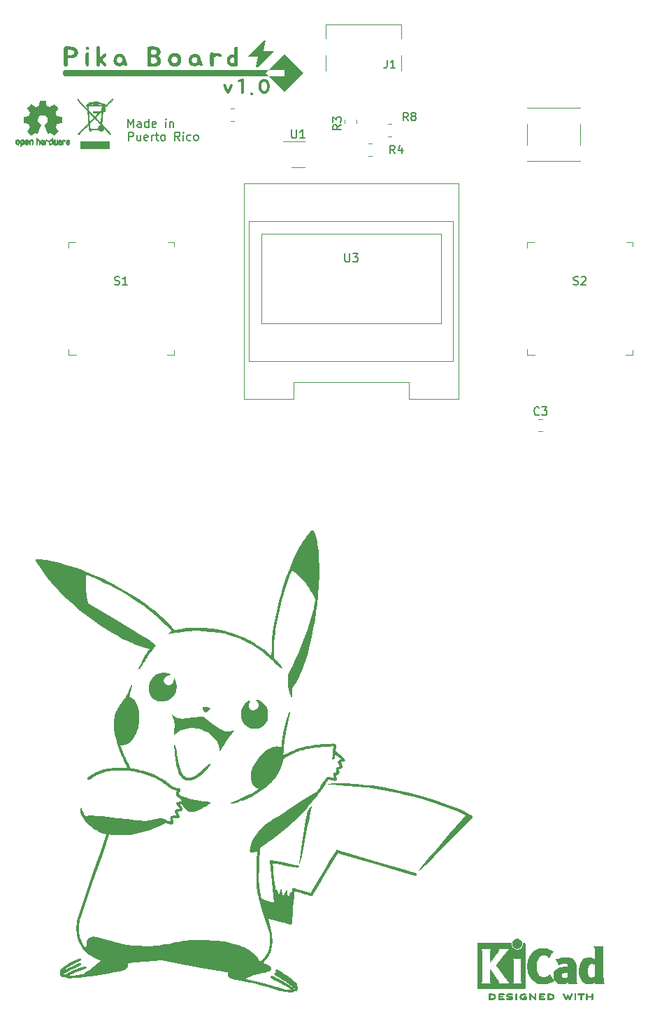
<source format=gbr>
%TF.GenerationSoftware,KiCad,Pcbnew,(6.0.9)*%
%TF.CreationDate,2022-12-04T20:55:25-04:00*%
%TF.ProjectId,pika-board,70696b61-2d62-46f6-9172-642e6b696361,rev?*%
%TF.SameCoordinates,Original*%
%TF.FileFunction,Legend,Top*%
%TF.FilePolarity,Positive*%
%FSLAX46Y46*%
G04 Gerber Fmt 4.6, Leading zero omitted, Abs format (unit mm)*
G04 Created by KiCad (PCBNEW (6.0.9)) date 2022-12-04 20:55:25*
%MOMM*%
%LPD*%
G01*
G04 APERTURE LIST*
%ADD10C,0.000000*%
%ADD11C,0.150000*%
%ADD12C,0.120000*%
%ADD13C,0.100000*%
%ADD14C,0.010000*%
G04 APERTURE END LIST*
D10*
G36*
X44930080Y-130641899D02*
G01*
X44935931Y-130643825D01*
X44941241Y-130647001D01*
X44946014Y-130651398D01*
X44950254Y-130656987D01*
X44953962Y-130663740D01*
X44959801Y-130680623D01*
X44963555Y-130701819D01*
X44965253Y-130727098D01*
X44964918Y-130756232D01*
X44962579Y-130788993D01*
X44958260Y-130825153D01*
X44951987Y-130864482D01*
X44943787Y-130906752D01*
X44933686Y-130951735D01*
X44921710Y-130999202D01*
X44907884Y-131048926D01*
X44892236Y-131100676D01*
X44874790Y-131154225D01*
X44838288Y-131270764D01*
X44800283Y-131403298D01*
X44763013Y-131542314D01*
X44728714Y-131678298D01*
X44699623Y-131801735D01*
X44677979Y-131903112D01*
X44666019Y-131972916D01*
X44664370Y-131993005D01*
X44664750Y-131998825D01*
X44665980Y-132001632D01*
X44745382Y-132045196D01*
X44822786Y-132087015D01*
X44914795Y-132135511D01*
X44984923Y-132176940D01*
X45052022Y-132222714D01*
X45116188Y-132272996D01*
X45177520Y-132327951D01*
X45236116Y-132387740D01*
X45292075Y-132452528D01*
X45345493Y-132522477D01*
X45396469Y-132597751D01*
X45445101Y-132678514D01*
X45491488Y-132764927D01*
X45535726Y-132857155D01*
X45577914Y-132955361D01*
X45618149Y-133059708D01*
X45656531Y-133170359D01*
X45693157Y-133287477D01*
X45728124Y-133411227D01*
X45758050Y-133525658D01*
X45781672Y-133633461D01*
X45799774Y-133742631D01*
X45813135Y-133861163D01*
X45822537Y-133997053D01*
X45828762Y-134158298D01*
X45832590Y-134352893D01*
X45834804Y-134588833D01*
X45831236Y-134920993D01*
X45826279Y-135068770D01*
X45818762Y-135206375D01*
X45808356Y-135335330D01*
X45794727Y-135457158D01*
X45777543Y-135573379D01*
X45756474Y-135685518D01*
X45731187Y-135795095D01*
X45701350Y-135903633D01*
X45666631Y-136012655D01*
X45626698Y-136123683D01*
X45581219Y-136238238D01*
X45529863Y-136357843D01*
X45472297Y-136484021D01*
X45408190Y-136618293D01*
X45334905Y-136760529D01*
X45258419Y-136894491D01*
X45178758Y-137020167D01*
X45095947Y-137137545D01*
X45010013Y-137246610D01*
X44920981Y-137347350D01*
X44828877Y-137439752D01*
X44733728Y-137523803D01*
X44635558Y-137599490D01*
X44534394Y-137666800D01*
X44430263Y-137725719D01*
X44323188Y-137776235D01*
X44213198Y-137818336D01*
X44100317Y-137852006D01*
X43984571Y-137877235D01*
X43865986Y-137894009D01*
X43594852Y-137925228D01*
X43728181Y-138286544D01*
X43810743Y-138505343D01*
X43901109Y-138732187D01*
X43998346Y-138965091D01*
X44101517Y-139202070D01*
X44209689Y-139441136D01*
X44321926Y-139680305D01*
X44437294Y-139917592D01*
X44554856Y-140151010D01*
X44848120Y-140713088D01*
X45097040Y-140744311D01*
X45235305Y-140765314D01*
X45426473Y-140798432D01*
X45645144Y-140839071D01*
X45865919Y-140882638D01*
X46120331Y-140940340D01*
X46374801Y-141006211D01*
X46628660Y-141079948D01*
X46881237Y-141161253D01*
X47131860Y-141249824D01*
X47379861Y-141345362D01*
X47624567Y-141447565D01*
X47865310Y-141556133D01*
X48101417Y-141670766D01*
X48332220Y-141791163D01*
X48557046Y-141917025D01*
X48775227Y-142048049D01*
X48986090Y-142183937D01*
X49188966Y-142324387D01*
X49383185Y-142469099D01*
X49568075Y-142617773D01*
X49637750Y-142673856D01*
X49706790Y-142726692D01*
X49775180Y-142776272D01*
X49842909Y-142822592D01*
X49909962Y-142865644D01*
X49976327Y-142905423D01*
X50041990Y-142941921D01*
X50106938Y-142975133D01*
X50171159Y-143005051D01*
X50234638Y-143031671D01*
X50297362Y-143054985D01*
X50359319Y-143074987D01*
X50420496Y-143091671D01*
X50480878Y-143105030D01*
X50540454Y-143115058D01*
X50599209Y-143121749D01*
X50653485Y-143127544D01*
X50701409Y-143135057D01*
X50723021Y-143139538D01*
X50743084Y-143144543D01*
X50761611Y-143150106D01*
X50778614Y-143156258D01*
X50794108Y-143163030D01*
X50808104Y-143170455D01*
X50820616Y-143178565D01*
X50831658Y-143187390D01*
X50841241Y-143196964D01*
X50849378Y-143207318D01*
X50856084Y-143218484D01*
X50861371Y-143230494D01*
X50865251Y-143243379D01*
X50867739Y-143257172D01*
X50868846Y-143271904D01*
X50868586Y-143287607D01*
X50866972Y-143304313D01*
X50864017Y-143322054D01*
X50859734Y-143340862D01*
X50854136Y-143360768D01*
X50847236Y-143381805D01*
X50839046Y-143404005D01*
X50818852Y-143452018D01*
X50793658Y-143505062D01*
X50763567Y-143563394D01*
X50634769Y-143799719D01*
X50790238Y-143924709D01*
X50864914Y-143975547D01*
X50959686Y-144027491D01*
X51073192Y-144080183D01*
X51204073Y-144133261D01*
X51350968Y-144186368D01*
X51512516Y-144239143D01*
X51874131Y-144342261D01*
X52278032Y-144439738D01*
X52713336Y-144528698D01*
X53169159Y-144606266D01*
X53634615Y-144669564D01*
X53770073Y-144685486D01*
X53890376Y-144699912D01*
X53996408Y-144713019D01*
X54089055Y-144724983D01*
X54130636Y-144730591D01*
X54169202Y-144735980D01*
X54204865Y-144741171D01*
X54237735Y-144746186D01*
X54267923Y-144751048D01*
X54295539Y-144755778D01*
X54320695Y-144760399D01*
X54343500Y-144764933D01*
X54364065Y-144769401D01*
X54382502Y-144773825D01*
X54398921Y-144778229D01*
X54413431Y-144782633D01*
X54426146Y-144787059D01*
X54437173Y-144791531D01*
X54442090Y-144793790D01*
X54446626Y-144796069D01*
X54450796Y-144798370D01*
X54454613Y-144800696D01*
X54458092Y-144803050D01*
X54461247Y-144805434D01*
X54464090Y-144807851D01*
X54466637Y-144810305D01*
X54468900Y-144812797D01*
X54470894Y-144815330D01*
X54472632Y-144817908D01*
X54474128Y-144820533D01*
X54475397Y-144823208D01*
X54476452Y-144825935D01*
X54477306Y-144828717D01*
X54477974Y-144831557D01*
X54478807Y-144837423D01*
X54479059Y-144843554D01*
X54477209Y-144852920D01*
X54471757Y-144864225D01*
X54450640Y-144892245D01*
X54416894Y-144926812D01*
X54371703Y-144967122D01*
X54316252Y-145012371D01*
X54251726Y-145061756D01*
X54100190Y-145169718D01*
X53926571Y-145284582D01*
X53740351Y-145399918D01*
X53551008Y-145509299D01*
X53368021Y-145606295D01*
X53260994Y-145659805D01*
X53161146Y-145708394D01*
X53067847Y-145752263D01*
X52980464Y-145791616D01*
X52898367Y-145826656D01*
X52820923Y-145857584D01*
X52747502Y-145884605D01*
X52677472Y-145907921D01*
X52610201Y-145927734D01*
X52545058Y-145944247D01*
X52481412Y-145957664D01*
X52418632Y-145968186D01*
X52356085Y-145976017D01*
X52293140Y-145981360D01*
X52229166Y-145984417D01*
X52163532Y-145985391D01*
X52064431Y-145984799D01*
X52023163Y-145983628D01*
X51986418Y-145981489D01*
X51953448Y-145978097D01*
X51938144Y-145975840D01*
X51923504Y-145973162D01*
X51909432Y-145970026D01*
X51895837Y-145966398D01*
X51882623Y-145962239D01*
X51869699Y-145957516D01*
X51856969Y-145952191D01*
X51844341Y-145946229D01*
X51831720Y-145939594D01*
X51819014Y-145932250D01*
X51806129Y-145924161D01*
X51792971Y-145915291D01*
X51765461Y-145895065D01*
X51735737Y-145871283D01*
X51703050Y-145843659D01*
X51625792Y-145775732D01*
X51600879Y-145753623D01*
X51574627Y-145729253D01*
X51518989Y-145674718D01*
X51460648Y-145614113D01*
X51401372Y-145549423D01*
X51342929Y-145482635D01*
X51287088Y-145415733D01*
X51235618Y-145350705D01*
X51190287Y-145289535D01*
X51164234Y-145253311D01*
X51139387Y-145219841D01*
X51115698Y-145189062D01*
X51093122Y-145160908D01*
X51071615Y-145135314D01*
X51051130Y-145112214D01*
X51031621Y-145091544D01*
X51013043Y-145073239D01*
X50995351Y-145057232D01*
X50978499Y-145043461D01*
X50970374Y-145037392D01*
X50962442Y-145031858D01*
X50954696Y-145026850D01*
X50947133Y-145022359D01*
X50939745Y-145018379D01*
X50932527Y-145014900D01*
X50925474Y-145011914D01*
X50918579Y-145009414D01*
X50911837Y-145007391D01*
X50905243Y-145005837D01*
X50898790Y-145004744D01*
X50892473Y-145004104D01*
X50869091Y-145004355D01*
X50848970Y-145005273D01*
X50832144Y-145007107D01*
X50824976Y-145008444D01*
X50818645Y-145010103D01*
X50813153Y-145012116D01*
X50808506Y-145014512D01*
X50804706Y-145017323D01*
X50801759Y-145020579D01*
X50799668Y-145024313D01*
X50798437Y-145028554D01*
X50798070Y-145033335D01*
X50798572Y-145038685D01*
X50799947Y-145044636D01*
X50802198Y-145051219D01*
X50805330Y-145058465D01*
X50809346Y-145066405D01*
X50820049Y-145084490D01*
X50834340Y-145105723D01*
X50852251Y-145130352D01*
X50873816Y-145158624D01*
X50928032Y-145227093D01*
X50945066Y-145248945D01*
X50961162Y-145270999D01*
X50976320Y-145293249D01*
X50990541Y-145315688D01*
X51003824Y-145338309D01*
X51016169Y-145361108D01*
X51027577Y-145384076D01*
X51038047Y-145407209D01*
X51047579Y-145430499D01*
X51056174Y-145453940D01*
X51063831Y-145477525D01*
X51070551Y-145501249D01*
X51076333Y-145525106D01*
X51081177Y-145549087D01*
X51085084Y-145573188D01*
X51088053Y-145597402D01*
X51091837Y-145629756D01*
X51094781Y-145658436D01*
X51096774Y-145683744D01*
X51097707Y-145705981D01*
X51097740Y-145716041D01*
X51097467Y-145725447D01*
X51096873Y-145734235D01*
X51095944Y-145742443D01*
X51094667Y-145750109D01*
X51093028Y-145757270D01*
X51091013Y-145763964D01*
X51088608Y-145770228D01*
X51085800Y-145776101D01*
X51082573Y-145781619D01*
X51078916Y-145786821D01*
X51074813Y-145791743D01*
X51070251Y-145796424D01*
X51065217Y-145800901D01*
X51059695Y-145805212D01*
X51053673Y-145809393D01*
X51047137Y-145813484D01*
X51040072Y-145817521D01*
X51024303Y-145825585D01*
X51006255Y-145833886D01*
X50985817Y-145842724D01*
X50956439Y-145853130D01*
X50922476Y-145864056D01*
X50885180Y-145875188D01*
X50845800Y-145886211D01*
X50805587Y-145896813D01*
X50765790Y-145906679D01*
X50727660Y-145915495D01*
X50692447Y-145922949D01*
X50675186Y-145925619D01*
X50658424Y-145928570D01*
X50642246Y-145931768D01*
X50626737Y-145935180D01*
X50611981Y-145938773D01*
X50598063Y-145942516D01*
X50585068Y-145946375D01*
X50573081Y-145950318D01*
X50562187Y-145954311D01*
X50552470Y-145958323D01*
X50544015Y-145962320D01*
X50540288Y-145964303D01*
X50536908Y-145966270D01*
X50533886Y-145968217D01*
X50531232Y-145970140D01*
X50528958Y-145972035D01*
X50527073Y-145973898D01*
X50525589Y-145975724D01*
X50524515Y-145977510D01*
X50523864Y-145979251D01*
X50523644Y-145980944D01*
X50524208Y-145984488D01*
X50525867Y-145989996D01*
X50532256Y-146006412D01*
X50542396Y-146029200D01*
X50555870Y-146057369D01*
X50572261Y-146089929D01*
X50591153Y-146125888D01*
X50612128Y-146164255D01*
X50634769Y-146204040D01*
X50656836Y-146244000D01*
X50676398Y-146283489D01*
X50693448Y-146322350D01*
X50707981Y-146360426D01*
X50719990Y-146397560D01*
X50729467Y-146433597D01*
X50736406Y-146468379D01*
X50738922Y-146485251D01*
X50740801Y-146501750D01*
X50742042Y-146517857D01*
X50742645Y-146533553D01*
X50742608Y-146548818D01*
X50741931Y-146563632D01*
X50740612Y-146577976D01*
X50738652Y-146591831D01*
X50736049Y-146605175D01*
X50732802Y-146617991D01*
X50728911Y-146630259D01*
X50724374Y-146641958D01*
X50719192Y-146653070D01*
X50713362Y-146663575D01*
X50706885Y-146673453D01*
X50699759Y-146682684D01*
X50691983Y-146691250D01*
X50683558Y-146699130D01*
X50674101Y-146704773D01*
X50662384Y-146709991D01*
X50648437Y-146714777D01*
X50632293Y-146719125D01*
X50613986Y-146723027D01*
X50593548Y-146726479D01*
X50546411Y-146732005D01*
X50491143Y-146735650D01*
X50428005Y-146737364D01*
X50357260Y-146737096D01*
X50279169Y-146734796D01*
X49941349Y-146721459D01*
X49972465Y-147060446D01*
X49976310Y-147111406D01*
X49979479Y-147157474D01*
X49981919Y-147198981D01*
X49983578Y-147236262D01*
X49984405Y-147269649D01*
X49984346Y-147299476D01*
X49983969Y-147313158D01*
X49983351Y-147326075D01*
X49982486Y-147338268D01*
X49981367Y-147349780D01*
X49979989Y-147360651D01*
X49978343Y-147370924D01*
X49976425Y-147380639D01*
X49974227Y-147389840D01*
X49971742Y-147398566D01*
X49968965Y-147406861D01*
X49965889Y-147414765D01*
X49962508Y-147422321D01*
X49958814Y-147429569D01*
X49954802Y-147436552D01*
X49950465Y-147443311D01*
X49945796Y-147449888D01*
X49940790Y-147456324D01*
X49935438Y-147462662D01*
X49929736Y-147468942D01*
X49923676Y-147475207D01*
X49905126Y-147491506D01*
X49885919Y-147505245D01*
X49865709Y-147516371D01*
X49844151Y-147524832D01*
X49820901Y-147530576D01*
X49795612Y-147533550D01*
X49767940Y-147533702D01*
X49737540Y-147530980D01*
X49704067Y-147525330D01*
X49667176Y-147516702D01*
X49626521Y-147505041D01*
X49581757Y-147490296D01*
X49532539Y-147472415D01*
X49478523Y-147451345D01*
X49354714Y-147399429D01*
X49097011Y-147292327D01*
X48354801Y-147635861D01*
X47929067Y-147828457D01*
X47544017Y-147994080D01*
X47187827Y-148136704D01*
X46848674Y-148260303D01*
X46514735Y-148368851D01*
X46174186Y-148466321D01*
X45815206Y-148556687D01*
X45425970Y-148643923D01*
X45247927Y-148681104D01*
X45091765Y-148709827D01*
X44944359Y-148731239D01*
X44792584Y-148746489D01*
X44623318Y-148756723D01*
X44423434Y-148763089D01*
X44179810Y-148766734D01*
X43879322Y-148768804D01*
X43472365Y-148769776D01*
X43087084Y-148766570D01*
X42766810Y-148760009D01*
X42644590Y-148755729D01*
X42554871Y-148750918D01*
X42203758Y-148728695D01*
X42057094Y-149241564D01*
X41878144Y-149785232D01*
X41498777Y-150887550D01*
X40363793Y-154125878D01*
X39243262Y-157323499D01*
X38879451Y-158381826D01*
X38770539Y-158707631D01*
X38719386Y-158871868D01*
X38662087Y-159102817D01*
X38616825Y-159332126D01*
X38583556Y-159559513D01*
X38562233Y-159784698D01*
X38552812Y-160007399D01*
X38555245Y-160227336D01*
X38569489Y-160444227D01*
X38595496Y-160657791D01*
X38633223Y-160867748D01*
X38682622Y-161073815D01*
X38743648Y-161275713D01*
X38816257Y-161473160D01*
X38900402Y-161665874D01*
X38996037Y-161853575D01*
X39103117Y-162035982D01*
X39221597Y-162212814D01*
X39434925Y-162511688D01*
X39461585Y-162087930D01*
X39466721Y-162004875D01*
X39472254Y-161929241D01*
X39478374Y-161860403D01*
X39485268Y-161797732D01*
X39493125Y-161740601D01*
X39502135Y-161688383D01*
X39512486Y-161640450D01*
X39524366Y-161596176D01*
X39537966Y-161554933D01*
X39545469Y-161535252D01*
X39553472Y-161516094D01*
X39562000Y-161497380D01*
X39571075Y-161479031D01*
X39590962Y-161443118D01*
X39613324Y-161407728D01*
X39638348Y-161372232D01*
X39666223Y-161336003D01*
X39697138Y-161298416D01*
X39726976Y-161265381D01*
X39759802Y-161234860D01*
X39795583Y-161206861D01*
X39834288Y-161181390D01*
X39875883Y-161158454D01*
X39920337Y-161138060D01*
X39967615Y-161120215D01*
X40017687Y-161104925D01*
X40070519Y-161092197D01*
X40126079Y-161082038D01*
X40184334Y-161074456D01*
X40245252Y-161069456D01*
X40308801Y-161067045D01*
X40374947Y-161067232D01*
X40443658Y-161070021D01*
X40514902Y-161075421D01*
X40607297Y-161090430D01*
X40750732Y-161121180D01*
X41168224Y-161224249D01*
X41722380Y-161373316D01*
X42368202Y-161557070D01*
X43923771Y-162012048D01*
X45079260Y-162114706D01*
X45566813Y-162155196D01*
X46039790Y-162187730D01*
X46443612Y-162209389D01*
X46602533Y-162215229D01*
X46723697Y-162217257D01*
X47034708Y-162212350D01*
X47374308Y-162194745D01*
X47737344Y-162165120D01*
X48118660Y-162124152D01*
X48513104Y-162072518D01*
X48915520Y-162010895D01*
X49320753Y-161939960D01*
X49723650Y-161860391D01*
X50186889Y-161765792D01*
X50588826Y-161688185D01*
X50942744Y-161625739D01*
X51261925Y-161576623D01*
X51559649Y-161539006D01*
X51849198Y-161511058D01*
X52143855Y-161490948D01*
X52456901Y-161476846D01*
X52832745Y-161469816D01*
X53255307Y-161471618D01*
X53707139Y-161481468D01*
X54170793Y-161498585D01*
X54628821Y-161522185D01*
X55063775Y-161551487D01*
X55458209Y-161585707D01*
X55794674Y-161624062D01*
X55970393Y-161649315D01*
X56157825Y-161681171D01*
X56559265Y-161762265D01*
X56981855Y-161862486D01*
X57408460Y-161976977D01*
X57821943Y-162100878D01*
X58205168Y-162229332D01*
X58380079Y-162293748D01*
X58540999Y-162357480D01*
X58685786Y-162419922D01*
X58812299Y-162480465D01*
X58927852Y-162540495D01*
X59041020Y-162603402D01*
X59151608Y-162669028D01*
X59259421Y-162737216D01*
X59364263Y-162807810D01*
X59465940Y-162880652D01*
X59564257Y-162955585D01*
X59659018Y-163032453D01*
X59750029Y-163111098D01*
X59837094Y-163191363D01*
X59920019Y-163273091D01*
X59998608Y-163356126D01*
X60072667Y-163440309D01*
X60142000Y-163525485D01*
X60206413Y-163611495D01*
X60265709Y-163698184D01*
X60313405Y-163768386D01*
X60359130Y-163834154D01*
X60401738Y-163893967D01*
X60440080Y-163946310D01*
X60473010Y-163989663D01*
X60487087Y-164007494D01*
X60499381Y-164022509D01*
X60509748Y-164034517D01*
X60518045Y-164043329D01*
X60524129Y-164048756D01*
X60526296Y-164050140D01*
X60527855Y-164050607D01*
X60537203Y-164048589D01*
X60549295Y-164042675D01*
X60581027Y-164019989D01*
X60621677Y-163984206D01*
X60669872Y-163936988D01*
X60724239Y-163879995D01*
X60783403Y-163814886D01*
X60910631Y-163666962D01*
X61040567Y-163506496D01*
X61162223Y-163346770D01*
X61216513Y-163271334D01*
X61264611Y-163201063D01*
X61305146Y-163137617D01*
X61336742Y-163082656D01*
X61383553Y-162990576D01*
X61425780Y-162902654D01*
X61463632Y-162817816D01*
X61497317Y-162734993D01*
X61527042Y-162653111D01*
X61553018Y-162571099D01*
X61575451Y-162487886D01*
X61594550Y-162402400D01*
X61610525Y-162313569D01*
X61623582Y-162220321D01*
X61633931Y-162121585D01*
X61641779Y-162016288D01*
X61647335Y-161903360D01*
X61650808Y-161781729D01*
X61652337Y-161508068D01*
X61647890Y-160816662D01*
X60994582Y-158675652D01*
X60765938Y-157925263D01*
X60588089Y-157333577D01*
X60453063Y-156870691D01*
X60352888Y-156506703D01*
X60313378Y-156352452D01*
X60279591Y-156211713D01*
X60250530Y-156080747D01*
X60225200Y-155955817D01*
X60181742Y-155709114D01*
X60141247Y-155441702D01*
X60093776Y-155020374D01*
X60058181Y-154514775D01*
X60034671Y-153948533D01*
X60023455Y-153345278D01*
X60024740Y-152728637D01*
X60038735Y-152122241D01*
X60065648Y-151549718D01*
X60105687Y-151034698D01*
X60136803Y-150713601D01*
X59927889Y-150802816D01*
X59902052Y-150814106D01*
X59876216Y-150824560D01*
X59850379Y-150834177D01*
X59824544Y-150842959D01*
X59798709Y-150850903D01*
X59772874Y-150858011D01*
X59747041Y-150864282D01*
X59721208Y-150869716D01*
X59695377Y-150874313D01*
X59669548Y-150878073D01*
X59643719Y-150880995D01*
X59617893Y-150883079D01*
X59592069Y-150884326D01*
X59566246Y-150884735D01*
X59540426Y-150884305D01*
X59514608Y-150883038D01*
X59479240Y-150880554D01*
X59447942Y-150877958D01*
X59420407Y-150875036D01*
X59396329Y-150871570D01*
X59385491Y-150869567D01*
X59375403Y-150867346D01*
X59366026Y-150864883D01*
X59357323Y-150862148D01*
X59349254Y-150859117D01*
X59341781Y-150855761D01*
X59334867Y-150852053D01*
X59328473Y-150847968D01*
X59322561Y-150843477D01*
X59317093Y-150838554D01*
X59312030Y-150833171D01*
X59307334Y-150827303D01*
X59302966Y-150820922D01*
X59298890Y-150814000D01*
X59295065Y-150806512D01*
X59291455Y-150798429D01*
X59288020Y-150789726D01*
X59284723Y-150780375D01*
X59278389Y-150759622D01*
X59272146Y-150735953D01*
X59265688Y-150709155D01*
X59258148Y-150660448D01*
X59255375Y-150602026D01*
X59257132Y-150534941D01*
X59263187Y-150460244D01*
X59273304Y-150378987D01*
X59287248Y-150292223D01*
X59304786Y-150201004D01*
X59325683Y-150106381D01*
X59349704Y-150009406D01*
X59376614Y-149911132D01*
X59406179Y-149812611D01*
X59438165Y-149714894D01*
X59472337Y-149619033D01*
X59508460Y-149526082D01*
X59546300Y-149437091D01*
X59585622Y-149353112D01*
X59621369Y-149285649D01*
X59664903Y-149210861D01*
X59715677Y-149129474D01*
X59773145Y-149042214D01*
X59905970Y-148852972D01*
X60059002Y-148648935D01*
X60227865Y-148435905D01*
X60408181Y-148219681D01*
X60595575Y-148006063D01*
X60785668Y-147800854D01*
X60830791Y-147753627D01*
X60879337Y-147705706D01*
X60931085Y-147657235D01*
X60985812Y-147608357D01*
X61103324Y-147509959D01*
X61230101Y-147411664D01*
X61364374Y-147314625D01*
X61504374Y-147219993D01*
X61648330Y-147128920D01*
X61794472Y-147042559D01*
X62103726Y-146852758D01*
X62748400Y-146444269D01*
X64665624Y-145213757D01*
X65679415Y-144559577D01*
X66516120Y-144025025D01*
X67088664Y-143664442D01*
X67248666Y-143566371D01*
X67309975Y-143532171D01*
X67324222Y-143528786D01*
X67342062Y-143518473D01*
X67363653Y-143500998D01*
X67389150Y-143476126D01*
X67452487Y-143403249D01*
X67533322Y-143297962D01*
X67632905Y-143158386D01*
X67752484Y-142982639D01*
X67893309Y-142768842D01*
X68056627Y-142515115D01*
X68146469Y-142375530D01*
X68234480Y-142243050D01*
X68318424Y-142120601D01*
X68396062Y-142011110D01*
X68465157Y-141917504D01*
X68495803Y-141877572D01*
X68523473Y-141842710D01*
X68547889Y-141813282D01*
X68568771Y-141789655D01*
X68585840Y-141772195D01*
X68598815Y-141761267D01*
X68615776Y-141750295D01*
X68631995Y-141740820D01*
X68647979Y-141732874D01*
X68664238Y-141726490D01*
X68681277Y-141721700D01*
X68699606Y-141718537D01*
X68719732Y-141717034D01*
X68742163Y-141717224D01*
X68767407Y-141719139D01*
X68795971Y-141722811D01*
X68828365Y-141728275D01*
X68865094Y-141735561D01*
X68953595Y-141755736D01*
X69065536Y-141783596D01*
X69140258Y-141802787D01*
X69210145Y-141819988D01*
X69273685Y-141834888D01*
X69329365Y-141847173D01*
X69375674Y-141856532D01*
X69411100Y-141862651D01*
X69424259Y-141864399D01*
X69434131Y-141865219D01*
X69440526Y-141865073D01*
X69442360Y-141864625D01*
X69443255Y-141863921D01*
X69443729Y-141861751D01*
X69443507Y-141857000D01*
X69441102Y-141840302D01*
X69436302Y-141814925D01*
X69429365Y-141781966D01*
X69410127Y-141697695D01*
X69385470Y-141596270D01*
X69371844Y-141542121D01*
X69361058Y-141493233D01*
X69353240Y-141449324D01*
X69350486Y-141429149D01*
X69348522Y-141410113D01*
X69347366Y-141392182D01*
X69347033Y-141375320D01*
X69347541Y-141359491D01*
X69348905Y-141344662D01*
X69351141Y-141330797D01*
X69354266Y-141317860D01*
X69358296Y-141305816D01*
X69363247Y-141294631D01*
X69369136Y-141284269D01*
X69375979Y-141274695D01*
X69383792Y-141265874D01*
X69392591Y-141257771D01*
X69402393Y-141250351D01*
X69413214Y-141243578D01*
X69425071Y-141237417D01*
X69437979Y-141231834D01*
X69451954Y-141226793D01*
X69467014Y-141222259D01*
X69483174Y-141218197D01*
X69500451Y-141214572D01*
X69538420Y-141208491D01*
X69581051Y-141203735D01*
X69607066Y-141201212D01*
X69630198Y-141198564D01*
X69650581Y-141195664D01*
X69668354Y-141192391D01*
X69676303Y-141190576D01*
X69683652Y-141188620D01*
X69690416Y-141186509D01*
X69696612Y-141184227D01*
X69702259Y-141181759D01*
X69707372Y-141179089D01*
X69711970Y-141176201D01*
X69716068Y-141173081D01*
X69719685Y-141169712D01*
X69722837Y-141166079D01*
X69725541Y-141162167D01*
X69727814Y-141157960D01*
X69729675Y-141153443D01*
X69731138Y-141148600D01*
X69732223Y-141143416D01*
X69732945Y-141137875D01*
X69733323Y-141131962D01*
X69733372Y-141125661D01*
X69733110Y-141118957D01*
X69732555Y-141111835D01*
X69730631Y-141096271D01*
X69727736Y-141078848D01*
X69720514Y-141021704D01*
X69716798Y-140986965D01*
X69713291Y-140949508D01*
X69710201Y-140910379D01*
X69707736Y-140870624D01*
X69706104Y-140831288D01*
X69705514Y-140793417D01*
X69704836Y-140764234D01*
X69704679Y-140738373D01*
X69705355Y-140715494D01*
X69707177Y-140695255D01*
X69708615Y-140686020D01*
X69710457Y-140677318D01*
X69712741Y-140669106D01*
X69715507Y-140661342D01*
X69718794Y-140653983D01*
X69722640Y-140646987D01*
X69727085Y-140640312D01*
X69732168Y-140633914D01*
X69737928Y-140627752D01*
X69744404Y-140621782D01*
X69751635Y-140615963D01*
X69759659Y-140610251D01*
X69768517Y-140604605D01*
X69778247Y-140598982D01*
X69800479Y-140587634D01*
X69826668Y-140575867D01*
X69857127Y-140563342D01*
X69932100Y-140534655D01*
X70163241Y-140449883D01*
X70056560Y-140275997D01*
X70034787Y-140239598D01*
X70013221Y-140201414D01*
X69992489Y-140162597D01*
X69973216Y-140124300D01*
X69956026Y-140087675D01*
X69941545Y-140053874D01*
X69935516Y-140038392D01*
X69930399Y-140024049D01*
X69926271Y-140010988D01*
X69923211Y-139999352D01*
X69920050Y-139985036D01*
X69918027Y-139970548D01*
X69917108Y-139955926D01*
X69917259Y-139941208D01*
X69918449Y-139926431D01*
X69920642Y-139911634D01*
X69923807Y-139896852D01*
X69927909Y-139882125D01*
X69932915Y-139867490D01*
X69938792Y-139852983D01*
X69945507Y-139838644D01*
X69953026Y-139824509D01*
X69961316Y-139810615D01*
X69970344Y-139797002D01*
X69980077Y-139783705D01*
X69990480Y-139770763D01*
X70001521Y-139758213D01*
X70013167Y-139746094D01*
X70025384Y-139734441D01*
X70038139Y-139723294D01*
X70051398Y-139712689D01*
X70065129Y-139702664D01*
X70079297Y-139693256D01*
X70093870Y-139684504D01*
X70108814Y-139676445D01*
X70124097Y-139669117D01*
X70139684Y-139662556D01*
X70155542Y-139656801D01*
X70171638Y-139651888D01*
X70187939Y-139647857D01*
X70204412Y-139644744D01*
X70221023Y-139642587D01*
X70267062Y-139637548D01*
X70284127Y-139634325D01*
X70296797Y-139630006D01*
X70301384Y-139627288D01*
X70304753Y-139624120D01*
X70306863Y-139620442D01*
X70307676Y-139616196D01*
X70307150Y-139611323D01*
X70305246Y-139605764D01*
X70301924Y-139599461D01*
X70297145Y-139592354D01*
X70283054Y-139575495D01*
X70262653Y-139554716D01*
X70235624Y-139529547D01*
X70201647Y-139499517D01*
X70111575Y-139422994D01*
X69989885Y-139321383D01*
X69852091Y-139210293D01*
X69796277Y-139166927D01*
X69748250Y-139131820D01*
X69726936Y-139117396D01*
X69707304Y-139105076D01*
X69689268Y-139094873D01*
X69672738Y-139086800D01*
X69657628Y-139080871D01*
X69643849Y-139077098D01*
X69631313Y-139075494D01*
X69619932Y-139076073D01*
X69609619Y-139078847D01*
X69600285Y-139083830D01*
X69591844Y-139091034D01*
X69584206Y-139100474D01*
X69577284Y-139112161D01*
X69570991Y-139126109D01*
X69565237Y-139142331D01*
X69559936Y-139160840D01*
X69550339Y-139204772D01*
X69541497Y-139258009D01*
X69523266Y-139392819D01*
X69518440Y-139429023D01*
X69513830Y-139460906D01*
X69509232Y-139488741D01*
X69504446Y-139512801D01*
X69501918Y-139523502D01*
X69499268Y-139533362D01*
X69496470Y-139542415D01*
X69493498Y-139550696D01*
X69490328Y-139558239D01*
X69486934Y-139565079D01*
X69483291Y-139571249D01*
X69479373Y-139576784D01*
X69475156Y-139581718D01*
X69470615Y-139586086D01*
X69465723Y-139589921D01*
X69460456Y-139593258D01*
X69454789Y-139596131D01*
X69448696Y-139598575D01*
X69442152Y-139600623D01*
X69435132Y-139602310D01*
X69427610Y-139603671D01*
X69419562Y-139604739D01*
X69401786Y-139606134D01*
X69381600Y-139606770D01*
X69358803Y-139606921D01*
X69221007Y-139606921D01*
X69252120Y-139080505D01*
X69259777Y-138970859D01*
X69269206Y-138858123D01*
X69280093Y-138745486D01*
X69292126Y-138636138D01*
X69304993Y-138533269D01*
X69318380Y-138440068D01*
X69331976Y-138359727D01*
X69345467Y-138295434D01*
X69407696Y-138032333D01*
X68732162Y-138063552D01*
X68148279Y-138097685D01*
X67595232Y-138146825D01*
X67329621Y-138177137D01*
X67070937Y-138211337D01*
X66818919Y-138249471D01*
X66573307Y-138291584D01*
X66333841Y-138337721D01*
X66100259Y-138387929D01*
X65872302Y-138442252D01*
X65649708Y-138500736D01*
X65432217Y-138563426D01*
X65219569Y-138630367D01*
X65011502Y-138701606D01*
X64807757Y-138777188D01*
X64629319Y-138846875D01*
X64446817Y-138923981D01*
X64264521Y-139006312D01*
X64086701Y-139091671D01*
X63917627Y-139177863D01*
X63761570Y-139262694D01*
X63622799Y-139343969D01*
X63561230Y-139382586D01*
X63505584Y-139419491D01*
X63440645Y-139464917D01*
X63413854Y-139485261D01*
X63390293Y-139505108D01*
X63369545Y-139525266D01*
X63351195Y-139546546D01*
X63334824Y-139569759D01*
X63320018Y-139595715D01*
X63306358Y-139625225D01*
X63293430Y-139659098D01*
X63280815Y-139698145D01*
X63268098Y-139743177D01*
X63254862Y-139795003D01*
X63240690Y-139854434D01*
X63207873Y-139999352D01*
X63165563Y-140176829D01*
X63118383Y-140348393D01*
X63065943Y-140514717D01*
X63007852Y-140676474D01*
X62943720Y-140834337D01*
X62873156Y-140988978D01*
X62795770Y-141141070D01*
X62711172Y-141291286D01*
X62618971Y-141440299D01*
X62518777Y-141588782D01*
X62410200Y-141737408D01*
X62292848Y-141886849D01*
X62166333Y-142037778D01*
X62030263Y-142190868D01*
X61884248Y-142346791D01*
X61727898Y-142506222D01*
X61513094Y-142714575D01*
X61293766Y-142912625D01*
X61067466Y-143102205D01*
X60831743Y-143285145D01*
X60584149Y-143463277D01*
X60322234Y-143638435D01*
X60043549Y-143812449D01*
X59745644Y-143987151D01*
X59649745Y-144040692D01*
X59551119Y-144093947D01*
X59350185Y-144197613D01*
X59151854Y-144294175D01*
X58965135Y-144379659D01*
X58878946Y-144417005D01*
X58799039Y-144450092D01*
X58726540Y-144478422D01*
X58662576Y-144501499D01*
X58608272Y-144518827D01*
X58564756Y-144529908D01*
X58533153Y-144534246D01*
X58522171Y-144533731D01*
X58514589Y-144531344D01*
X58509067Y-144528253D01*
X58504163Y-144525692D01*
X58499871Y-144523668D01*
X58496184Y-144522186D01*
X58494566Y-144521651D01*
X58493097Y-144521254D01*
X58491776Y-144520997D01*
X58490602Y-144520878D01*
X58489575Y-144520901D01*
X58488693Y-144521065D01*
X58487957Y-144521371D01*
X58487364Y-144521820D01*
X58486915Y-144522413D01*
X58486608Y-144523151D01*
X58486442Y-144524034D01*
X58486418Y-144525064D01*
X58486533Y-144526240D01*
X58486788Y-144527565D01*
X58487181Y-144529038D01*
X58487712Y-144530661D01*
X58489182Y-144534358D01*
X58491193Y-144538663D01*
X58493738Y-144543583D01*
X58496810Y-144549124D01*
X58498386Y-144552024D01*
X58499782Y-144554871D01*
X58501001Y-144557663D01*
X58502045Y-144560398D01*
X58502916Y-144563074D01*
X58503617Y-144565689D01*
X58504151Y-144568243D01*
X58504519Y-144570733D01*
X58504724Y-144573158D01*
X58504769Y-144575516D01*
X58504657Y-144577805D01*
X58504388Y-144580024D01*
X58503967Y-144582171D01*
X58503395Y-144584245D01*
X58502675Y-144586243D01*
X58501810Y-144588165D01*
X58500801Y-144590008D01*
X58499651Y-144591771D01*
X58498363Y-144593453D01*
X58496939Y-144595051D01*
X58495382Y-144596564D01*
X58493693Y-144597990D01*
X58491876Y-144599328D01*
X58489933Y-144600576D01*
X58487866Y-144601732D01*
X58485678Y-144602795D01*
X58483371Y-144603763D01*
X58480948Y-144604635D01*
X58478410Y-144605408D01*
X58475761Y-144606082D01*
X58473004Y-144606653D01*
X58470139Y-144607122D01*
X58457316Y-144608789D01*
X58442566Y-144610455D01*
X58409576Y-144613789D01*
X58375753Y-144617124D01*
X58345679Y-144620458D01*
X58338455Y-144622092D01*
X58330182Y-144623627D01*
X58310883Y-144626422D01*
X58288562Y-144628897D01*
X58264002Y-144631106D01*
X58211288Y-144634938D01*
X58158989Y-144638345D01*
X58146348Y-144639485D01*
X58133487Y-144641214D01*
X58120498Y-144643492D01*
X58107471Y-144646279D01*
X58094498Y-144649538D01*
X58081669Y-144653228D01*
X58069075Y-144657310D01*
X58056807Y-144661745D01*
X58044956Y-144666494D01*
X58033612Y-144671518D01*
X58022866Y-144676777D01*
X58012810Y-144682232D01*
X58003534Y-144687844D01*
X57995129Y-144693574D01*
X57987686Y-144699382D01*
X57981295Y-144705230D01*
X57964788Y-144719870D01*
X57944615Y-144734484D01*
X57894336Y-144763433D01*
X57832585Y-144791665D01*
X57761493Y-144818768D01*
X57683187Y-144844329D01*
X57599797Y-144867938D01*
X57513451Y-144889182D01*
X57426279Y-144907650D01*
X57340409Y-144922928D01*
X57257970Y-144934607D01*
X57181091Y-144942272D01*
X57111901Y-144945514D01*
X57052528Y-144943918D01*
X57027189Y-144941179D01*
X57005102Y-144937075D01*
X56986535Y-144931557D01*
X56971752Y-144924572D01*
X56961020Y-144916069D01*
X56954606Y-144905996D01*
X56952431Y-144896834D01*
X56952626Y-144887733D01*
X56955270Y-144878646D01*
X56960440Y-144869528D01*
X56968214Y-144860333D01*
X56978671Y-144851013D01*
X56991889Y-144841524D01*
X57007946Y-144831820D01*
X57026919Y-144821853D01*
X57048888Y-144811579D01*
X57073931Y-144800952D01*
X57102124Y-144789924D01*
X57133547Y-144778451D01*
X57168278Y-144766486D01*
X57247976Y-144740896D01*
X57501010Y-144651931D01*
X57797323Y-144533430D01*
X58122698Y-144392240D01*
X58462915Y-144235209D01*
X58803758Y-144069183D01*
X59131008Y-143901011D01*
X59430446Y-143737540D01*
X59687856Y-143585616D01*
X59786233Y-143523912D01*
X59874802Y-143467466D01*
X59953760Y-143416102D01*
X60023300Y-143369644D01*
X60054601Y-143348199D01*
X60083620Y-143327915D01*
X60110384Y-143308769D01*
X60134916Y-143290740D01*
X60157240Y-143273805D01*
X60177382Y-143257942D01*
X60195366Y-143243129D01*
X60211216Y-143229344D01*
X60224956Y-143216566D01*
X60236612Y-143204771D01*
X60246207Y-143193939D01*
X60253766Y-143184047D01*
X60259314Y-143175073D01*
X60261342Y-143170923D01*
X60262875Y-143166994D01*
X60263918Y-143163284D01*
X60264474Y-143159790D01*
X60264545Y-143156509D01*
X60264134Y-143153437D01*
X60263246Y-143150574D01*
X60261882Y-143147915D01*
X60260045Y-143145458D01*
X60257739Y-143143200D01*
X60254968Y-143141139D01*
X60251733Y-143139271D01*
X60248038Y-143137594D01*
X60243886Y-143136106D01*
X60234224Y-143133682D01*
X60222771Y-143131979D01*
X60209550Y-143130973D01*
X60194588Y-143130642D01*
X60184391Y-143129894D01*
X60173016Y-143127689D01*
X60160535Y-143124087D01*
X60147022Y-143119145D01*
X60117186Y-143105478D01*
X60084089Y-143087161D01*
X60048308Y-143064663D01*
X60010425Y-143038454D01*
X59971017Y-143009005D01*
X59930666Y-142976787D01*
X59889950Y-142942269D01*
X59849449Y-142905922D01*
X59809742Y-142868216D01*
X59771409Y-142829622D01*
X59735030Y-142790611D01*
X59701183Y-142751651D01*
X59670449Y-142713215D01*
X59643407Y-142675772D01*
X59588623Y-142588963D01*
X59540062Y-142498442D01*
X59497674Y-142404392D01*
X59461405Y-142306993D01*
X59431204Y-142206429D01*
X59407019Y-142102881D01*
X59388798Y-141996531D01*
X59376487Y-141887562D01*
X59370037Y-141776156D01*
X59369393Y-141662495D01*
X59385319Y-141429136D01*
X59423848Y-141188943D01*
X59484565Y-140943372D01*
X59567051Y-140693880D01*
X59670890Y-140441926D01*
X59795665Y-140188965D01*
X59940959Y-139936455D01*
X60106356Y-139685853D01*
X60291437Y-139438617D01*
X60495788Y-139196202D01*
X60718990Y-138960067D01*
X60848755Y-138831488D01*
X60906905Y-138775429D01*
X60961391Y-138724230D01*
X61012831Y-138677420D01*
X61061845Y-138634530D01*
X61109050Y-138595090D01*
X61155065Y-138558628D01*
X61200507Y-138524676D01*
X61245997Y-138492762D01*
X61292151Y-138462417D01*
X61339589Y-138433171D01*
X61388929Y-138404552D01*
X61440789Y-138376092D01*
X61495788Y-138347319D01*
X61554543Y-138317764D01*
X61642578Y-138276111D01*
X61728446Y-138238096D01*
X61812271Y-138203697D01*
X61894178Y-138172897D01*
X61974288Y-138145675D01*
X62052726Y-138122013D01*
X62129614Y-138101890D01*
X62205077Y-138085288D01*
X62279238Y-138072188D01*
X62352220Y-138062569D01*
X62424146Y-138056412D01*
X62495141Y-138053699D01*
X62565326Y-138054409D01*
X62634826Y-138058524D01*
X62703765Y-138066023D01*
X62772265Y-138076888D01*
X62824304Y-138086057D01*
X62870627Y-138093342D01*
X62911559Y-138098536D01*
X62930105Y-138100283D01*
X62947425Y-138101429D01*
X62963560Y-138101948D01*
X62978551Y-138101813D01*
X62992438Y-138100998D01*
X63005262Y-138099478D01*
X63017064Y-138097225D01*
X63027884Y-138094215D01*
X63037764Y-138090421D01*
X63046743Y-138085817D01*
X63054863Y-138080377D01*
X63062164Y-138074074D01*
X63068687Y-138066883D01*
X63074473Y-138058777D01*
X63079561Y-138049731D01*
X63083994Y-138039718D01*
X63087812Y-138028712D01*
X63091055Y-138016687D01*
X63093764Y-138003617D01*
X63095980Y-137989476D01*
X63097743Y-137974237D01*
X63099094Y-137957876D01*
X63100724Y-137921677D01*
X63101195Y-137880673D01*
X63107185Y-137756301D01*
X63124113Y-137584156D01*
X63150415Y-137374589D01*
X63184526Y-137137948D01*
X63224883Y-136884584D01*
X63269922Y-136624847D01*
X63318079Y-136369085D01*
X63367791Y-136127650D01*
X63467246Y-135659297D01*
X63503431Y-135482852D01*
X63523363Y-135378349D01*
X63528954Y-135347345D01*
X63535586Y-135315243D01*
X63543052Y-135283036D01*
X63551144Y-135251720D01*
X63559652Y-135222289D01*
X63563997Y-135208592D01*
X63568368Y-135195738D01*
X63572739Y-135183853D01*
X63577084Y-135173061D01*
X63581377Y-135163486D01*
X63585592Y-135155253D01*
X63596114Y-135131783D01*
X63610596Y-135092888D01*
X63628410Y-135040712D01*
X63648934Y-134977401D01*
X63695606Y-134825957D01*
X63745611Y-134655721D01*
X63776989Y-134546001D01*
X63806204Y-134445772D01*
X63833385Y-134354702D01*
X63858664Y-134272459D01*
X63882171Y-134198708D01*
X63904035Y-134133118D01*
X63924389Y-134075355D01*
X63943361Y-134025086D01*
X63952371Y-134002658D01*
X63961084Y-133981978D01*
X63969517Y-133963006D01*
X63977687Y-133945699D01*
X63985610Y-133930015D01*
X63993301Y-133915914D01*
X64000778Y-133903353D01*
X64008057Y-133892292D01*
X64015153Y-133882687D01*
X64022084Y-133874498D01*
X64028866Y-133867683D01*
X64035514Y-133862201D01*
X64042046Y-133858009D01*
X64048478Y-133855067D01*
X64054825Y-133853332D01*
X64061104Y-133852763D01*
X64064411Y-133852854D01*
X64067663Y-133853124D01*
X64070856Y-133853571D01*
X64073987Y-133854192D01*
X64077054Y-133854982D01*
X64080051Y-133855938D01*
X64082977Y-133857059D01*
X64085829Y-133858339D01*
X64088602Y-133859776D01*
X64091293Y-133861367D01*
X64093900Y-133863108D01*
X64096419Y-133864996D01*
X64098847Y-133867029D01*
X64101181Y-133869201D01*
X64103417Y-133871512D01*
X64105552Y-133873956D01*
X64107582Y-133876531D01*
X64109506Y-133879234D01*
X64111318Y-133882061D01*
X64113017Y-133885009D01*
X64114599Y-133888075D01*
X64116060Y-133891255D01*
X64117397Y-133894547D01*
X64118607Y-133897947D01*
X64119688Y-133901451D01*
X64120634Y-133905058D01*
X64121444Y-133908762D01*
X64122114Y-133912562D01*
X64122641Y-133916453D01*
X64123022Y-133920433D01*
X64123252Y-133924498D01*
X64123330Y-133928645D01*
X64103815Y-134053727D01*
X64050557Y-134340654D01*
X63971483Y-134747200D01*
X63874520Y-135231136D01*
X63742211Y-135887860D01*
X63636155Y-136432043D01*
X63552603Y-136887470D01*
X63487803Y-137277926D01*
X63438005Y-137627197D01*
X63399458Y-137959067D01*
X63368413Y-138297322D01*
X63341118Y-138665746D01*
X63314449Y-139129611D01*
X63594484Y-138973507D01*
X63843807Y-138840110D01*
X64101829Y-138714239D01*
X64368601Y-138595894D01*
X64644176Y-138485076D01*
X64928606Y-138381783D01*
X65221942Y-138286017D01*
X65524237Y-138197778D01*
X65835543Y-138117065D01*
X66155911Y-138043880D01*
X66485393Y-137978221D01*
X66824042Y-137920090D01*
X67171908Y-137869486D01*
X67529045Y-137826410D01*
X67895505Y-137790862D01*
X68271338Y-137762841D01*
X68656597Y-137742349D01*
X68896878Y-137730889D01*
X68998494Y-137726635D01*
X69088881Y-137723400D01*
X69168877Y-137721209D01*
X69239323Y-137720090D01*
X69301059Y-137720068D01*
X69354924Y-137721169D01*
X69401758Y-137723421D01*
X69442402Y-137726848D01*
X69477693Y-137731477D01*
X69493595Y-137734250D01*
X69508474Y-137737334D01*
X69522435Y-137740732D01*
X69535583Y-137744446D01*
X69548022Y-137748481D01*
X69559859Y-137752839D01*
X69582144Y-137762539D01*
X69603277Y-137773571D01*
X69623715Y-137785640D01*
X69641771Y-137796965D01*
X69657561Y-137807847D01*
X69671202Y-137818586D01*
X69682811Y-137829482D01*
X69687891Y-137835083D01*
X69692507Y-137840836D01*
X69696673Y-137846779D01*
X69700405Y-137852949D01*
X69703716Y-137859384D01*
X69706623Y-137866121D01*
X69709139Y-137873197D01*
X69711278Y-137880652D01*
X69713057Y-137888521D01*
X69714488Y-137896842D01*
X69716370Y-137914993D01*
X69717041Y-137935405D01*
X69716618Y-137958377D01*
X69715218Y-137984211D01*
X69712958Y-138013207D01*
X69709957Y-138045666D01*
X69704365Y-138089550D01*
X69697732Y-138136566D01*
X69690265Y-138185251D01*
X69682174Y-138234143D01*
X69673665Y-138281780D01*
X69664949Y-138326700D01*
X69656233Y-138367440D01*
X69647725Y-138402538D01*
X69607723Y-138558642D01*
X70078783Y-138942288D01*
X70153428Y-139004227D01*
X70225473Y-139066028D01*
X70294612Y-139127344D01*
X70360540Y-139187830D01*
X70422950Y-139247139D01*
X70481537Y-139304925D01*
X70535995Y-139360841D01*
X70586018Y-139414541D01*
X70631302Y-139465679D01*
X70671539Y-139513909D01*
X70706425Y-139558883D01*
X70735653Y-139600256D01*
X70758919Y-139637681D01*
X70768220Y-139654805D01*
X70775915Y-139670813D01*
X70781967Y-139685660D01*
X70786337Y-139699304D01*
X70788988Y-139711701D01*
X70789879Y-139722808D01*
X70789417Y-139731221D01*
X70788052Y-139739715D01*
X70785820Y-139748269D01*
X70782756Y-139756858D01*
X70778895Y-139765461D01*
X70774272Y-139774055D01*
X70768921Y-139782616D01*
X70762879Y-139791121D01*
X70748856Y-139807875D01*
X70732484Y-139824132D01*
X70714041Y-139839710D01*
X70693809Y-139854425D01*
X70672066Y-139868095D01*
X70649092Y-139880537D01*
X70625167Y-139891566D01*
X70600570Y-139901001D01*
X70575581Y-139908658D01*
X70550481Y-139914354D01*
X70525547Y-139917906D01*
X70513231Y-139918821D01*
X70501061Y-139919131D01*
X70486907Y-139919234D01*
X70472845Y-139919539D01*
X70458965Y-139920040D01*
X70445359Y-139920729D01*
X70432117Y-139921602D01*
X70419331Y-139922652D01*
X70407092Y-139923871D01*
X70395492Y-139925255D01*
X70384620Y-139926796D01*
X70374569Y-139928488D01*
X70365430Y-139930325D01*
X70357293Y-139932300D01*
X70350250Y-139934408D01*
X70344392Y-139936641D01*
X70339810Y-139938994D01*
X70338026Y-139940214D01*
X70336596Y-139941461D01*
X70335475Y-139943022D01*
X70334610Y-139945193D01*
X70333626Y-139951299D01*
X70333607Y-139959640D01*
X70334512Y-139970079D01*
X70336302Y-139982478D01*
X70338939Y-139996702D01*
X70346596Y-140030069D01*
X70357171Y-140069081D01*
X70370349Y-140112641D01*
X70385820Y-140159648D01*
X70403271Y-140209005D01*
X70413987Y-140239470D01*
X70423632Y-140268982D01*
X70432201Y-140297553D01*
X70439690Y-140325196D01*
X70446095Y-140351925D01*
X70451412Y-140377752D01*
X70455636Y-140402690D01*
X70458764Y-140426754D01*
X70460792Y-140449954D01*
X70461715Y-140472305D01*
X70461529Y-140493820D01*
X70460231Y-140514512D01*
X70457817Y-140534393D01*
X70454281Y-140553477D01*
X70449621Y-140571777D01*
X70443832Y-140589306D01*
X70436910Y-140606076D01*
X70428851Y-140622102D01*
X70419650Y-140637395D01*
X70409305Y-140651970D01*
X70397810Y-140665838D01*
X70385162Y-140679014D01*
X70371357Y-140691510D01*
X70356390Y-140703339D01*
X70340258Y-140714514D01*
X70322956Y-140725049D01*
X70304481Y-140734955D01*
X70284827Y-140744247D01*
X70263993Y-140752938D01*
X70241972Y-140761040D01*
X70218761Y-140768566D01*
X70194356Y-140775530D01*
X70007665Y-140824639D01*
X70069896Y-141020855D01*
X70080052Y-141051124D01*
X70088840Y-141078542D01*
X70096247Y-141103398D01*
X70102262Y-141125978D01*
X70106869Y-141146571D01*
X70108642Y-141156213D01*
X70110058Y-141165465D01*
X70111115Y-141174364D01*
X70111813Y-141182946D01*
X70112150Y-141191247D01*
X70112124Y-141199302D01*
X70111733Y-141207148D01*
X70110975Y-141214821D01*
X70109850Y-141222357D01*
X70108355Y-141229791D01*
X70106490Y-141237159D01*
X70104251Y-141244499D01*
X70101638Y-141251844D01*
X70098649Y-141259232D01*
X70095282Y-141266698D01*
X70091536Y-141274278D01*
X70082900Y-141289925D01*
X70072727Y-141306461D01*
X70061004Y-141324172D01*
X70052215Y-141336022D01*
X70042574Y-141348096D01*
X70032165Y-141360301D01*
X70021072Y-141372545D01*
X70009381Y-141384737D01*
X69997176Y-141396786D01*
X69984542Y-141408598D01*
X69971564Y-141420084D01*
X69958327Y-141431150D01*
X69944915Y-141441705D01*
X69931414Y-141451657D01*
X69917908Y-141460915D01*
X69904482Y-141469387D01*
X69891221Y-141476980D01*
X69878209Y-141483604D01*
X69865532Y-141489166D01*
X69840833Y-141500661D01*
X69817124Y-141511515D01*
X69774965Y-141530481D01*
X69743641Y-141544427D01*
X69733475Y-141549005D01*
X69727736Y-141551714D01*
X69726379Y-141554511D01*
X69725627Y-141559489D01*
X69725461Y-141566532D01*
X69725861Y-141575522D01*
X69728283Y-141598873D01*
X69732737Y-141628601D01*
X69739066Y-141663766D01*
X69747114Y-141703428D01*
X69756725Y-141746647D01*
X69767742Y-141792483D01*
X69775551Y-141826831D01*
X69782292Y-141858106D01*
X69787939Y-141886581D01*
X69792467Y-141912531D01*
X69795848Y-141936232D01*
X69798057Y-141957958D01*
X69799069Y-141977984D01*
X69799117Y-141987445D01*
X69798856Y-141996584D01*
X69798283Y-142005435D01*
X69797393Y-142014033D01*
X69796185Y-142022411D01*
X69794654Y-142030605D01*
X69792798Y-142038649D01*
X69790613Y-142046577D01*
X69788096Y-142054423D01*
X69785244Y-142062221D01*
X69782053Y-142070007D01*
X69778520Y-142077814D01*
X69770416Y-142093629D01*
X69760905Y-142109941D01*
X69749962Y-142127026D01*
X69735307Y-142148196D01*
X69720861Y-142166544D01*
X69705893Y-142182069D01*
X69689677Y-142194772D01*
X69671481Y-142204652D01*
X69650578Y-142211708D01*
X69626238Y-142215943D01*
X69597732Y-142217354D01*
X69564331Y-142215943D01*
X69525305Y-142211708D01*
X69479926Y-142204652D01*
X69427464Y-142194772D01*
X69298377Y-142166544D01*
X69132210Y-142127026D01*
X69074051Y-142112922D01*
X69022604Y-142100686D01*
X68977396Y-142090303D01*
X68956982Y-142085803D01*
X68937950Y-142081762D01*
X68920239Y-142078178D01*
X68903791Y-142075049D01*
X68888546Y-142072374D01*
X68874444Y-142070151D01*
X68861426Y-142068379D01*
X68849434Y-142067055D01*
X68838406Y-142066179D01*
X68828284Y-142065748D01*
X68819009Y-142065761D01*
X68810521Y-142066217D01*
X68802760Y-142067113D01*
X68795668Y-142068449D01*
X68792354Y-142069281D01*
X68789184Y-142070222D01*
X68786152Y-142071272D01*
X68783250Y-142072431D01*
X68780471Y-142073698D01*
X68777806Y-142075074D01*
X68775249Y-142076558D01*
X68772793Y-142078149D01*
X68768150Y-142081656D01*
X68763819Y-142085592D01*
X68759741Y-142089956D01*
X68755856Y-142094746D01*
X68752104Y-142099960D01*
X68748426Y-142105597D01*
X68744762Y-142111655D01*
X68741054Y-142118133D01*
X68729264Y-142135337D01*
X68714244Y-142156309D01*
X68696516Y-142180213D01*
X68676600Y-142206213D01*
X68655018Y-142233474D01*
X68632289Y-142261158D01*
X68608936Y-142288431D01*
X68585479Y-142314456D01*
X68574603Y-142326664D01*
X68563696Y-142339786D01*
X68552827Y-142353691D01*
X68542069Y-142368248D01*
X68531494Y-142383328D01*
X68521172Y-142398800D01*
X68511176Y-142414532D01*
X68501578Y-142430395D01*
X68492448Y-142446258D01*
X68483858Y-142461991D01*
X68475881Y-142477463D01*
X68468588Y-142492543D01*
X68462049Y-142507101D01*
X68456338Y-142521006D01*
X68451525Y-142534129D01*
X68447683Y-142546337D01*
X68430128Y-142585370D01*
X68390884Y-142651524D01*
X68258084Y-142850737D01*
X68070796Y-143115072D01*
X67850531Y-143415625D01*
X67618802Y-143723490D01*
X67397119Y-144009763D01*
X67206995Y-144245539D01*
X67130490Y-144335458D01*
X67069942Y-144401913D01*
X66945006Y-144534023D01*
X66811154Y-144680926D01*
X66674902Y-144834832D01*
X66542761Y-144987950D01*
X66421248Y-145132490D01*
X66316874Y-145260663D01*
X66236154Y-145364680D01*
X66206699Y-145405194D01*
X66185601Y-145436749D01*
X66158976Y-145476450D01*
X66117203Y-145532034D01*
X65996774Y-145681204D01*
X65841451Y-145864973D01*
X65668367Y-146064051D01*
X65494658Y-146259150D01*
X65337459Y-146430983D01*
X65213905Y-146560260D01*
X65170099Y-146602913D01*
X65141131Y-146627694D01*
X65115912Y-146647404D01*
X65071889Y-146684992D01*
X64937232Y-146805016D01*
X64756755Y-146970205D01*
X64550054Y-147162997D01*
X64138050Y-147540540D01*
X63722407Y-147906732D01*
X63303644Y-148261104D01*
X62882279Y-148603190D01*
X62458830Y-148932520D01*
X62033816Y-149248629D01*
X61607756Y-149551048D01*
X61181167Y-149839309D01*
X61088825Y-149900300D01*
X61004894Y-149956332D01*
X60929035Y-150007674D01*
X60860910Y-150054594D01*
X60800179Y-150097358D01*
X60746504Y-150136236D01*
X60699548Y-150171494D01*
X60658971Y-150203402D01*
X60624436Y-150232227D01*
X60609328Y-150245566D01*
X60595603Y-150258236D01*
X60583219Y-150270268D01*
X60572134Y-150281697D01*
X60562306Y-150292557D01*
X60553692Y-150302880D01*
X60546250Y-150312700D01*
X60539937Y-150322050D01*
X60534711Y-150330965D01*
X60530531Y-150339477D01*
X60527353Y-150347621D01*
X60525135Y-150355428D01*
X60523836Y-150362934D01*
X60523412Y-150370171D01*
X60497299Y-150806125D01*
X60434511Y-151717217D01*
X60401790Y-152227159D01*
X60376935Y-152714109D01*
X60359893Y-153174302D01*
X60350612Y-153603974D01*
X60349041Y-153999361D01*
X60355127Y-154356698D01*
X60368819Y-154672222D01*
X60390062Y-154942169D01*
X60417410Y-155170849D01*
X60451321Y-155410924D01*
X60489606Y-155650791D01*
X60530080Y-155878846D01*
X60570553Y-156083486D01*
X60608839Y-156253107D01*
X60626477Y-156321158D01*
X60642748Y-156376104D01*
X60657379Y-156416493D01*
X60670095Y-156440875D01*
X60696672Y-156459277D01*
X60750409Y-156485159D01*
X60923428Y-156554164D01*
X61157277Y-156637485D01*
X61420084Y-156724721D01*
X61679974Y-156805467D01*
X61905072Y-156869322D01*
X61994614Y-156891663D01*
X62063506Y-156905881D01*
X62107762Y-156910674D01*
X62119408Y-156909130D01*
X62123400Y-156904742D01*
X62123465Y-156902711D01*
X62123657Y-156900784D01*
X62123975Y-156898964D01*
X62124416Y-156897250D01*
X62124977Y-156895644D01*
X62125656Y-156894146D01*
X62126451Y-156892757D01*
X62127359Y-156891478D01*
X62128378Y-156890309D01*
X62129504Y-156889252D01*
X62130737Y-156888308D01*
X62132073Y-156887476D01*
X62133510Y-156886759D01*
X62135046Y-156886156D01*
X62136677Y-156885668D01*
X62138402Y-156885298D01*
X62140219Y-156885044D01*
X62142124Y-156884908D01*
X62144115Y-156884891D01*
X62146190Y-156884994D01*
X62148347Y-156885217D01*
X62150582Y-156885562D01*
X62155280Y-156886618D01*
X62160264Y-156888169D01*
X62165516Y-156890221D01*
X62171015Y-156892781D01*
X62176742Y-156895855D01*
X62181533Y-156898947D01*
X62185900Y-156901515D01*
X62187924Y-156902602D01*
X62189839Y-156903559D01*
X62191644Y-156904386D01*
X62193340Y-156905081D01*
X62194926Y-156905645D01*
X62196400Y-156906079D01*
X62197761Y-156906382D01*
X62199009Y-156906554D01*
X62200144Y-156906595D01*
X62201163Y-156906505D01*
X62202067Y-156906285D01*
X62202855Y-156905933D01*
X62203526Y-156905451D01*
X62204078Y-156904838D01*
X62204512Y-156904094D01*
X62204826Y-156903219D01*
X62205019Y-156902214D01*
X62205091Y-156901078D01*
X62205041Y-156899810D01*
X62204869Y-156898412D01*
X62204572Y-156896884D01*
X62204151Y-156895224D01*
X62203605Y-156893434D01*
X62202932Y-156891512D01*
X62202133Y-156889460D01*
X62201206Y-156887277D01*
X62198964Y-156882519D01*
X62101400Y-156108126D01*
X61908426Y-154427529D01*
X61719618Y-152724350D01*
X61634554Y-151882211D01*
X61634709Y-151879311D01*
X61635169Y-151876466D01*
X61635928Y-151873678D01*
X61636976Y-151870951D01*
X61638308Y-151868286D01*
X61639916Y-151865685D01*
X61641793Y-151863152D01*
X61643930Y-151860689D01*
X61648961Y-151855981D01*
X61654948Y-151851581D01*
X61661834Y-151847507D01*
X61669559Y-151843781D01*
X61678066Y-151840420D01*
X61687296Y-151837444D01*
X61697190Y-151834873D01*
X61707690Y-151832726D01*
X61718736Y-151831022D01*
X61730271Y-151829781D01*
X61742235Y-151829023D01*
X61754571Y-151828765D01*
X61943378Y-151852223D01*
X62316875Y-151914408D01*
X63360023Y-152105837D01*
X64368185Y-152304806D01*
X64697952Y-152376417D01*
X64791046Y-152399881D01*
X64825536Y-152413070D01*
X64826512Y-152415102D01*
X64827766Y-152417030D01*
X64829290Y-152418855D01*
X64831076Y-152420576D01*
X64835402Y-152423706D01*
X64840678Y-152426420D01*
X64846840Y-152428719D01*
X64853822Y-152430601D01*
X64861559Y-152432066D01*
X64869987Y-152433113D01*
X64879039Y-152433742D01*
X64888652Y-152433953D01*
X64898759Y-152433745D01*
X64909296Y-152433118D01*
X64920198Y-152432071D01*
X64931399Y-152430604D01*
X64942834Y-152428715D01*
X64954439Y-152426406D01*
X64961002Y-152424805D01*
X64967354Y-152423333D01*
X64973491Y-152421992D01*
X64979409Y-152420781D01*
X64985106Y-152419700D01*
X64990579Y-152418750D01*
X64995823Y-152417930D01*
X65000836Y-152417240D01*
X65005615Y-152416681D01*
X65010156Y-152416252D01*
X65014457Y-152415953D01*
X65018513Y-152415785D01*
X65022321Y-152415748D01*
X65025879Y-152415841D01*
X65029183Y-152416064D01*
X65032230Y-152416418D01*
X65035016Y-152416902D01*
X65037539Y-152417517D01*
X65039795Y-152418263D01*
X65041780Y-152419139D01*
X65043492Y-152420146D01*
X65044927Y-152421283D01*
X65045540Y-152421901D01*
X65046083Y-152422551D01*
X65046554Y-152423234D01*
X65046955Y-152423950D01*
X65047283Y-152424698D01*
X65047540Y-152425479D01*
X65047724Y-152426293D01*
X65047836Y-152427139D01*
X65047874Y-152428018D01*
X65047838Y-152428930D01*
X65047545Y-152430852D01*
X65046952Y-152432904D01*
X65046056Y-152435087D01*
X65044854Y-152437401D01*
X65043343Y-152439846D01*
X65042222Y-152441917D01*
X65041358Y-152443959D01*
X65040746Y-152445972D01*
X65040382Y-152447951D01*
X65040263Y-152449895D01*
X65040383Y-152451801D01*
X65040740Y-152453667D01*
X65041328Y-152455490D01*
X65042145Y-152457268D01*
X65043185Y-152458998D01*
X65044445Y-152460678D01*
X65045921Y-152462305D01*
X65047608Y-152463877D01*
X65049503Y-152465391D01*
X65053899Y-152468237D01*
X65059077Y-152470822D01*
X65065003Y-152473127D01*
X65071645Y-152475132D01*
X65078971Y-152476816D01*
X65086949Y-152478161D01*
X65095544Y-152479147D01*
X65104726Y-152479752D01*
X65114461Y-152479958D01*
X65127231Y-152479498D01*
X65138900Y-152479808D01*
X65144337Y-152480264D01*
X65149515Y-152480927D01*
X65154441Y-152481803D01*
X65159120Y-152482896D01*
X65163558Y-152484211D01*
X65167762Y-152485752D01*
X65171735Y-152487526D01*
X65175485Y-152489536D01*
X65179016Y-152491787D01*
X65182336Y-152494285D01*
X65185448Y-152497035D01*
X65188360Y-152500040D01*
X65191076Y-152503307D01*
X65193602Y-152506839D01*
X65195945Y-152510643D01*
X65198109Y-152514722D01*
X65200101Y-152519081D01*
X65201926Y-152523726D01*
X65203589Y-152528662D01*
X65205098Y-152533892D01*
X65207671Y-152545259D01*
X65209690Y-152557865D01*
X65211202Y-152571750D01*
X65212252Y-152586953D01*
X65211969Y-152604394D01*
X65211028Y-152619971D01*
X65209292Y-152633807D01*
X65208084Y-152640111D01*
X65206626Y-152646027D01*
X65204901Y-152651570D01*
X65202892Y-152656756D01*
X65200581Y-152661600D01*
X65197953Y-152666118D01*
X65194989Y-152670325D01*
X65191673Y-152674238D01*
X65187987Y-152677870D01*
X65183914Y-152681239D01*
X65179438Y-152684360D01*
X65174541Y-152687247D01*
X65169206Y-152689918D01*
X65163417Y-152692386D01*
X65150404Y-152696781D01*
X65135366Y-152700556D01*
X65118166Y-152703835D01*
X65098668Y-152706743D01*
X65076735Y-152709404D01*
X65052230Y-152711944D01*
X64992688Y-152709607D01*
X64881742Y-152696659D01*
X64531677Y-152643324D01*
X64054116Y-152560720D01*
X63501137Y-152457629D01*
X62957327Y-152351130D01*
X62503935Y-152264705D01*
X62188042Y-152206716D01*
X62096369Y-152190999D01*
X62056725Y-152185528D01*
X62050737Y-152189434D01*
X62046116Y-152201306D01*
X62041029Y-152249860D01*
X62041567Y-152333019D01*
X62047835Y-152452612D01*
X62059937Y-152610469D01*
X62077977Y-152808419D01*
X62132290Y-153331915D01*
X62209418Y-154059151D01*
X62266752Y-154596694D01*
X62289233Y-154803005D01*
X62308250Y-154972300D01*
X62324298Y-155108050D01*
X62331364Y-155164430D01*
X62337872Y-155213724D01*
X62343886Y-155256366D01*
X62349466Y-155292791D01*
X62354676Y-155323431D01*
X62359576Y-155348721D01*
X62364229Y-155369093D01*
X62368696Y-155384983D01*
X62373039Y-155396822D01*
X62375184Y-155401359D01*
X62377321Y-155405046D01*
X62379458Y-155407937D01*
X62381602Y-155410087D01*
X62383762Y-155411550D01*
X62385946Y-155412380D01*
X62388160Y-155412631D01*
X62390413Y-155412358D01*
X62392712Y-155411615D01*
X62395065Y-155410455D01*
X62399965Y-155407104D01*
X62405175Y-155402739D01*
X62416768Y-155392703D01*
X62437764Y-155377263D01*
X62457538Y-155366192D01*
X62467007Y-155362354D01*
X62476220Y-155359680D01*
X62485192Y-155358193D01*
X62493940Y-155357917D01*
X62502481Y-155358875D01*
X62510829Y-155361092D01*
X62519002Y-155364591D01*
X62527016Y-155369396D01*
X62534888Y-155375531D01*
X62542632Y-155383018D01*
X62557807Y-155402148D01*
X62572670Y-155426976D01*
X62587351Y-155457691D01*
X62601982Y-155494483D01*
X62616692Y-155537541D01*
X62631610Y-155587057D01*
X62646868Y-155643219D01*
X62662595Y-155706217D01*
X62678921Y-155776241D01*
X62772265Y-156173223D01*
X62878942Y-155718246D01*
X62890653Y-155669778D01*
X62902409Y-155623157D01*
X62914152Y-155578558D01*
X62925824Y-155536159D01*
X62937365Y-155496136D01*
X62948718Y-155458667D01*
X62959823Y-155423926D01*
X62970622Y-155392093D01*
X62981057Y-155363342D01*
X62991068Y-155337852D01*
X63000597Y-155315798D01*
X63009586Y-155297357D01*
X63017976Y-155282707D01*
X63021928Y-155276859D01*
X63025708Y-155272024D01*
X63029309Y-155268225D01*
X63032723Y-155265484D01*
X63035944Y-155263824D01*
X63038964Y-155263265D01*
X63041933Y-155263760D01*
X63045002Y-155265234D01*
X63051431Y-155271065D01*
X63058224Y-155280647D01*
X63065357Y-155293870D01*
X63072801Y-155310622D01*
X63080532Y-155330792D01*
X63096750Y-155380941D01*
X63113801Y-155443427D01*
X63131476Y-155517362D01*
X63149569Y-155601856D01*
X63167870Y-155696020D01*
X63197301Y-155869149D01*
X63223379Y-156017185D01*
X63252218Y-156177773D01*
X63253296Y-156179351D01*
X63254857Y-156179929D01*
X63259371Y-156178166D01*
X63265657Y-156172641D01*
X63273609Y-156163511D01*
X63294098Y-156135062D01*
X63320004Y-156094073D01*
X63350494Y-156041798D01*
X63384735Y-155979491D01*
X63421892Y-155908406D01*
X63461132Y-155829797D01*
X63481165Y-155790155D01*
X63501172Y-155751650D01*
X63521022Y-155714477D01*
X63540587Y-155678833D01*
X63559734Y-155644913D01*
X63578335Y-155612913D01*
X63596258Y-155583031D01*
X63613374Y-155555461D01*
X63629553Y-155530400D01*
X63644663Y-155508045D01*
X63658575Y-155488590D01*
X63671160Y-155472233D01*
X63682285Y-155459170D01*
X63691822Y-155449596D01*
X63695954Y-155446179D01*
X63699640Y-155443708D01*
X63702863Y-155442207D01*
X63705608Y-155441702D01*
X63708538Y-155441948D01*
X63711489Y-155442679D01*
X63714458Y-155443882D01*
X63717441Y-155445545D01*
X63723433Y-155450202D01*
X63729431Y-155456551D01*
X63735403Y-155464496D01*
X63741316Y-155473938D01*
X63747138Y-155484778D01*
X63752836Y-155496920D01*
X63758378Y-155510264D01*
X63763732Y-155524714D01*
X63768864Y-155540171D01*
X63773741Y-155556537D01*
X63778333Y-155573714D01*
X63782605Y-155591604D01*
X63786526Y-155610109D01*
X63790062Y-155629131D01*
X63803745Y-155726953D01*
X63822845Y-155849876D01*
X63865627Y-156110784D01*
X63914522Y-156400765D01*
X64029989Y-156052786D01*
X64041799Y-156017326D01*
X64053837Y-155982969D01*
X64066019Y-155949880D01*
X64078259Y-155918221D01*
X64090473Y-155888155D01*
X64102576Y-155859847D01*
X64114484Y-155833460D01*
X64126111Y-155809156D01*
X64137374Y-155787100D01*
X64148188Y-155767454D01*
X64158468Y-155750383D01*
X64168130Y-155736049D01*
X64172702Y-155729960D01*
X64177088Y-155724616D01*
X64181277Y-155720038D01*
X64185258Y-155716247D01*
X64189022Y-155713263D01*
X64192556Y-155711106D01*
X64195852Y-155709797D01*
X64198897Y-155709356D01*
X64201801Y-155709460D01*
X64204674Y-155709766D01*
X64207513Y-155710271D01*
X64210314Y-155710967D01*
X64213072Y-155711849D01*
X64215784Y-155712912D01*
X64218446Y-155714150D01*
X64221053Y-155715557D01*
X64223602Y-155717127D01*
X64226087Y-155718855D01*
X64228507Y-155720735D01*
X64230855Y-155722761D01*
X64235323Y-155727229D01*
X64239458Y-155732215D01*
X64243229Y-155737672D01*
X64246603Y-155743554D01*
X64249547Y-155749817D01*
X64252029Y-155756414D01*
X64254016Y-155763300D01*
X64255476Y-155770430D01*
X64256375Y-155777758D01*
X64256605Y-155781482D01*
X64256682Y-155785238D01*
X64256791Y-155797048D01*
X64257134Y-155807394D01*
X64257737Y-155816277D01*
X64258145Y-155820169D01*
X64258627Y-155823696D01*
X64259188Y-155826857D01*
X64259830Y-155829652D01*
X64260557Y-155832081D01*
X64261371Y-155834144D01*
X64262277Y-155835841D01*
X64263277Y-155837172D01*
X64264375Y-155838138D01*
X64265574Y-155838738D01*
X64266877Y-155838971D01*
X64268287Y-155838839D01*
X64269808Y-155838341D01*
X64271443Y-155837478D01*
X64273195Y-155836248D01*
X64275068Y-155834652D01*
X64277064Y-155832691D01*
X64279187Y-155830364D01*
X64281441Y-155827670D01*
X64283828Y-155824611D01*
X64289015Y-155817396D01*
X64294775Y-155808717D01*
X64301134Y-155798574D01*
X64305296Y-155790711D01*
X64309425Y-155780604D01*
X64313488Y-155768420D01*
X64317455Y-155754319D01*
X64324964Y-155721027D01*
X64331692Y-155682036D01*
X64337379Y-155638655D01*
X64341763Y-155592192D01*
X64344585Y-155543955D01*
X64345583Y-155495254D01*
X64348916Y-155370847D01*
X64355661Y-155321938D01*
X64368082Y-155281876D01*
X64376959Y-155265157D01*
X64387899Y-155250646D01*
X64401118Y-155238339D01*
X64416830Y-155228236D01*
X64435251Y-155220334D01*
X64456594Y-155214633D01*
X64481075Y-155211130D01*
X64508909Y-155209823D01*
X64575495Y-155213795D01*
X64658069Y-155226534D01*
X64758351Y-155248028D01*
X64878059Y-155278264D01*
X65182627Y-155364909D01*
X65585525Y-155486364D01*
X65794175Y-155550584D01*
X65990420Y-155608686D01*
X66169783Y-155659572D01*
X66327787Y-155702145D01*
X66459954Y-155735307D01*
X66561808Y-155757960D01*
X66599968Y-155765003D01*
X66628870Y-155769008D01*
X66647955Y-155769836D01*
X66653642Y-155769017D01*
X66656664Y-155767352D01*
X66789996Y-155550864D01*
X67123323Y-154985642D01*
X68189980Y-153153478D01*
X68510761Y-152603631D01*
X68803728Y-152105891D01*
X69064818Y-151666794D01*
X69289970Y-151292876D01*
X69475122Y-150990673D01*
X69616213Y-150766722D01*
X69709180Y-150627558D01*
X69736348Y-150591814D01*
X69744881Y-150582758D01*
X69749962Y-150579717D01*
X71175483Y-150987322D01*
X74514260Y-151966982D01*
X77860910Y-152949420D01*
X78902980Y-153250373D01*
X79314226Y-153363137D01*
X79326532Y-153364957D01*
X79338443Y-153367062D01*
X79349955Y-153369449D01*
X79361064Y-153372115D01*
X79371766Y-153375059D01*
X79382057Y-153378278D01*
X79391933Y-153381770D01*
X79401390Y-153385531D01*
X79410423Y-153389560D01*
X79419030Y-153393854D01*
X79427205Y-153398411D01*
X79434944Y-153403228D01*
X79442244Y-153408302D01*
X79449101Y-153413633D01*
X79455509Y-153419216D01*
X79461466Y-153425049D01*
X79466968Y-153431131D01*
X79472009Y-153437458D01*
X79476587Y-153444029D01*
X79480696Y-153450840D01*
X79484333Y-153457889D01*
X79487495Y-153465174D01*
X79490176Y-153472693D01*
X79492373Y-153480442D01*
X79494081Y-153488421D01*
X79495297Y-153496625D01*
X79496017Y-153505052D01*
X79496236Y-153513701D01*
X79495950Y-153522569D01*
X79495156Y-153531653D01*
X79493849Y-153540951D01*
X79492025Y-153550460D01*
X79469549Y-153619809D01*
X79441954Y-153642374D01*
X79393897Y-153654504D01*
X79318211Y-153654429D01*
X79207726Y-153640378D01*
X78853691Y-153563266D01*
X78274450Y-153409002D01*
X77412658Y-153163419D01*
X74612050Y-152341635D01*
X71314893Y-151371512D01*
X69914321Y-150963366D01*
X69872294Y-151015977D01*
X69773743Y-151166806D01*
X69432712Y-151721092D01*
X68942516Y-152542179D01*
X68354442Y-153546017D01*
X67922527Y-154286010D01*
X67576715Y-154874416D01*
X67432923Y-155116935D01*
X67306848Y-155327752D01*
X67197218Y-155508932D01*
X67102766Y-155662539D01*
X67022220Y-155790638D01*
X66954311Y-155895293D01*
X66897769Y-155978571D01*
X66851324Y-156042535D01*
X66831492Y-156067920D01*
X66813707Y-156089251D01*
X66797812Y-156106785D01*
X66783647Y-156120782D01*
X66771055Y-156131500D01*
X66759875Y-156139195D01*
X66749951Y-156144127D01*
X66741121Y-156146554D01*
X66700183Y-156142341D01*
X66623623Y-156127099D01*
X66515813Y-156101926D01*
X66381128Y-156067918D01*
X66048621Y-155977781D01*
X65661089Y-155865460D01*
X65465757Y-155807125D01*
X65282508Y-155753337D01*
X65115510Y-155705296D01*
X64968926Y-155664203D01*
X64846925Y-155631262D01*
X64753670Y-155607674D01*
X64693329Y-155594640D01*
X64676803Y-155592456D01*
X64672179Y-155592513D01*
X64670067Y-155593362D01*
X64662254Y-155638246D01*
X64649231Y-155757455D01*
X64610060Y-156186651D01*
X64496712Y-157582818D01*
X64437746Y-158348677D01*
X64385032Y-158982834D01*
X64344819Y-159418792D01*
X64331353Y-159541666D01*
X64323357Y-159590054D01*
X64312735Y-159603730D01*
X64298181Y-159614442D01*
X64278157Y-159621837D01*
X64251129Y-159625560D01*
X64215559Y-159625261D01*
X64169911Y-159620585D01*
X64042236Y-159596694D01*
X63855815Y-159551064D01*
X63598355Y-159480872D01*
X62821160Y-159255514D01*
X62318258Y-159109288D01*
X61904524Y-158992344D01*
X61622453Y-158915544D01*
X61544071Y-158895594D01*
X61514541Y-158889755D01*
X61513695Y-158894505D01*
X61514445Y-158905215D01*
X61520444Y-158943260D01*
X61531965Y-159001379D01*
X61548433Y-159077064D01*
X61593925Y-159271095D01*
X61652337Y-159505279D01*
X61751333Y-159908693D01*
X61793916Y-160098628D01*
X61831950Y-160281213D01*
X61865481Y-160456818D01*
X61894552Y-160625817D01*
X61919211Y-160788582D01*
X61939502Y-160945486D01*
X61955471Y-161096900D01*
X61967163Y-161243197D01*
X61974624Y-161384750D01*
X61977899Y-161521930D01*
X61977033Y-161655111D01*
X61972073Y-161784664D01*
X61963062Y-161910962D01*
X61950048Y-162034377D01*
X61929772Y-162180345D01*
X61905567Y-162322275D01*
X61877352Y-162460310D01*
X61845050Y-162594594D01*
X61808582Y-162725272D01*
X61767869Y-162852487D01*
X61722834Y-162976383D01*
X61673398Y-163097104D01*
X61619481Y-163214794D01*
X61561007Y-163329596D01*
X61497896Y-163441655D01*
X61430070Y-163551115D01*
X61357450Y-163658119D01*
X61279959Y-163762811D01*
X61197517Y-163865335D01*
X61110045Y-163965835D01*
X60874566Y-164228939D01*
X60999026Y-164278048D01*
X61082222Y-164312268D01*
X61161729Y-164346280D01*
X61237395Y-164379978D01*
X61309072Y-164413258D01*
X61376609Y-164446015D01*
X61439856Y-164478144D01*
X61498663Y-164509542D01*
X61552879Y-164540103D01*
X61602356Y-164569722D01*
X61646942Y-164598296D01*
X61686487Y-164625719D01*
X61720843Y-164651887D01*
X61749858Y-164676695D01*
X61762316Y-164688557D01*
X61773382Y-164700039D01*
X61783038Y-164711129D01*
X61791266Y-164721814D01*
X61798046Y-164732080D01*
X61803359Y-164741915D01*
X61814351Y-164766502D01*
X61823996Y-164791646D01*
X61832299Y-164817170D01*
X61839267Y-164842899D01*
X61844907Y-164868655D01*
X61849225Y-164894261D01*
X61852227Y-164919541D01*
X61853921Y-164944319D01*
X61854313Y-164968416D01*
X61853409Y-164991657D01*
X61851216Y-165013866D01*
X61847739Y-165034864D01*
X61842987Y-165054476D01*
X61836965Y-165072524D01*
X61833480Y-165080907D01*
X61829680Y-165088833D01*
X61825566Y-165096280D01*
X61821139Y-165103225D01*
X61802466Y-165125978D01*
X61776238Y-165149129D01*
X61742194Y-165172762D01*
X61700075Y-165196964D01*
X61649621Y-165221818D01*
X61590571Y-165247411D01*
X61445643Y-165301150D01*
X61263210Y-165358863D01*
X61041192Y-165421230D01*
X60777507Y-165488931D01*
X60470073Y-165562649D01*
X60275687Y-165608452D01*
X60085727Y-165654729D01*
X59905036Y-165700276D01*
X59738458Y-165743891D01*
X59590837Y-165784370D01*
X59467014Y-165820511D01*
X59371833Y-165851111D01*
X59336496Y-165863956D01*
X59310137Y-165874966D01*
X59261452Y-165896943D01*
X59210894Y-165920803D01*
X59159191Y-165946129D01*
X59107073Y-165972502D01*
X59004508Y-166026716D01*
X58909030Y-166080098D01*
X58865770Y-166105432D01*
X58826469Y-166129303D01*
X58791856Y-166151294D01*
X58762659Y-166170985D01*
X58739607Y-166187958D01*
X58723430Y-166201796D01*
X58718147Y-166207409D01*
X58714856Y-166212081D01*
X58713648Y-166215759D01*
X58714614Y-166218392D01*
X58845096Y-166253091D01*
X59188483Y-166335472D01*
X60305608Y-166593044D01*
X60971582Y-166748838D01*
X61620056Y-166909207D01*
X62176852Y-167055347D01*
X62397691Y-167117207D01*
X62567794Y-167168459D01*
X62847408Y-167254388D01*
X63115563Y-167330645D01*
X63366218Y-167395924D01*
X63593332Y-167448917D01*
X63696174Y-167470398D01*
X63790864Y-167488317D01*
X63876650Y-167502511D01*
X63952774Y-167512817D01*
X64018482Y-167519070D01*
X64073019Y-167521109D01*
X64115629Y-167518768D01*
X64132226Y-167515905D01*
X64145559Y-167511886D01*
X64158724Y-167506888D01*
X64169832Y-167501807D01*
X64174590Y-167499176D01*
X64178805Y-167496453D01*
X64182466Y-167493614D01*
X64185563Y-167490636D01*
X64188088Y-167487495D01*
X64190030Y-167484167D01*
X64191380Y-167480628D01*
X64192127Y-167476855D01*
X64192262Y-167472824D01*
X64191775Y-167468511D01*
X64190657Y-167463893D01*
X64188897Y-167458946D01*
X64186486Y-167453645D01*
X64183415Y-167447969D01*
X64179672Y-167441892D01*
X64175249Y-167435390D01*
X64164324Y-167421021D01*
X64150559Y-167404671D01*
X64133877Y-167386151D01*
X64114200Y-167365271D01*
X64065548Y-167315670D01*
X64040797Y-167292758D01*
X64009742Y-167267461D01*
X63928092Y-167209375D01*
X63819351Y-167140732D01*
X63682270Y-167060852D01*
X63515603Y-166969056D01*
X63318101Y-166864663D01*
X63088517Y-166746995D01*
X62825603Y-166615371D01*
X62535268Y-166471071D01*
X62410249Y-166408126D01*
X62297907Y-166350872D01*
X62197675Y-166298976D01*
X62108987Y-166252106D01*
X62031275Y-166209927D01*
X61963975Y-166172106D01*
X61906518Y-166138309D01*
X61858338Y-166108203D01*
X61837550Y-166094431D01*
X61818868Y-166081455D01*
X61802223Y-166069236D01*
X61787543Y-166057732D01*
X61774757Y-166046900D01*
X61763795Y-166036699D01*
X61754585Y-166027087D01*
X61747057Y-166018023D01*
X61741140Y-166009465D01*
X61736764Y-166001371D01*
X61733856Y-165993700D01*
X61732348Y-165986410D01*
X61731617Y-165981752D01*
X61731092Y-165976974D01*
X61730636Y-165967104D01*
X61730949Y-165956892D01*
X61731997Y-165946429D01*
X61733748Y-165935808D01*
X61736169Y-165925120D01*
X61739227Y-165914456D01*
X61742890Y-165903909D01*
X61747124Y-165893571D01*
X61751897Y-165883533D01*
X61757177Y-165873886D01*
X61762930Y-165864723D01*
X61769123Y-165856136D01*
X61775725Y-165848216D01*
X61782703Y-165841054D01*
X61786322Y-165837787D01*
X61790023Y-165834744D01*
X61814372Y-165821083D01*
X61846046Y-165813696D01*
X61885493Y-165812792D01*
X61933163Y-165818579D01*
X61989505Y-165831267D01*
X62054968Y-165851064D01*
X62130000Y-165878181D01*
X62215051Y-165912824D01*
X62417004Y-166005531D01*
X62664420Y-166130856D01*
X62960888Y-166290472D01*
X63310003Y-166486050D01*
X63541989Y-166619325D01*
X63739902Y-166736086D01*
X63827025Y-166788862D01*
X63906763Y-166838216D01*
X63979495Y-166884382D01*
X64045598Y-166927595D01*
X64105450Y-166968091D01*
X64159430Y-167006105D01*
X64207914Y-167041872D01*
X64251282Y-167075628D01*
X64289910Y-167107607D01*
X64324178Y-167138044D01*
X64354463Y-167167175D01*
X64381142Y-167195236D01*
X64396139Y-167212078D01*
X64411107Y-167228303D01*
X64426016Y-167243897D01*
X64440837Y-167258843D01*
X64455541Y-167273126D01*
X64470098Y-167286730D01*
X64484480Y-167299640D01*
X64498657Y-167311841D01*
X64512599Y-167323316D01*
X64526277Y-167334051D01*
X64539663Y-167344029D01*
X64552726Y-167353235D01*
X64565438Y-167361654D01*
X64577768Y-167369270D01*
X64589689Y-167376068D01*
X64601170Y-167382031D01*
X64612182Y-167387145D01*
X64622696Y-167391394D01*
X64632683Y-167394763D01*
X64642113Y-167397235D01*
X64650957Y-167398795D01*
X64659185Y-167399428D01*
X64666769Y-167399118D01*
X64673679Y-167397850D01*
X64679886Y-167395608D01*
X64685361Y-167392377D01*
X64690073Y-167388140D01*
X64693995Y-167382883D01*
X64697096Y-167376590D01*
X64699347Y-167369245D01*
X64700719Y-167360834D01*
X64701183Y-167351339D01*
X64683350Y-167327281D01*
X64632477Y-167281999D01*
X64447365Y-167138640D01*
X64177356Y-166943006D01*
X63853960Y-166716845D01*
X63508686Y-166481903D01*
X63173044Y-166259926D01*
X62878542Y-166072661D01*
X62656692Y-165941854D01*
X62596245Y-165908889D01*
X62541383Y-165878437D01*
X62491858Y-165850297D01*
X62447423Y-165824266D01*
X62407830Y-165800143D01*
X62372832Y-165777725D01*
X62342182Y-165756810D01*
X62328411Y-165746853D01*
X62315633Y-165737196D01*
X62303819Y-165727814D01*
X62292937Y-165718682D01*
X62282957Y-165709773D01*
X62273848Y-165701063D01*
X62265578Y-165692527D01*
X62258117Y-165684140D01*
X62251433Y-165675875D01*
X62245497Y-165667708D01*
X62240277Y-165659614D01*
X62235742Y-165651568D01*
X62231862Y-165643543D01*
X62228604Y-165635515D01*
X62225939Y-165627458D01*
X62223836Y-165619348D01*
X62222263Y-165611159D01*
X62221190Y-165602865D01*
X62219945Y-165588266D01*
X62219558Y-165574550D01*
X62219696Y-165568005D01*
X62220058Y-165561659D01*
X62220647Y-165555504D01*
X62221468Y-165549533D01*
X62222524Y-165543738D01*
X62223817Y-165538113D01*
X62225351Y-165532649D01*
X62227129Y-165527340D01*
X62229154Y-165522178D01*
X62231430Y-165517155D01*
X62233961Y-165512265D01*
X62236748Y-165507500D01*
X62239796Y-165502852D01*
X62243107Y-165498314D01*
X62246686Y-165493879D01*
X62250534Y-165489540D01*
X62254657Y-165485288D01*
X62259055Y-165481117D01*
X62263734Y-165477019D01*
X62268696Y-165472987D01*
X62279483Y-165465091D01*
X62291443Y-165457369D01*
X62304600Y-165449764D01*
X62318981Y-165442214D01*
X62337018Y-165434097D01*
X62352848Y-165426356D01*
X62366555Y-165418850D01*
X62372639Y-165415139D01*
X62378224Y-165411433D01*
X62383321Y-165407714D01*
X62387940Y-165403963D01*
X62392092Y-165400164D01*
X62395787Y-165396297D01*
X62399036Y-165392345D01*
X62401850Y-165388289D01*
X62404239Y-165384113D01*
X62406214Y-165379798D01*
X62407785Y-165375326D01*
X62408962Y-165370680D01*
X62409758Y-165365840D01*
X62410181Y-165360790D01*
X62410243Y-165355511D01*
X62409954Y-165349985D01*
X62409325Y-165344195D01*
X62408366Y-165338122D01*
X62405502Y-165325058D01*
X62401447Y-165310648D01*
X62396284Y-165294749D01*
X62390099Y-165277218D01*
X62379225Y-165247167D01*
X62369992Y-165220430D01*
X62362478Y-165196767D01*
X62359390Y-165186012D01*
X62356761Y-165175934D01*
X62354601Y-165166504D01*
X62352920Y-165157690D01*
X62351727Y-165149464D01*
X62351032Y-165141794D01*
X62350845Y-165134650D01*
X62351176Y-165128002D01*
X62352034Y-165121820D01*
X62353429Y-165116073D01*
X62355371Y-165110732D01*
X62357870Y-165105765D01*
X62360935Y-165101144D01*
X62364577Y-165096837D01*
X62368804Y-165092814D01*
X62373628Y-165089045D01*
X62379057Y-165085500D01*
X62385101Y-165082149D01*
X62391770Y-165078961D01*
X62399074Y-165075906D01*
X62407023Y-165072953D01*
X62415626Y-165070074D01*
X62434834Y-165064411D01*
X62456777Y-165058676D01*
X62472768Y-165055122D01*
X62489185Y-165052863D01*
X62506137Y-165051938D01*
X62523737Y-165052385D01*
X62542093Y-165054245D01*
X62561317Y-165057556D01*
X62581520Y-165062357D01*
X62602811Y-165068688D01*
X62625302Y-165076587D01*
X62649102Y-165086095D01*
X62674323Y-165097251D01*
X62701075Y-165110092D01*
X62729469Y-165124660D01*
X62759614Y-165140993D01*
X62791622Y-165159130D01*
X62825603Y-165179110D01*
X63159217Y-165380689D01*
X63474495Y-165579195D01*
X63768103Y-165772378D01*
X64036708Y-165957989D01*
X64160592Y-166047251D01*
X64276976Y-166133777D01*
X64385442Y-166217284D01*
X64485573Y-166297493D01*
X64576953Y-166374120D01*
X64659166Y-166446886D01*
X64731794Y-166515509D01*
X64794420Y-166579708D01*
X64858135Y-166648032D01*
X64884441Y-166677912D01*
X64907421Y-166705748D01*
X64927353Y-166732148D01*
X64944518Y-166757720D01*
X64959195Y-166783071D01*
X64971665Y-166808809D01*
X64982208Y-166835542D01*
X64991104Y-166863877D01*
X64998632Y-166894422D01*
X65005073Y-166927785D01*
X65010707Y-166964574D01*
X65015813Y-167005396D01*
X65025564Y-167101571D01*
X65031727Y-167178308D01*
X65035078Y-167248165D01*
X65035408Y-167311476D01*
X65034375Y-167340780D01*
X65032509Y-167368572D01*
X65029784Y-167394894D01*
X65026173Y-167419788D01*
X65021651Y-167443295D01*
X65016192Y-167465456D01*
X65009769Y-167486314D01*
X65002356Y-167505911D01*
X64993928Y-167524286D01*
X64984459Y-167541483D01*
X64973922Y-167557544D01*
X64962292Y-167572508D01*
X64949542Y-167586419D01*
X64935646Y-167599318D01*
X64920579Y-167611247D01*
X64904314Y-167622247D01*
X64886825Y-167632359D01*
X64868087Y-167641626D01*
X64848073Y-167650090D01*
X64826757Y-167657791D01*
X64804113Y-167664771D01*
X64780116Y-167671073D01*
X64754739Y-167676737D01*
X64727955Y-167681805D01*
X64670067Y-167690322D01*
X64646179Y-167693095D01*
X64622934Y-167696343D01*
X64600458Y-167700022D01*
X64578875Y-167704084D01*
X64558307Y-167708485D01*
X64538878Y-167713179D01*
X64520713Y-167718120D01*
X64503934Y-167723264D01*
X64488666Y-167728563D01*
X64475033Y-167733974D01*
X64463157Y-167739449D01*
X64457918Y-167742197D01*
X64453164Y-167744944D01*
X64448911Y-167747685D01*
X64445176Y-167750413D01*
X64441972Y-167753123D01*
X64439317Y-167755810D01*
X64437224Y-167758468D01*
X64435710Y-167761090D01*
X64434791Y-167763672D01*
X64434481Y-167766207D01*
X64432455Y-167771016D01*
X64426398Y-167775392D01*
X64416344Y-167779324D01*
X64402326Y-167782796D01*
X64384375Y-167785798D01*
X64362524Y-167788315D01*
X64307256Y-167791844D01*
X64236783Y-167793280D01*
X64151366Y-167792519D01*
X64051267Y-167789456D01*
X63936748Y-167783987D01*
X63776755Y-167774926D01*
X63634422Y-167762354D01*
X63496157Y-167743189D01*
X63348367Y-167714347D01*
X63177459Y-167672746D01*
X62969841Y-167615302D01*
X62711918Y-167538932D01*
X62390099Y-167440554D01*
X61406631Y-167145876D01*
X61017448Y-167035967D01*
X60652329Y-166939858D01*
X60278047Y-166849187D01*
X59861375Y-166755589D01*
X58767954Y-166526156D01*
X58119410Y-166392825D01*
X57566284Y-166275795D01*
X57167323Y-166188034D01*
X57044013Y-166159181D01*
X56981275Y-166142507D01*
X56965775Y-166136771D01*
X56949370Y-166129670D01*
X56932197Y-166121302D01*
X56914392Y-166111765D01*
X56896093Y-166101156D01*
X56877435Y-166089576D01*
X56858556Y-166077120D01*
X56839592Y-166063888D01*
X56820680Y-166049978D01*
X56801957Y-166035487D01*
X56783560Y-166020514D01*
X56765624Y-166005158D01*
X56748288Y-165989515D01*
X56731688Y-165973685D01*
X56715960Y-165957765D01*
X56701241Y-165941854D01*
X56681432Y-165918324D01*
X56663611Y-165896089D01*
X56647680Y-165874876D01*
X56633541Y-165854409D01*
X56621096Y-165834414D01*
X56610247Y-165814616D01*
X56600897Y-165794741D01*
X56592947Y-165774514D01*
X56586299Y-165753661D01*
X56580855Y-165731907D01*
X56576518Y-165708978D01*
X56573189Y-165684599D01*
X56570771Y-165658495D01*
X56569164Y-165630393D01*
X56568272Y-165600017D01*
X56567997Y-165567092D01*
X56567797Y-165521657D01*
X56567233Y-165479568D01*
X56566356Y-165441660D01*
X56565219Y-165408770D01*
X56563873Y-165381734D01*
X56562371Y-165361387D01*
X56561578Y-165353983D01*
X56560765Y-165348566D01*
X56559939Y-165345239D01*
X56559524Y-165344392D01*
X56559107Y-165344106D01*
X56372614Y-165326004D01*
X56013052Y-165274552D01*
X54874095Y-165088742D01*
X53340982Y-164820957D01*
X51612458Y-164505477D01*
X48545830Y-163930172D01*
X46634798Y-164099612D01*
X45257047Y-164220063D01*
X44625976Y-164273599D01*
X44610177Y-164273882D01*
X44596059Y-164274820D01*
X44583529Y-164276541D01*
X44577832Y-164277737D01*
X44572497Y-164279178D01*
X44567514Y-164280881D01*
X44562871Y-164282861D01*
X44558557Y-164285135D01*
X44554561Y-164287719D01*
X44550870Y-164290630D01*
X44547474Y-164293884D01*
X44544362Y-164297497D01*
X44541521Y-164301486D01*
X44538941Y-164305867D01*
X44536609Y-164310656D01*
X44534516Y-164315870D01*
X44532648Y-164321524D01*
X44529547Y-164334221D01*
X44527214Y-164348876D01*
X44525558Y-164365622D01*
X44524488Y-164384588D01*
X44523912Y-164405904D01*
X44523741Y-164429702D01*
X44521757Y-164482495D01*
X44515789Y-164533853D01*
X44511302Y-164559002D01*
X44505810Y-164583802D01*
X44499308Y-164608256D01*
X44491794Y-164632367D01*
X44483265Y-164656139D01*
X44473716Y-164679575D01*
X44463146Y-164702678D01*
X44451550Y-164725451D01*
X44438926Y-164747898D01*
X44425270Y-164770021D01*
X44394849Y-164813312D01*
X44360263Y-164855349D01*
X44321485Y-164896157D01*
X44278489Y-164935764D01*
X44231249Y-164974194D01*
X44179740Y-165011474D01*
X44123936Y-165047630D01*
X44063810Y-165082687D01*
X43999337Y-165116671D01*
X43915132Y-165148822D01*
X43776164Y-165187799D01*
X43355707Y-165282602D01*
X42781508Y-165393815D01*
X42097104Y-165514177D01*
X40571849Y-165753295D01*
X39818077Y-165857526D01*
X39128263Y-165941854D01*
X38594435Y-166001316D01*
X38365171Y-166025546D01*
X38159252Y-166046187D01*
X37975365Y-166063300D01*
X37812193Y-166076943D01*
X37668422Y-166087174D01*
X37542736Y-166094054D01*
X37433821Y-166097641D01*
X37340362Y-166097994D01*
X37261042Y-166095172D01*
X37194548Y-166089235D01*
X37165699Y-166085117D01*
X37139564Y-166080241D01*
X37115977Y-166074617D01*
X37094774Y-166068250D01*
X37075791Y-166061149D01*
X37058864Y-166053321D01*
X37043828Y-166044773D01*
X37030519Y-166035513D01*
X37021273Y-166028883D01*
X37010295Y-166022398D01*
X36997729Y-166016095D01*
X36983717Y-166010014D01*
X36968403Y-166004194D01*
X36951931Y-165998674D01*
X36934442Y-165993494D01*
X36916081Y-165988693D01*
X36896991Y-165984309D01*
X36877315Y-165980383D01*
X36857196Y-165976954D01*
X36836777Y-165974060D01*
X36816202Y-165971740D01*
X36795614Y-165970035D01*
X36775156Y-165968984D01*
X36754971Y-165968624D01*
X36691473Y-165966996D01*
X36661464Y-165964951D01*
X36632604Y-165962080D01*
X36604887Y-165958374D01*
X36578306Y-165953830D01*
X36552852Y-165948442D01*
X36528518Y-165942202D01*
X36505298Y-165935107D01*
X36483184Y-165927150D01*
X36462169Y-165918326D01*
X36442244Y-165908628D01*
X36423404Y-165898052D01*
X36405641Y-165886591D01*
X36388946Y-165874240D01*
X36373314Y-165860993D01*
X36358736Y-165846844D01*
X36345206Y-165831788D01*
X36332715Y-165815819D01*
X36321258Y-165798931D01*
X36310826Y-165781118D01*
X36301411Y-165762376D01*
X36293008Y-165742698D01*
X36285608Y-165722078D01*
X36279204Y-165700511D01*
X36273788Y-165677991D01*
X36269355Y-165654513D01*
X36265895Y-165630070D01*
X36263402Y-165604658D01*
X36261868Y-165578269D01*
X36261287Y-165550900D01*
X36261650Y-165522543D01*
X36261234Y-165497398D01*
X36259984Y-165469426D01*
X36257900Y-165439569D01*
X36254983Y-165408770D01*
X36251233Y-165377971D01*
X36246649Y-165348114D01*
X36241231Y-165320142D01*
X36238210Y-165307158D01*
X36234981Y-165294998D01*
X36230844Y-165269632D01*
X36230900Y-165242896D01*
X36235094Y-165214829D01*
X36243375Y-165185474D01*
X36271982Y-165123057D01*
X36316299Y-165055973D01*
X36375902Y-164984550D01*
X36450368Y-164909113D01*
X36539273Y-164829989D01*
X36642196Y-164747507D01*
X36758711Y-164661992D01*
X36888397Y-164573772D01*
X37030830Y-164483173D01*
X37185587Y-164390523D01*
X37352245Y-164296149D01*
X37530381Y-164200376D01*
X37719571Y-164103534D01*
X37919392Y-164005947D01*
X38036445Y-163949828D01*
X38141454Y-163900063D01*
X38235187Y-163856425D01*
X38318413Y-163818686D01*
X38391899Y-163786616D01*
X38425230Y-163772636D01*
X38456415Y-163759987D01*
X38485548Y-163748642D01*
X38512727Y-163738572D01*
X38538047Y-163729748D01*
X38561605Y-163722141D01*
X38583496Y-163715724D01*
X38603816Y-163710467D01*
X38622662Y-163706342D01*
X38640129Y-163703321D01*
X38656313Y-163701374D01*
X38671311Y-163700474D01*
X38685219Y-163700591D01*
X38698132Y-163701698D01*
X38710147Y-163703766D01*
X38721359Y-163706765D01*
X38731865Y-163710668D01*
X38741761Y-163715447D01*
X38751142Y-163721071D01*
X38760105Y-163727514D01*
X38768746Y-163734746D01*
X38777161Y-163742739D01*
X38794335Y-163762819D01*
X38805605Y-163783100D01*
X38808905Y-163793411D01*
X38810585Y-163803888D01*
X38810597Y-163814569D01*
X38808893Y-163825491D01*
X38805425Y-163836695D01*
X38800144Y-163848217D01*
X38783954Y-163872373D01*
X38759938Y-163898265D01*
X38727713Y-163926202D01*
X38686894Y-163956490D01*
X38637097Y-163989437D01*
X38577939Y-164025350D01*
X38509035Y-164064536D01*
X38340452Y-164153957D01*
X38128275Y-164260159D01*
X37889237Y-164380126D01*
X37674261Y-164493088D01*
X37575242Y-164547236D01*
X37481575Y-164599986D01*
X37393037Y-164651454D01*
X37309408Y-164701760D01*
X37230467Y-164751021D01*
X37155992Y-164799353D01*
X37085761Y-164846876D01*
X37019553Y-164893706D01*
X36957148Y-164939961D01*
X36898324Y-164985759D01*
X36842858Y-165031218D01*
X36790531Y-165076455D01*
X36634977Y-165219222D01*
X36790531Y-165130001D01*
X36892538Y-165074227D01*
X37056631Y-164988358D01*
X37259891Y-164884095D01*
X37479400Y-164773135D01*
X37695055Y-164666842D01*
X37886322Y-164573493D01*
X38054646Y-164492651D01*
X38201473Y-164423878D01*
X38267277Y-164393880D01*
X38328248Y-164366735D01*
X38384568Y-164342389D01*
X38436417Y-164320786D01*
X38483975Y-164301872D01*
X38527424Y-164285592D01*
X38566944Y-164271891D01*
X38602716Y-164260715D01*
X38634919Y-164252009D01*
X38663736Y-164245718D01*
X38689347Y-164241788D01*
X38701006Y-164240691D01*
X38711932Y-164240163D01*
X38722146Y-164240198D01*
X38731672Y-164240790D01*
X38740531Y-164241930D01*
X38748747Y-164243612D01*
X38756342Y-164245830D01*
X38763339Y-164248577D01*
X38769760Y-164251845D01*
X38775628Y-164255628D01*
X38780965Y-164259919D01*
X38785794Y-164264712D01*
X38790138Y-164269998D01*
X38794019Y-164275772D01*
X38797460Y-164282027D01*
X38800483Y-164288756D01*
X38803111Y-164295952D01*
X38805367Y-164303608D01*
X38808850Y-164320272D01*
X38811115Y-164338696D01*
X38812341Y-164358823D01*
X38812710Y-164380599D01*
X38812195Y-164402857D01*
X38810045Y-164423189D01*
X38805357Y-164442175D01*
X38797225Y-164460398D01*
X38784744Y-164478439D01*
X38767010Y-164496880D01*
X38743116Y-164516300D01*
X38712159Y-164537283D01*
X38673233Y-164560408D01*
X38625434Y-164586259D01*
X38499595Y-164648458D01*
X38327402Y-164728532D01*
X38101616Y-164831130D01*
X37843849Y-164948420D01*
X37600302Y-165064459D01*
X37375609Y-165176737D01*
X37174406Y-165282746D01*
X37084062Y-165332614D01*
X37001328Y-165379973D01*
X36926784Y-165424509D01*
X36861010Y-165465909D01*
X36804585Y-165503859D01*
X36758088Y-165538044D01*
X36722099Y-165568152D01*
X36697197Y-165593868D01*
X36690332Y-165603395D01*
X36684782Y-165611927D01*
X36680613Y-165619517D01*
X36679066Y-165622975D01*
X36677889Y-165626218D01*
X36677089Y-165629251D01*
X36676676Y-165632081D01*
X36676656Y-165634716D01*
X36677038Y-165637160D01*
X36677830Y-165639422D01*
X36679041Y-165641507D01*
X36680678Y-165643421D01*
X36682750Y-165645173D01*
X36685264Y-165646768D01*
X36688229Y-165648212D01*
X36691654Y-165649512D01*
X36695545Y-165650676D01*
X36704762Y-165652617D01*
X36715945Y-165654087D01*
X36729159Y-165655140D01*
X36744470Y-165655827D01*
X36761943Y-165656201D01*
X36781642Y-165656313D01*
X36799130Y-165655482D01*
X36818227Y-165653005D01*
X36838873Y-165648907D01*
X36861011Y-165643217D01*
X36884580Y-165635958D01*
X36909524Y-165627158D01*
X36935783Y-165616842D01*
X36963299Y-165605037D01*
X36992013Y-165591768D01*
X37021866Y-165577062D01*
X37052800Y-165560945D01*
X37084757Y-165543442D01*
X37151502Y-165504384D01*
X37221633Y-165460098D01*
X37316361Y-165401260D01*
X37418225Y-165342101D01*
X37526235Y-165283031D01*
X37639401Y-165224462D01*
X37877243Y-165110477D01*
X38123836Y-165003440D01*
X38371262Y-164906648D01*
X38492813Y-164863123D01*
X38611604Y-164823395D01*
X38726645Y-164787876D01*
X38836947Y-164756977D01*
X38941519Y-164731111D01*
X39039373Y-164710690D01*
X39085214Y-164702863D01*
X39126309Y-164696113D01*
X39163016Y-164690474D01*
X39195692Y-164685976D01*
X39224697Y-164682654D01*
X39237934Y-164681443D01*
X39250387Y-164680539D01*
X39262102Y-164679945D01*
X39273122Y-164679665D01*
X39283493Y-164679704D01*
X39293259Y-164680065D01*
X39302466Y-164680752D01*
X39311157Y-164681770D01*
X39319378Y-164683122D01*
X39327173Y-164684814D01*
X39334587Y-164686848D01*
X39341666Y-164689229D01*
X39348453Y-164691961D01*
X39354993Y-164695049D01*
X39361332Y-164698495D01*
X39367513Y-164702305D01*
X39373582Y-164706482D01*
X39379584Y-164711031D01*
X39385563Y-164715955D01*
X39391564Y-164721259D01*
X39403810Y-164733022D01*
X39425792Y-164757514D01*
X39441543Y-164780969D01*
X39446991Y-164792374D01*
X39450772Y-164803602D01*
X39452848Y-164814677D01*
X39453184Y-164825629D01*
X39451742Y-164836482D01*
X39448487Y-164847265D01*
X39443381Y-164858004D01*
X39436387Y-164868726D01*
X39427471Y-164879458D01*
X39416593Y-164890228D01*
X39388811Y-164911985D01*
X39352747Y-164934214D01*
X39308110Y-164957130D01*
X39254606Y-164980948D01*
X39191941Y-165005883D01*
X39119824Y-165032152D01*
X39037961Y-165059970D01*
X38843825Y-165121115D01*
X38720725Y-165160331D01*
X38594221Y-165203855D01*
X38466010Y-165250870D01*
X38337793Y-165300558D01*
X38211269Y-165352103D01*
X38088136Y-165404687D01*
X37970094Y-165457494D01*
X37858842Y-165509707D01*
X37756080Y-165560508D01*
X37663506Y-165609081D01*
X37582820Y-165654609D01*
X37515722Y-165696275D01*
X37463909Y-165733261D01*
X37444266Y-165749744D01*
X37429082Y-165764751D01*
X37418569Y-165778179D01*
X37412940Y-165789927D01*
X37412406Y-165799893D01*
X37417181Y-165807974D01*
X37439162Y-165810471D01*
X37492190Y-165808292D01*
X37673915Y-165792094D01*
X37927408Y-165763771D01*
X38217724Y-165727709D01*
X38509915Y-165688300D01*
X38769033Y-165649930D01*
X38960132Y-165616990D01*
X39019253Y-165603928D01*
X39048263Y-165593868D01*
X39262069Y-165455019D01*
X39520407Y-165275922D01*
X39803640Y-165071527D01*
X40092134Y-164856782D01*
X40366254Y-164646636D01*
X40606363Y-164456037D01*
X40792826Y-164299934D01*
X40859805Y-164239490D01*
X40906009Y-164193276D01*
X41146007Y-163925619D01*
X41026003Y-163894399D01*
X40981401Y-163881882D01*
X40929807Y-163864639D01*
X40808925Y-163817568D01*
X40669918Y-163756377D01*
X40519348Y-163684253D01*
X40363779Y-163604385D01*
X40209771Y-163519962D01*
X40063888Y-163434172D01*
X39932691Y-163350204D01*
X39778588Y-163243381D01*
X39631315Y-163130390D01*
X39490930Y-163011335D01*
X39357492Y-162886321D01*
X39231059Y-162755453D01*
X39111689Y-162618835D01*
X38999442Y-162476571D01*
X38894376Y-162328767D01*
X38796550Y-162175527D01*
X38706021Y-162016955D01*
X38622849Y-161853157D01*
X38547093Y-161684237D01*
X38478810Y-161510300D01*
X38418059Y-161331449D01*
X38364899Y-161147791D01*
X38319389Y-160959429D01*
X38302202Y-160870088D01*
X38287314Y-160771828D01*
X38274730Y-160665871D01*
X38264458Y-160553440D01*
X38250872Y-160314041D01*
X38246610Y-160063403D01*
X38251723Y-159811303D01*
X38266263Y-159567513D01*
X38277085Y-159451789D01*
X38290283Y-159341808D01*
X38305864Y-159238792D01*
X38323834Y-159143963D01*
X38487995Y-158603679D01*
X38880487Y-157414395D01*
X40110470Y-153791339D01*
X41327110Y-150258582D01*
X41843766Y-148746475D01*
X41846306Y-148736688D01*
X41847213Y-148727378D01*
X41847031Y-148722889D01*
X41846414Y-148718501D01*
X41845352Y-148714210D01*
X41843837Y-148710010D01*
X41841860Y-148705895D01*
X41839412Y-148701859D01*
X41833066Y-148694003D01*
X41824728Y-148686397D01*
X41814326Y-148678993D01*
X41801788Y-148671747D01*
X41787044Y-148664613D01*
X41770021Y-148657544D01*
X41750647Y-148650497D01*
X41728852Y-148643423D01*
X41704563Y-148636279D01*
X41677709Y-148629018D01*
X41648218Y-148621594D01*
X41445888Y-148563079D01*
X41242902Y-148490111D01*
X41040267Y-148403502D01*
X40838994Y-148304061D01*
X40640090Y-148192597D01*
X40444565Y-148069921D01*
X40253428Y-147936843D01*
X40067688Y-147794174D01*
X39888355Y-147642722D01*
X39716436Y-147483298D01*
X39552942Y-147316712D01*
X39398882Y-147143774D01*
X39255264Y-146965294D01*
X39123097Y-146782082D01*
X39003391Y-146594948D01*
X38897154Y-146404702D01*
X38853658Y-146317920D01*
X38835350Y-146278965D01*
X38819171Y-146242322D01*
X38804997Y-146207508D01*
X38792704Y-146174039D01*
X38782169Y-146141431D01*
X38773268Y-146109202D01*
X38765878Y-146076867D01*
X38759874Y-146043944D01*
X38755133Y-146009947D01*
X38751532Y-145974395D01*
X38748946Y-145936803D01*
X38747252Y-145896688D01*
X38746045Y-145806954D01*
X38746251Y-145778965D01*
X38746856Y-145751873D01*
X38747844Y-145725714D01*
X38749196Y-145700525D01*
X38750898Y-145676341D01*
X38752930Y-145653199D01*
X38755277Y-145631133D01*
X38757920Y-145610182D01*
X38760844Y-145590379D01*
X38764030Y-145571762D01*
X38767463Y-145554366D01*
X38771123Y-145538228D01*
X38774996Y-145523383D01*
X38779063Y-145509868D01*
X38783307Y-145497717D01*
X38787712Y-145486969D01*
X38792260Y-145477658D01*
X38796934Y-145469820D01*
X38801718Y-145463491D01*
X38806593Y-145458708D01*
X38811543Y-145455507D01*
X38814041Y-145454510D01*
X38816551Y-145453923D01*
X38819071Y-145453749D01*
X38821599Y-145453992D01*
X38824134Y-145454658D01*
X38826672Y-145455751D01*
X38831750Y-145459235D01*
X38836819Y-145464481D01*
X38841859Y-145471525D01*
X38846855Y-145480401D01*
X38851789Y-145491148D01*
X38856644Y-145503799D01*
X38861404Y-145518393D01*
X38866050Y-145534963D01*
X38875236Y-145566041D01*
X38889129Y-145605099D01*
X38929032Y-145703106D01*
X38981748Y-145820881D01*
X39043267Y-145950318D01*
X39109577Y-146083311D01*
X39176668Y-146211757D01*
X39240530Y-146327550D01*
X39297152Y-146422585D01*
X39412700Y-146609912D01*
X39541584Y-146516250D01*
X39633831Y-146461744D01*
X39691670Y-146441619D01*
X39762900Y-146426532D01*
X39851709Y-146416700D01*
X39962281Y-146412337D01*
X40265463Y-146420881D01*
X40705933Y-146453888D01*
X41317181Y-146513079D01*
X43185966Y-146716909D01*
X44372935Y-146848964D01*
X45388672Y-146956740D01*
X46125258Y-147029374D01*
X46355146Y-147049116D01*
X46474778Y-147055999D01*
X46604911Y-147051948D01*
X46754934Y-147040316D01*
X46919326Y-147021888D01*
X47092567Y-146997447D01*
X47269137Y-146967777D01*
X47443516Y-146933662D01*
X47610183Y-146895886D01*
X47763617Y-146855233D01*
X47861721Y-146830189D01*
X47959002Y-146808596D01*
X48054952Y-146790453D01*
X48149065Y-146775760D01*
X48240833Y-146764517D01*
X48329748Y-146756725D01*
X48415302Y-146752383D01*
X48496989Y-146751491D01*
X48574300Y-146754050D01*
X48646728Y-146760058D01*
X48713765Y-146769518D01*
X48774904Y-146782427D01*
X48829637Y-146798787D01*
X48854443Y-146808261D01*
X48877457Y-146818598D01*
X48898615Y-146829797D01*
X48917855Y-146841858D01*
X48935113Y-146854782D01*
X48950326Y-146868569D01*
X48969741Y-146883591D01*
X49000223Y-146901478D01*
X49040132Y-146921651D01*
X49087826Y-146943528D01*
X49200010Y-146990067D01*
X49323652Y-147036446D01*
X49445627Y-147078012D01*
X49552811Y-147110116D01*
X49596755Y-147121166D01*
X49632079Y-147128106D01*
X49657144Y-147130355D01*
X49665316Y-147129538D01*
X49670308Y-147127331D01*
X49671667Y-147124689D01*
X49672427Y-147120171D01*
X49672614Y-147113889D01*
X49672254Y-147105952D01*
X49669997Y-147085562D01*
X49665864Y-147059888D01*
X49660065Y-147029818D01*
X49652807Y-146996242D01*
X49644299Y-146960046D01*
X49634749Y-146922119D01*
X49627717Y-146896114D01*
X49621623Y-146871555D01*
X49616466Y-146848318D01*
X49612247Y-146826277D01*
X49608966Y-146805310D01*
X49606622Y-146785291D01*
X49605215Y-146766096D01*
X49604746Y-146747600D01*
X49605215Y-146729681D01*
X49606622Y-146712212D01*
X49608966Y-146695070D01*
X49612247Y-146678131D01*
X49616466Y-146661269D01*
X49621623Y-146644362D01*
X49627717Y-146627284D01*
X49634749Y-146609912D01*
X49646050Y-146584380D01*
X49658476Y-146561255D01*
X49672322Y-146540430D01*
X49687880Y-146521801D01*
X49705442Y-146505264D01*
X49725302Y-146490715D01*
X49747753Y-146478047D01*
X49773087Y-146467157D01*
X49801597Y-146457940D01*
X49833577Y-146450292D01*
X49869318Y-146444107D01*
X49909114Y-146439282D01*
X49953258Y-146435711D01*
X50002043Y-146433290D01*
X50055760Y-146431914D01*
X50114704Y-146431478D01*
X50154700Y-146431404D01*
X50189852Y-146431096D01*
X50220420Y-146430421D01*
X50246665Y-146429251D01*
X50258247Y-146428438D01*
X50268847Y-146427453D01*
X50278495Y-146426278D01*
X50287226Y-146424898D01*
X50295071Y-146423295D01*
X50302063Y-146421454D01*
X50308234Y-146419359D01*
X50313618Y-146416992D01*
X50318246Y-146414338D01*
X50322152Y-146411380D01*
X50325367Y-146408102D01*
X50327925Y-146404487D01*
X50329858Y-146400520D01*
X50331198Y-146396184D01*
X50331979Y-146391462D01*
X50332231Y-146386339D01*
X50331990Y-146380797D01*
X50331285Y-146374821D01*
X50330151Y-146368394D01*
X50328620Y-146361500D01*
X50324496Y-146346246D01*
X50319175Y-146328927D01*
X50316320Y-146318382D01*
X50312802Y-146306903D01*
X50304033Y-146281589D01*
X50293389Y-146253872D01*
X50281391Y-146224638D01*
X50268560Y-146194774D01*
X50255416Y-146165168D01*
X50230274Y-146110272D01*
X50217692Y-146084168D01*
X50206608Y-146058557D01*
X50197008Y-146033461D01*
X50188880Y-146008902D01*
X50182210Y-145984901D01*
X50176986Y-145961481D01*
X50173194Y-145938665D01*
X50170822Y-145916473D01*
X50169856Y-145894928D01*
X50170284Y-145874052D01*
X50172092Y-145853867D01*
X50175267Y-145834395D01*
X50179797Y-145815658D01*
X50185668Y-145797678D01*
X50192867Y-145780477D01*
X50201381Y-145764078D01*
X50211198Y-145748502D01*
X50222304Y-145733771D01*
X50234686Y-145719907D01*
X50248331Y-145706932D01*
X50263227Y-145694869D01*
X50279359Y-145683740D01*
X50296716Y-145673565D01*
X50315284Y-145664368D01*
X50335050Y-145656171D01*
X50356001Y-145648995D01*
X50378124Y-145642863D01*
X50401406Y-145637796D01*
X50425834Y-145633817D01*
X50451394Y-145630947D01*
X50478075Y-145629209D01*
X50505863Y-145628625D01*
X50525692Y-145628419D01*
X50545108Y-145627813D01*
X50564015Y-145626827D01*
X50582315Y-145625481D01*
X50599910Y-145623795D01*
X50616703Y-145621788D01*
X50632598Y-145619480D01*
X50647495Y-145616891D01*
X50661299Y-145614039D01*
X50673912Y-145610946D01*
X50685236Y-145607631D01*
X50695173Y-145604113D01*
X50703628Y-145600412D01*
X50707269Y-145598499D01*
X50710502Y-145596548D01*
X50713316Y-145594561D01*
X50715698Y-145592540D01*
X50717636Y-145590489D01*
X50719118Y-145588409D01*
X50720187Y-145586118D01*
X50720898Y-145583421D01*
X50721271Y-145576861D01*
X50720291Y-145568835D01*
X50718008Y-145559446D01*
X50714477Y-145548800D01*
X50709747Y-145537002D01*
X50703873Y-145524157D01*
X50696906Y-145510370D01*
X50688898Y-145495746D01*
X50679903Y-145480390D01*
X50669971Y-145464406D01*
X50659155Y-145447900D01*
X50647507Y-145430977D01*
X50635081Y-145413741D01*
X50621927Y-145396298D01*
X50608098Y-145378753D01*
X50545809Y-145298096D01*
X50492329Y-145224762D01*
X50468910Y-145190713D01*
X50447716Y-145158339D01*
X50428754Y-145127591D01*
X50412031Y-145098415D01*
X50397554Y-145070762D01*
X50385330Y-145044579D01*
X50375367Y-145019815D01*
X50367672Y-144996419D01*
X50362253Y-144974339D01*
X50359117Y-144953524D01*
X50358270Y-144933921D01*
X50359721Y-144915481D01*
X50363477Y-144898151D01*
X50369544Y-144881880D01*
X50377931Y-144866616D01*
X50388644Y-144852308D01*
X50401692Y-144838905D01*
X50417080Y-144826355D01*
X50434817Y-144814606D01*
X50454910Y-144803608D01*
X50477366Y-144793308D01*
X50502192Y-144783656D01*
X50529396Y-144774599D01*
X50558985Y-144766087D01*
X50590966Y-144758067D01*
X50625347Y-144750490D01*
X50701337Y-144736453D01*
X51012488Y-144683004D01*
X50945812Y-144562567D01*
X50938639Y-144548980D01*
X50930515Y-144535074D01*
X50921532Y-144520948D01*
X50911781Y-144506699D01*
X50901352Y-144492426D01*
X50890337Y-144478225D01*
X50878828Y-144464196D01*
X50866914Y-144450436D01*
X50854689Y-144437043D01*
X50842241Y-144424115D01*
X50829664Y-144411750D01*
X50817047Y-144400047D01*
X50804483Y-144389102D01*
X50792062Y-144379014D01*
X50779875Y-144369881D01*
X50768014Y-144361801D01*
X50740280Y-144342479D01*
X50707814Y-144318564D01*
X50671706Y-144290891D01*
X50633049Y-144260294D01*
X50592934Y-144227609D01*
X50552451Y-144193670D01*
X50512693Y-144159311D01*
X50474750Y-144125369D01*
X50440003Y-144092631D01*
X50409091Y-144059626D01*
X50381994Y-144026296D01*
X50369870Y-144009490D01*
X50358693Y-143992581D01*
X50348461Y-143975561D01*
X50339169Y-143958423D01*
X50330817Y-143941159D01*
X50323402Y-143923762D01*
X50316921Y-143906225D01*
X50311373Y-143888541D01*
X50306753Y-143870702D01*
X50303061Y-143852700D01*
X50300293Y-143834529D01*
X50298448Y-143816181D01*
X50297522Y-143797649D01*
X50297513Y-143778925D01*
X50298419Y-143760002D01*
X50300238Y-143740873D01*
X50302967Y-143721530D01*
X50306603Y-143701966D01*
X50316588Y-143662146D01*
X50330173Y-143621353D01*
X50347340Y-143579530D01*
X50368068Y-143536617D01*
X50430298Y-143407290D01*
X50221383Y-143353738D01*
X50157248Y-143337485D01*
X50096151Y-143320344D01*
X50037591Y-143302053D01*
X49981068Y-143282351D01*
X49926079Y-143260976D01*
X49872123Y-143237668D01*
X49818700Y-143212165D01*
X49765308Y-143184206D01*
X49711446Y-143153529D01*
X49656613Y-143119874D01*
X49600307Y-143082979D01*
X49542028Y-143042584D01*
X49481273Y-142998425D01*
X49417543Y-142950244D01*
X49279149Y-142840765D01*
X49093538Y-142695553D01*
X48903327Y-142555987D01*
X48708504Y-142422066D01*
X48509057Y-142293791D01*
X48304973Y-142171162D01*
X48096238Y-142054178D01*
X47882841Y-141942840D01*
X47664769Y-141837147D01*
X47442008Y-141737100D01*
X47214546Y-141642698D01*
X46982371Y-141553941D01*
X46745470Y-141470831D01*
X46503830Y-141393365D01*
X46257438Y-141321545D01*
X46006282Y-141255371D01*
X45750349Y-141194842D01*
X45491473Y-141140535D01*
X45230337Y-141093028D01*
X44967704Y-141052329D01*
X44704335Y-141018444D01*
X44440991Y-140991379D01*
X44178435Y-140971142D01*
X43917428Y-140957739D01*
X43658732Y-140951176D01*
X43403109Y-140951461D01*
X43151320Y-140958600D01*
X42904127Y-140972599D01*
X42662292Y-140993466D01*
X42426577Y-141021206D01*
X42197743Y-141055828D01*
X41976552Y-141097336D01*
X41763766Y-141145739D01*
X41636852Y-141179385D01*
X41506775Y-141218093D01*
X41374536Y-141261386D01*
X41241138Y-141308787D01*
X41107584Y-141359820D01*
X40974876Y-141414008D01*
X40844017Y-141470873D01*
X40716010Y-141529939D01*
X40591857Y-141590729D01*
X40472560Y-141652766D01*
X40359122Y-141715573D01*
X40252546Y-141778674D01*
X40153835Y-141841591D01*
X40063990Y-141903847D01*
X39984014Y-141964967D01*
X39914911Y-142024471D01*
X39896751Y-142040165D01*
X39878169Y-142053830D01*
X39859262Y-142065529D01*
X39840131Y-142075327D01*
X39820872Y-142083285D01*
X39801585Y-142089466D01*
X39782368Y-142093934D01*
X39763319Y-142096752D01*
X39744538Y-142097981D01*
X39726121Y-142097686D01*
X39708169Y-142095928D01*
X39690778Y-142092772D01*
X39674049Y-142088279D01*
X39658078Y-142082513D01*
X39642966Y-142075537D01*
X39628809Y-142067413D01*
X39615708Y-142058204D01*
X39603759Y-142047974D01*
X39593062Y-142036785D01*
X39583715Y-142024701D01*
X39575816Y-142011783D01*
X39569464Y-141998095D01*
X39564758Y-141983700D01*
X39561796Y-141968661D01*
X39560676Y-141953040D01*
X39561497Y-141936901D01*
X39564357Y-141920307D01*
X39569355Y-141903319D01*
X39576589Y-141886002D01*
X39586158Y-141868419D01*
X39598160Y-141850631D01*
X39612694Y-141832702D01*
X39659940Y-141785691D01*
X39717753Y-141735335D01*
X39785240Y-141682158D01*
X39861510Y-141626680D01*
X39945670Y-141569426D01*
X40036829Y-141510916D01*
X40236574Y-141392223D01*
X40453612Y-141274780D01*
X40680805Y-141162766D01*
X40795980Y-141110102D01*
X40911018Y-141060362D01*
X41025028Y-141014069D01*
X41137117Y-140971746D01*
X41391077Y-140885336D01*
X41511902Y-140848507D01*
X41630508Y-140815649D01*
X41748305Y-140786554D01*
X41866709Y-140761013D01*
X41987130Y-140738818D01*
X42110983Y-140719758D01*
X42239679Y-140703625D01*
X42374632Y-140690209D01*
X42668958Y-140670697D01*
X43005263Y-140659549D01*
X43394848Y-140655093D01*
X44425951Y-140655093D01*
X44279265Y-140365215D01*
X44179631Y-140161088D01*
X44075575Y-139940091D01*
X43969337Y-139707080D01*
X43863154Y-139466915D01*
X43759265Y-139224453D01*
X43659907Y-138984552D01*
X43567319Y-138752071D01*
X43483738Y-138531866D01*
X43324299Y-138115384D01*
X43266870Y-137967986D01*
X43247193Y-137918821D01*
X43234860Y-137889565D01*
X43226361Y-137869404D01*
X43217705Y-137846273D01*
X43209154Y-137820952D01*
X43200967Y-137794221D01*
X43193405Y-137766860D01*
X43186729Y-137739648D01*
X43181199Y-137713367D01*
X43177075Y-137688796D01*
X43157144Y-137604402D01*
X43120964Y-137458543D01*
X43021521Y-137064381D01*
X42957296Y-136801808D01*
X42904374Y-136550429D01*
X42862388Y-136306791D01*
X42830974Y-136067444D01*
X42809768Y-135828934D01*
X42798405Y-135587812D01*
X42796520Y-135340625D01*
X42803749Y-135083921D01*
X42812908Y-134912615D01*
X42824306Y-134755210D01*
X42838828Y-134609503D01*
X42857361Y-134473292D01*
X42880790Y-134344376D01*
X42909999Y-134220550D01*
X42945875Y-134099614D01*
X42989303Y-133979365D01*
X43041168Y-133857600D01*
X43102356Y-133732117D01*
X43173752Y-133600714D01*
X43256242Y-133461189D01*
X43350711Y-133311338D01*
X43458044Y-133148960D01*
X43714846Y-132777813D01*
X43905350Y-132503328D01*
X44066432Y-132263867D01*
X44202413Y-132052217D01*
X44262341Y-131954567D01*
X44317616Y-131861164D01*
X44368776Y-131771108D01*
X44416362Y-131683497D01*
X44460915Y-131597428D01*
X44502975Y-131512000D01*
X44543083Y-131426312D01*
X44581777Y-131339461D01*
X44657091Y-131158668D01*
X44685701Y-131085349D01*
X44714304Y-131013814D01*
X44742068Y-130945839D01*
X44768163Y-130883198D01*
X44812021Y-130781017D01*
X44828122Y-130745028D01*
X44839230Y-130721472D01*
X44843597Y-130713228D01*
X44848328Y-130705233D01*
X44853372Y-130697524D01*
X44858677Y-130690141D01*
X44864190Y-130683123D01*
X44869859Y-130676509D01*
X44875632Y-130670340D01*
X44881457Y-130664653D01*
X44887283Y-130659488D01*
X44893056Y-130654885D01*
X44898725Y-130650882D01*
X44904238Y-130647519D01*
X44906920Y-130646090D01*
X44909543Y-130644835D01*
X44912101Y-130643760D01*
X44914587Y-130642870D01*
X44916995Y-130642168D01*
X44919318Y-130641661D01*
X44921551Y-130641354D01*
X44923685Y-130641250D01*
X44930080Y-130641899D01*
G37*
G36*
X36727968Y-53642374D02*
G01*
X36728128Y-53636561D01*
X36728395Y-53630854D01*
X36728768Y-53625255D01*
X36729248Y-53619762D01*
X36729835Y-53614376D01*
X36730528Y-53609097D01*
X36731328Y-53603924D01*
X36738154Y-53562966D01*
X36739807Y-53558647D01*
X36741354Y-53554221D01*
X36742794Y-53549688D01*
X36744127Y-53545048D01*
X36745354Y-53540302D01*
X36746474Y-53535448D01*
X36747487Y-53530488D01*
X36748394Y-53525422D01*
X36749300Y-53520355D01*
X36750314Y-53515396D01*
X36751434Y-53510542D01*
X36752660Y-53505796D01*
X36753994Y-53501156D01*
X36755433Y-53496623D01*
X36756980Y-53492197D01*
X36758633Y-53487878D01*
X36762046Y-53479560D01*
X36765459Y-53471667D01*
X36767166Y-53467881D01*
X36768873Y-53464201D01*
X36770579Y-53460627D01*
X36772286Y-53457159D01*
X36773579Y-53455466D01*
X36774899Y-53453799D01*
X36776245Y-53452159D01*
X36777619Y-53450545D01*
X36779018Y-53448959D01*
X36780445Y-53447399D01*
X36781898Y-53445866D01*
X36783378Y-53444359D01*
X36784885Y-53442879D01*
X36786418Y-53441426D01*
X36787978Y-53440000D01*
X36789564Y-53438600D01*
X36791178Y-53437227D01*
X36792818Y-53435881D01*
X36794484Y-53434561D01*
X36796177Y-53433268D01*
X36798377Y-53431148D01*
X36800710Y-53429055D01*
X36803177Y-53426989D01*
X36805777Y-53424950D01*
X36808510Y-53422937D01*
X36811376Y-53420950D01*
X36814376Y-53418990D01*
X36817509Y-53417057D01*
X36820776Y-53415151D01*
X36824176Y-53413271D01*
X36827709Y-53411417D01*
X36831375Y-53409590D01*
X36835175Y-53407790D01*
X36839108Y-53406017D01*
X36843175Y-53404270D01*
X36847374Y-53402549D01*
X36852201Y-53400896D01*
X36857294Y-53399350D01*
X36862653Y-53397910D01*
X36868280Y-53396576D01*
X36874173Y-53395350D01*
X36880332Y-53394230D01*
X36886759Y-53393217D01*
X36893451Y-53392310D01*
X36900411Y-53391510D01*
X36907637Y-53390817D01*
X36915130Y-53390230D01*
X36922890Y-53389750D01*
X36939209Y-53389110D01*
X36956594Y-53388897D01*
X36963421Y-53388897D01*
X37017817Y-53385697D01*
X37075201Y-53382924D01*
X37135570Y-53380578D01*
X37198926Y-53378658D01*
X37230658Y-53377218D01*
X37261002Y-53376311D01*
X37289960Y-53375938D01*
X37317532Y-53376098D01*
X37343717Y-53376791D01*
X37368516Y-53378018D01*
X37391928Y-53379778D01*
X37413953Y-53382071D01*
X37437417Y-53385270D01*
X37460029Y-53388044D01*
X37481789Y-53390390D01*
X37502694Y-53392310D01*
X37512880Y-53392363D01*
X37522960Y-53392523D01*
X37532933Y-53392790D01*
X37542800Y-53393163D01*
X37552559Y-53393643D01*
X37562212Y-53394230D01*
X37571758Y-53394923D01*
X37581196Y-53395723D01*
X37663111Y-53402549D01*
X37683590Y-53404469D01*
X37704069Y-53406815D01*
X37724547Y-53409589D01*
X37745026Y-53412789D01*
X37761667Y-53415987D01*
X37777453Y-53418760D01*
X37792385Y-53421107D01*
X37806462Y-53423028D01*
X37814142Y-53423936D01*
X37821822Y-53424950D01*
X37829501Y-53426070D01*
X37837181Y-53427297D01*
X37844860Y-53428630D01*
X37852540Y-53430069D01*
X37860219Y-53431615D01*
X37867899Y-53433268D01*
X37881763Y-53436680D01*
X37896056Y-53440094D01*
X37910776Y-53443508D01*
X37925922Y-53446920D01*
X37930162Y-53447813D01*
X37934349Y-53448786D01*
X37938482Y-53449839D01*
X37942562Y-53450972D01*
X37946589Y-53452186D01*
X37950562Y-53453479D01*
X37954482Y-53454853D01*
X37958349Y-53456306D01*
X37962162Y-53457840D01*
X37965921Y-53459453D01*
X37969628Y-53461147D01*
X37973280Y-53462920D01*
X37976880Y-53464773D01*
X37980426Y-53466706D01*
X37983919Y-53468719D01*
X37987358Y-53470812D01*
X38004904Y-53476092D01*
X38021703Y-53481691D01*
X38037756Y-53487611D01*
X38053062Y-53493851D01*
X38067621Y-53500410D01*
X38081433Y-53507290D01*
X38094499Y-53514489D01*
X38106817Y-53522009D01*
X38130921Y-53537795D01*
X38155453Y-53554435D01*
X38180413Y-53571927D01*
X38205798Y-53590271D01*
X38221743Y-53605390D01*
X38237155Y-53620882D01*
X38252034Y-53636747D01*
X38266380Y-53652986D01*
X38280192Y-53669598D01*
X38293472Y-53686584D01*
X38306218Y-53703942D01*
X38318430Y-53721675D01*
X38330110Y-53739780D01*
X38341256Y-53758259D01*
X38351869Y-53777112D01*
X38361948Y-53796337D01*
X38371494Y-53815936D01*
X38380507Y-53835909D01*
X38388987Y-53856255D01*
X38396933Y-53876974D01*
X38404319Y-53897453D01*
X38411119Y-53917931D01*
X38417332Y-53938410D01*
X38422958Y-53958889D01*
X38427998Y-53979368D01*
X38432452Y-53999846D01*
X38436318Y-54020325D01*
X38439598Y-54040804D01*
X38442291Y-54061283D01*
X38444398Y-54081761D01*
X38445918Y-54102240D01*
X38446851Y-54122719D01*
X38447198Y-54143198D01*
X38446957Y-54163676D01*
X38446131Y-54184155D01*
X38444717Y-54204634D01*
X38442730Y-54224166D01*
X38440183Y-54243512D01*
X38437077Y-54262671D01*
X38433410Y-54281644D01*
X38429184Y-54300429D01*
X38424398Y-54319028D01*
X38419051Y-54337440D01*
X38413145Y-54355666D01*
X38406679Y-54373704D01*
X38399653Y-54391556D01*
X38392067Y-54409222D01*
X38383921Y-54426701D01*
X38375215Y-54443993D01*
X38365949Y-54461098D01*
X38356123Y-54478017D01*
X38345736Y-54494749D01*
X38334723Y-54510721D01*
X38323017Y-54526213D01*
X38310617Y-54541226D01*
X38297525Y-54555758D01*
X38283739Y-54569811D01*
X38269260Y-54583384D01*
X38254087Y-54596476D01*
X38238222Y-54609089D01*
X38221663Y-54621222D01*
X38204411Y-54632875D01*
X38186465Y-54644048D01*
X38167827Y-54654740D01*
X38148495Y-54664953D01*
X38128469Y-54674686D01*
X38107751Y-54683938D01*
X38086339Y-54692711D01*
X38052260Y-54706682D01*
X38018288Y-54719587D01*
X37984424Y-54731426D01*
X37950666Y-54742199D01*
X37917015Y-54751905D01*
X37883471Y-54760545D01*
X37850033Y-54768118D01*
X37816702Y-54774626D01*
X37782997Y-54780439D01*
X37748439Y-54785932D01*
X37713027Y-54791105D01*
X37676763Y-54795958D01*
X37639645Y-54800490D01*
X37601674Y-54804703D01*
X37562850Y-54808596D01*
X37523173Y-54812170D01*
X37488615Y-54815368D01*
X37456617Y-54818141D01*
X37427179Y-54820488D01*
X37400301Y-54822409D01*
X37375342Y-54822622D01*
X37348251Y-54823262D01*
X37319026Y-54824328D01*
X37287667Y-54825823D01*
X37239884Y-54825823D01*
X37232471Y-54825876D01*
X37225591Y-54826035D01*
X37219245Y-54826302D01*
X37213432Y-54826675D01*
X37208152Y-54827155D01*
X37203406Y-54827741D01*
X37199193Y-54828435D01*
X37195513Y-54829236D01*
X37195513Y-55535753D01*
X37192847Y-55552019D01*
X37189967Y-55568392D01*
X37186874Y-55584871D01*
X37183567Y-55601457D01*
X37180047Y-55618149D01*
X37176314Y-55634948D01*
X37172368Y-55651853D01*
X37168208Y-55668864D01*
X37166302Y-55677277D01*
X37163995Y-55685449D01*
X37161288Y-55693382D01*
X37158182Y-55701075D01*
X37154676Y-55708528D01*
X37150769Y-55715741D01*
X37146463Y-55722714D01*
X37141756Y-55729447D01*
X37136650Y-55735940D01*
X37131144Y-55742194D01*
X37125237Y-55748207D01*
X37118931Y-55753980D01*
X37112225Y-55759513D01*
X37105119Y-55764806D01*
X37097612Y-55769859D01*
X37089706Y-55774671D01*
X37084947Y-55777164D01*
X37080054Y-55779524D01*
X37075027Y-55781751D01*
X37069868Y-55783844D01*
X37064575Y-55785803D01*
X37059148Y-55787630D01*
X37053589Y-55789323D01*
X37047896Y-55790883D01*
X37042069Y-55792309D01*
X37036110Y-55793602D01*
X37030017Y-55794762D01*
X37023790Y-55795789D01*
X37017431Y-55796682D01*
X37010938Y-55797442D01*
X37004311Y-55798069D01*
X36997552Y-55798563D01*
X36984059Y-55799257D01*
X36970887Y-55799630D01*
X36958034Y-55799684D01*
X36945502Y-55799416D01*
X36933289Y-55798829D01*
X36921397Y-55797922D01*
X36909824Y-55796696D01*
X36898571Y-55795150D01*
X36886839Y-55793284D01*
X36875533Y-55791098D01*
X36864653Y-55788591D01*
X36854201Y-55785764D01*
X36844175Y-55782617D01*
X36834575Y-55779150D01*
X36825402Y-55775364D01*
X36816656Y-55771258D01*
X36812856Y-55768591D01*
X36809137Y-55765712D01*
X36805497Y-55762618D01*
X36801937Y-55759312D01*
X36798457Y-55755792D01*
X36795058Y-55752058D01*
X36791738Y-55748112D01*
X36788498Y-55743952D01*
X36785338Y-55739579D01*
X36782258Y-55734992D01*
X36779259Y-55730193D01*
X36776339Y-55725180D01*
X36773499Y-55719954D01*
X36770739Y-55714514D01*
X36768059Y-55708862D01*
X36765459Y-55702996D01*
X36758633Y-55687210D01*
X36751807Y-55670570D01*
X36744981Y-55653077D01*
X36738154Y-55634733D01*
X36735755Y-55624227D01*
X36733675Y-55613187D01*
X36731915Y-55601614D01*
X36730475Y-55589508D01*
X36729355Y-55576869D01*
X36728555Y-55563696D01*
X36728075Y-55549991D01*
X36727915Y-55535753D01*
X36727915Y-54450379D01*
X37195513Y-54450379D01*
X37407127Y-54446966D01*
X37427872Y-54446806D01*
X37449151Y-54446326D01*
X37470964Y-54445526D01*
X37493309Y-54444406D01*
X37516188Y-54442966D01*
X37539600Y-54441206D01*
X37563545Y-54439126D01*
X37588022Y-54436726D01*
X37612607Y-54433847D01*
X37636872Y-54430327D01*
X37660817Y-54426167D01*
X37684443Y-54421367D01*
X37707749Y-54415928D01*
X37730734Y-54409848D01*
X37753400Y-54403128D01*
X37775744Y-54395769D01*
X37786730Y-54391822D01*
X37797502Y-54387663D01*
X37808061Y-54383289D01*
X37818407Y-54378703D01*
X37828540Y-54373903D01*
X37838459Y-54368890D01*
X37848165Y-54363663D01*
X37857658Y-54358223D01*
X37866938Y-54352570D01*
X37876004Y-54346704D01*
X37884857Y-54340624D01*
X37893497Y-54334331D01*
X37901923Y-54327825D01*
X37910136Y-54321106D01*
X37918136Y-54314173D01*
X37925922Y-54307028D01*
X37933815Y-54299628D01*
X37941282Y-54291936D01*
X37948321Y-54283950D01*
X37954934Y-54275671D01*
X37961121Y-54267098D01*
X37966880Y-54258232D01*
X37972213Y-54249073D01*
X37977120Y-54239620D01*
X37981599Y-54229874D01*
X37985652Y-54219835D01*
X37989278Y-54209502D01*
X37992478Y-54198876D01*
X37995251Y-54187956D01*
X37997598Y-54176743D01*
X37999517Y-54165237D01*
X38001011Y-54153437D01*
X38001278Y-54143278D01*
X38001225Y-54133278D01*
X38000851Y-54123439D01*
X38000158Y-54113759D01*
X37999145Y-54104240D01*
X37997811Y-54094881D01*
X37996158Y-54085681D01*
X37994184Y-54076642D01*
X37991891Y-54067762D01*
X37989277Y-54059043D01*
X37986344Y-54050483D01*
X37983091Y-54042084D01*
X37979518Y-54033844D01*
X37975625Y-54025765D01*
X37971412Y-54017845D01*
X37966879Y-54010086D01*
X37962492Y-54002486D01*
X37957866Y-53995047D01*
X37952999Y-53987767D01*
X37947893Y-53980648D01*
X37942547Y-53973688D01*
X37936961Y-53966888D01*
X37931135Y-53960249D01*
X37925068Y-53953769D01*
X37918762Y-53947450D01*
X37912216Y-53941290D01*
X37905430Y-53935290D01*
X37898404Y-53929451D01*
X37891138Y-53923771D01*
X37883632Y-53918251D01*
X37875885Y-53912892D01*
X37867899Y-53907692D01*
X37851419Y-53897719D01*
X37834406Y-53888280D01*
X37816861Y-53879374D01*
X37798782Y-53871002D01*
X37780170Y-53863162D01*
X37761025Y-53855856D01*
X37741346Y-53849083D01*
X37721134Y-53842843D01*
X37700656Y-53837082D01*
X37680177Y-53831749D01*
X37659698Y-53826842D01*
X37639219Y-53822363D01*
X37618741Y-53818310D01*
X37598262Y-53814684D01*
X37577783Y-53811484D01*
X37557304Y-53808711D01*
X37499281Y-53808711D01*
X37490641Y-53807911D01*
X37481788Y-53807217D01*
X37472722Y-53806630D01*
X37463442Y-53806150D01*
X37453950Y-53805777D01*
X37444244Y-53805511D01*
X37434325Y-53805351D01*
X37424192Y-53805298D01*
X37403927Y-53803804D01*
X37384088Y-53802737D01*
X37364676Y-53802098D01*
X37345691Y-53801885D01*
X37329478Y-53800391D01*
X37314972Y-53799324D01*
X37308359Y-53798951D01*
X37302173Y-53798685D01*
X37296414Y-53798525D01*
X37291081Y-53798472D01*
X37286708Y-53797671D01*
X37282121Y-53796978D01*
X37277322Y-53796391D01*
X37272309Y-53795911D01*
X37267082Y-53795538D01*
X37261643Y-53795272D01*
X37255989Y-53795112D01*
X37250123Y-53795059D01*
X37195513Y-53795059D01*
X37197006Y-53847537D01*
X37198073Y-53899161D01*
X37198713Y-53949931D01*
X37198926Y-53999846D01*
X37198926Y-54208047D01*
X37197433Y-54238765D01*
X37196366Y-54269483D01*
X37195726Y-54300201D01*
X37195513Y-54330919D01*
X37195513Y-54450379D01*
X36727915Y-54450379D01*
X36727915Y-53648294D01*
X36727968Y-53642374D01*
G37*
G36*
X48946437Y-129144159D02*
G01*
X49016823Y-129147269D01*
X49085678Y-129152819D01*
X49152671Y-129160786D01*
X49217469Y-129171153D01*
X49279739Y-129183898D01*
X49339149Y-129199002D01*
X49395367Y-129216445D01*
X49448060Y-129236207D01*
X49471019Y-129245832D01*
X49492392Y-129255471D01*
X49512184Y-129265112D01*
X49530396Y-129274742D01*
X49547033Y-129284349D01*
X49562097Y-129293921D01*
X49575592Y-129303446D01*
X49587521Y-129312911D01*
X49597888Y-129322304D01*
X49606695Y-129331613D01*
X49613946Y-129340827D01*
X49619643Y-129349931D01*
X49623792Y-129358915D01*
X49626393Y-129367766D01*
X49627452Y-129376472D01*
X49626971Y-129385021D01*
X49624953Y-129393400D01*
X49621402Y-129401597D01*
X49616320Y-129409600D01*
X49609712Y-129417397D01*
X49601580Y-129424975D01*
X49591928Y-129432323D01*
X49580758Y-129439428D01*
X49568075Y-129446277D01*
X49553881Y-129452859D01*
X49538180Y-129459162D01*
X49520975Y-129465172D01*
X49502268Y-129470878D01*
X49482065Y-129476268D01*
X49460367Y-129481330D01*
X49437178Y-129486051D01*
X49412501Y-129490418D01*
X49391378Y-129494161D01*
X49369783Y-129498676D01*
X49347863Y-129503898D01*
X49325770Y-129509763D01*
X49303652Y-129516205D01*
X49281658Y-129523157D01*
X49259939Y-129530556D01*
X49238642Y-129538335D01*
X49217919Y-129546429D01*
X49197919Y-129554773D01*
X49178790Y-129563300D01*
X49160683Y-129571947D01*
X49143746Y-129580647D01*
X49128129Y-129589335D01*
X49113982Y-129597945D01*
X49101455Y-129606413D01*
X49069350Y-129631859D01*
X49038183Y-129659469D01*
X49008162Y-129688896D01*
X48979495Y-129719794D01*
X48952391Y-129751817D01*
X48927058Y-129784617D01*
X48903705Y-129817848D01*
X48882539Y-129851165D01*
X48863769Y-129884219D01*
X48847604Y-129916666D01*
X48834252Y-129948158D01*
X48823921Y-129978348D01*
X48819953Y-129992847D01*
X48816819Y-130006891D01*
X48814545Y-130020437D01*
X48813156Y-130033440D01*
X48812678Y-130045859D01*
X48813139Y-130057649D01*
X48814562Y-130068767D01*
X48816976Y-130079170D01*
X48828610Y-130121180D01*
X48840251Y-130160332D01*
X48852010Y-130196805D01*
X48863996Y-130230774D01*
X48876320Y-130262415D01*
X48889094Y-130291906D01*
X48902428Y-130319423D01*
X48916433Y-130345142D01*
X48931219Y-130369240D01*
X48946897Y-130391894D01*
X48963577Y-130413279D01*
X48981371Y-130433574D01*
X49000390Y-130452954D01*
X49020742Y-130471596D01*
X49042541Y-130489676D01*
X49065896Y-130507371D01*
X49105036Y-130534484D01*
X49144882Y-130558162D01*
X49185306Y-130578473D01*
X49226180Y-130595482D01*
X49267376Y-130609257D01*
X49308767Y-130619866D01*
X49350225Y-130627374D01*
X49391622Y-130631849D01*
X49432831Y-130633358D01*
X49473723Y-130631968D01*
X49514170Y-130627745D01*
X49554046Y-130620757D01*
X49593222Y-130611071D01*
X49631571Y-130598753D01*
X49668964Y-130583871D01*
X49705274Y-130566492D01*
X49740374Y-130546681D01*
X49774135Y-130524508D01*
X49806430Y-130500037D01*
X49837130Y-130473337D01*
X49866109Y-130444474D01*
X49893238Y-130413516D01*
X49918390Y-130380528D01*
X49941437Y-130345579D01*
X49962251Y-130308735D01*
X49980704Y-130270063D01*
X49996669Y-130229629D01*
X50010017Y-130187502D01*
X50020622Y-130143748D01*
X50028355Y-130098433D01*
X50033088Y-130051625D01*
X50034694Y-130003391D01*
X50038148Y-129916254D01*
X50042305Y-129881702D01*
X50047943Y-129852909D01*
X50054954Y-129829686D01*
X50063233Y-129811845D01*
X50072675Y-129799197D01*
X50083173Y-129791554D01*
X50094621Y-129788727D01*
X50106915Y-129790526D01*
X50119947Y-129796765D01*
X50133613Y-129807253D01*
X50162421Y-129840223D01*
X50192492Y-129887929D01*
X50222979Y-129948861D01*
X50253037Y-130021509D01*
X50281819Y-130104365D01*
X50308478Y-130195918D01*
X50332168Y-130294659D01*
X50352042Y-130399080D01*
X50367255Y-130507670D01*
X50376958Y-130618920D01*
X50380725Y-130694582D01*
X50382034Y-130769327D01*
X50380903Y-130843129D01*
X50377349Y-130915962D01*
X50371390Y-130987797D01*
X50363041Y-131058609D01*
X50352321Y-131128370D01*
X50339247Y-131197053D01*
X50323835Y-131264631D01*
X50306103Y-131331078D01*
X50286068Y-131396367D01*
X50263747Y-131460470D01*
X50239157Y-131523361D01*
X50212315Y-131585013D01*
X50183238Y-131645399D01*
X50151944Y-131704492D01*
X50118449Y-131762265D01*
X50082771Y-131818691D01*
X50044926Y-131873743D01*
X50004933Y-131927395D01*
X49962807Y-131979619D01*
X49918567Y-132030388D01*
X49872229Y-132079676D01*
X49823810Y-132127456D01*
X49773327Y-132173700D01*
X49720798Y-132218383D01*
X49666239Y-132261476D01*
X49609669Y-132302953D01*
X49551103Y-132342787D01*
X49490559Y-132380952D01*
X49428054Y-132417419D01*
X49363605Y-132452163D01*
X49301381Y-132480915D01*
X49231988Y-132506880D01*
X49156382Y-132529994D01*
X49075522Y-132550192D01*
X48990363Y-132567408D01*
X48901864Y-132581578D01*
X48810980Y-132592635D01*
X48718670Y-132600516D01*
X48625889Y-132605155D01*
X48533596Y-132606487D01*
X48442746Y-132604446D01*
X48354297Y-132598968D01*
X48269206Y-132589988D01*
X48188430Y-132577440D01*
X48112926Y-132561260D01*
X48043651Y-132541381D01*
X47990873Y-132522179D01*
X47937705Y-132499827D01*
X47884384Y-132474521D01*
X47831142Y-132446458D01*
X47778213Y-132415832D01*
X47725833Y-132382841D01*
X47674235Y-132347680D01*
X47623652Y-132310546D01*
X47574320Y-132271635D01*
X47526472Y-132231143D01*
X47480342Y-132189265D01*
X47436165Y-132146199D01*
X47394174Y-132102140D01*
X47354604Y-132057284D01*
X47317689Y-132011827D01*
X47283663Y-131965966D01*
X47226912Y-131873949D01*
X47176670Y-131775696D01*
X47132989Y-131671978D01*
X47095921Y-131563567D01*
X47065518Y-131451233D01*
X47041832Y-131335748D01*
X47024915Y-131217883D01*
X47014820Y-131098411D01*
X47011598Y-130978100D01*
X47015301Y-130857724D01*
X47025982Y-130738054D01*
X47043692Y-130619860D01*
X47068484Y-130503914D01*
X47100410Y-130390987D01*
X47139522Y-130281851D01*
X47185872Y-130177276D01*
X47216960Y-130116665D01*
X47251636Y-130055511D01*
X47289527Y-129994212D01*
X47330264Y-129933166D01*
X47373474Y-129872772D01*
X47418787Y-129813429D01*
X47465830Y-129755537D01*
X47514234Y-129699492D01*
X47563626Y-129645696D01*
X47613635Y-129594545D01*
X47663889Y-129546439D01*
X47714019Y-129501776D01*
X47763652Y-129460956D01*
X47812416Y-129424376D01*
X47859942Y-129392437D01*
X47905857Y-129365536D01*
X47943040Y-129348927D01*
X47989964Y-129329818D01*
X48044702Y-129309046D01*
X48105326Y-129287444D01*
X48169909Y-129265847D01*
X48236523Y-129245089D01*
X48303242Y-129226006D01*
X48368137Y-129209431D01*
X48438801Y-129192321D01*
X48510594Y-129177808D01*
X48583183Y-129165873D01*
X48656235Y-129156495D01*
X48729419Y-129149654D01*
X48802403Y-129145331D01*
X48874852Y-129143506D01*
X48946437Y-129144159D01*
G37*
G36*
X54669526Y-54074615D02*
G01*
X54678015Y-54074935D01*
X54686854Y-54075028D01*
X54695454Y-54075308D01*
X54703813Y-54075775D01*
X54711933Y-54076428D01*
X54719812Y-54077268D01*
X54727452Y-54078294D01*
X54734851Y-54079507D01*
X54742011Y-54080907D01*
X54748931Y-54082494D01*
X54755610Y-54084267D01*
X54762050Y-54086227D01*
X54768249Y-54088373D01*
X54774209Y-54090706D01*
X54779928Y-54093227D01*
X54785408Y-54095933D01*
X54790648Y-54098827D01*
X54795687Y-54101881D01*
X54800567Y-54105067D01*
X54805287Y-54108387D01*
X54809847Y-54111841D01*
X54814246Y-54115427D01*
X54818486Y-54119147D01*
X54822566Y-54123000D01*
X54826486Y-54126986D01*
X54830245Y-54131106D01*
X54833845Y-54135359D01*
X54837285Y-54139745D01*
X54840565Y-54144265D01*
X54843685Y-54148917D01*
X54846644Y-54153704D01*
X54849444Y-54158623D01*
X54852084Y-54163676D01*
X54854577Y-54168422D01*
X54856936Y-54173275D01*
X54859161Y-54178234D01*
X54861253Y-54183301D01*
X54863211Y-54188474D01*
X54865036Y-54193753D01*
X54866728Y-54199140D01*
X54868286Y-54204633D01*
X54869712Y-54210233D01*
X54871005Y-54215939D01*
X54872165Y-54221752D01*
X54873192Y-54227672D01*
X54874086Y-54233698D01*
X54874849Y-54239832D01*
X54875478Y-54246071D01*
X54875976Y-54252418D01*
X54877568Y-54264469D01*
X54878951Y-54276735D01*
X54880124Y-54289213D01*
X54881085Y-54301906D01*
X54881835Y-54314812D01*
X54882371Y-54327931D01*
X54882694Y-54341265D01*
X54882801Y-54354811D01*
X54886721Y-54348065D01*
X54890801Y-54341478D01*
X54895041Y-54335052D01*
X54899441Y-54328785D01*
X54904001Y-54322679D01*
X54908721Y-54316733D01*
X54913600Y-54310947D01*
X54918640Y-54305321D01*
X54923840Y-54299855D01*
X54929200Y-54294549D01*
X54934719Y-54289403D01*
X54940399Y-54284416D01*
X54946239Y-54279590D01*
X54952239Y-54274923D01*
X54958398Y-54270417D01*
X54964718Y-54266070D01*
X54978377Y-54257750D01*
X54992030Y-54249857D01*
X55005679Y-54242390D01*
X55019327Y-54235351D01*
X55032975Y-54228738D01*
X55046624Y-54222552D01*
X55060278Y-54216793D01*
X55073937Y-54211460D01*
X55087436Y-54206554D01*
X55100610Y-54202074D01*
X55113459Y-54198020D01*
X55125987Y-54194393D01*
X55138195Y-54191194D01*
X55150085Y-54188420D01*
X55161659Y-54186074D01*
X55172918Y-54184155D01*
X55192771Y-54179675D01*
X55207922Y-54176476D01*
X55213734Y-54175356D01*
X55218370Y-54174556D01*
X55221830Y-54174076D01*
X55224114Y-54173916D01*
X55245189Y-54172370D01*
X55265727Y-54171143D01*
X55285730Y-54170236D01*
X55305196Y-54169649D01*
X55324127Y-54169382D01*
X55342522Y-54169435D01*
X55360381Y-54169809D01*
X55377704Y-54170503D01*
X55395836Y-54171730D01*
X55414392Y-54173704D01*
X55433375Y-54176424D01*
X55452784Y-54179891D01*
X55472621Y-54184104D01*
X55492887Y-54189063D01*
X55513583Y-54194769D01*
X55534709Y-54201221D01*
X55548424Y-54206607D01*
X55562243Y-54212527D01*
X55576165Y-54218980D01*
X55590192Y-54225967D01*
X55604323Y-54233487D01*
X55618559Y-54241539D01*
X55632898Y-54250125D01*
X55647342Y-54259244D01*
X55654537Y-54263564D01*
X55661626Y-54267991D01*
X55668609Y-54272524D01*
X55675486Y-54277164D01*
X55682256Y-54281911D01*
X55688921Y-54286764D01*
X55695480Y-54291724D01*
X55701932Y-54296790D01*
X55708279Y-54301963D01*
X55714519Y-54307243D01*
X55720654Y-54312629D01*
X55726682Y-54318122D01*
X55732605Y-54323721D01*
X55738421Y-54329427D01*
X55744131Y-54335240D01*
X55749736Y-54341159D01*
X55755166Y-54347171D01*
X55760355Y-54353264D01*
X55765303Y-54359437D01*
X55770009Y-54365690D01*
X55774474Y-54372023D01*
X55778699Y-54378436D01*
X55782683Y-54384929D01*
X55786427Y-54391502D01*
X55789931Y-54398156D01*
X55793195Y-54404889D01*
X55796220Y-54411702D01*
X55799005Y-54418595D01*
X55801551Y-54425568D01*
X55803859Y-54432621D01*
X55805927Y-54439753D01*
X55807757Y-54446966D01*
X55809700Y-54453819D01*
X55811270Y-54460726D01*
X55812468Y-54467685D01*
X55813294Y-54474698D01*
X55813746Y-54481765D01*
X55813827Y-54488884D01*
X55813534Y-54496057D01*
X55812869Y-54503283D01*
X55811830Y-54510563D01*
X55810418Y-54517895D01*
X55808634Y-54525281D01*
X55806475Y-54532721D01*
X55803944Y-54540214D01*
X55801038Y-54547760D01*
X55797760Y-54555359D01*
X55794107Y-54563012D01*
X55788098Y-54573345D01*
X55782007Y-54583011D01*
X55775835Y-54592011D01*
X55769582Y-54600344D01*
X55763248Y-54608010D01*
X55756833Y-54615010D01*
X55750338Y-54621343D01*
X55743763Y-54627009D01*
X55737107Y-54632009D01*
X55730372Y-54636341D01*
X55723557Y-54640008D01*
X55716664Y-54643007D01*
X55709691Y-54645340D01*
X55702639Y-54647007D01*
X55695508Y-54648007D01*
X55688299Y-54648340D01*
X55673640Y-54647272D01*
X55658656Y-54645779D01*
X55643347Y-54643858D01*
X55627717Y-54641512D01*
X55611766Y-54638739D01*
X55595498Y-54635539D01*
X55578913Y-54631914D01*
X55562014Y-54627861D01*
X55552422Y-54625889D01*
X55542400Y-54623383D01*
X55531947Y-54620344D01*
X55521066Y-54616771D01*
X55509757Y-54612664D01*
X55498022Y-54608024D01*
X55485860Y-54602850D01*
X55460686Y-54591436D01*
X55448524Y-54586262D01*
X55436788Y-54581622D01*
X55425479Y-54577516D01*
X55414598Y-54573943D01*
X55404146Y-54570903D01*
X55394123Y-54568397D01*
X55384532Y-54566425D01*
X55370128Y-54564492D01*
X55355938Y-54562959D01*
X55341962Y-54561826D01*
X55328200Y-54561093D01*
X55314652Y-54560759D01*
X55301318Y-54560826D01*
X55288198Y-54561292D01*
X55275292Y-54562159D01*
X55262600Y-54563425D01*
X55250121Y-54565091D01*
X55237857Y-54567158D01*
X55225807Y-54569624D01*
X55213970Y-54572491D01*
X55202348Y-54575757D01*
X55190939Y-54579424D01*
X55179744Y-54583491D01*
X55157941Y-54592238D01*
X55136882Y-54601411D01*
X55116567Y-54611011D01*
X55096996Y-54621037D01*
X55078169Y-54631490D01*
X55060086Y-54642369D01*
X55042748Y-54653674D01*
X55026153Y-54665406D01*
X55016843Y-54672725D01*
X55007694Y-54680177D01*
X54998707Y-54687763D01*
X54989881Y-54695482D01*
X54981216Y-54703335D01*
X54972712Y-54711321D01*
X54964368Y-54719440D01*
X54956184Y-54727693D01*
X54948161Y-54736079D01*
X54940297Y-54744599D01*
X54932593Y-54753252D01*
X54925047Y-54762038D01*
X54917661Y-54770958D01*
X54910434Y-54780011D01*
X54903366Y-54789198D01*
X54896455Y-54798517D01*
X54896455Y-55290008D01*
X54896245Y-55336512D01*
X54895611Y-55383869D01*
X54894546Y-55432080D01*
X54893043Y-55481143D01*
X54892615Y-55505620D01*
X54891332Y-55529565D01*
X54889195Y-55552977D01*
X54886206Y-55575856D01*
X54882364Y-55598201D01*
X54877671Y-55620014D01*
X54872128Y-55641293D01*
X54865736Y-55662038D01*
X54862598Y-55671744D01*
X54859169Y-55681236D01*
X54855447Y-55690515D01*
X54851432Y-55699581D01*
X54847125Y-55708434D01*
X54842526Y-55717074D01*
X54837634Y-55725500D01*
X54832448Y-55733713D01*
X54826970Y-55741712D01*
X54821199Y-55749499D01*
X54815134Y-55757072D01*
X54808776Y-55764431D01*
X54802125Y-55771578D01*
X54795180Y-55778511D01*
X54787941Y-55785231D01*
X54780409Y-55791737D01*
X54772947Y-55797496D01*
X54765057Y-55802829D01*
X54756740Y-55807735D01*
X54747995Y-55812214D01*
X54738823Y-55816267D01*
X54729223Y-55819893D01*
X54719197Y-55823093D01*
X54708743Y-55825866D01*
X54697862Y-55828212D01*
X54686555Y-55830132D01*
X54674821Y-55831626D01*
X54662660Y-55832693D01*
X54650073Y-55833333D01*
X54637059Y-55833547D01*
X54623619Y-55833334D01*
X54609753Y-55832694D01*
X54602127Y-55832067D01*
X54594606Y-55831040D01*
X54587192Y-55829614D01*
X54579884Y-55827787D01*
X54572683Y-55825561D01*
X54565588Y-55822934D01*
X54558600Y-55819908D01*
X54551719Y-55816482D01*
X54544945Y-55812656D01*
X54538278Y-55808429D01*
X54531718Y-55803803D01*
X54525266Y-55798777D01*
X54518921Y-55793351D01*
X54512684Y-55787524D01*
X54506554Y-55781298D01*
X54500532Y-55774671D01*
X54494710Y-55767432D01*
X54489180Y-55760220D01*
X54483943Y-55753034D01*
X54478998Y-55745874D01*
X54474345Y-55738742D01*
X54469985Y-55731636D01*
X54465918Y-55724556D01*
X54462144Y-55717503D01*
X54458663Y-55710477D01*
X54455475Y-55703477D01*
X54452580Y-55696504D01*
X54449979Y-55689558D01*
X54447671Y-55682638D01*
X54445656Y-55675745D01*
X54443936Y-55668878D01*
X54442509Y-55662038D01*
X54440865Y-55648919D01*
X54439325Y-55635160D01*
X54437888Y-55620761D01*
X54436556Y-55605722D01*
X54435328Y-55590043D01*
X54434204Y-55573724D01*
X54432269Y-55539166D01*
X54425444Y-55388988D01*
X54425444Y-54491336D01*
X54425653Y-54464031D01*
X54426287Y-54436726D01*
X54427352Y-54409422D01*
X54428856Y-54382116D01*
X54430792Y-54353532D01*
X54433143Y-54325801D01*
X54435911Y-54298922D01*
X54439095Y-54272896D01*
X54441763Y-54259456D01*
X54444646Y-54246443D01*
X54447742Y-54233857D01*
X54451052Y-54221698D01*
X54454573Y-54209966D01*
X54458306Y-54198660D01*
X54462249Y-54187781D01*
X54466401Y-54177329D01*
X54469930Y-54169809D01*
X54473701Y-54162610D01*
X54477713Y-54155730D01*
X54481966Y-54149171D01*
X54486460Y-54142931D01*
X54491195Y-54137011D01*
X54496170Y-54131412D01*
X54501386Y-54126132D01*
X54506841Y-54121172D01*
X54512536Y-54116533D01*
X54518471Y-54112213D01*
X54524645Y-54108213D01*
X54531058Y-54104533D01*
X54537710Y-54101173D01*
X54544600Y-54098134D01*
X54551729Y-54095414D01*
X54559018Y-54092534D01*
X54566389Y-54089867D01*
X54573841Y-54087413D01*
X54581373Y-54085173D01*
X54588987Y-54083146D01*
X54596682Y-54081333D01*
X54604457Y-54079733D01*
X54612312Y-54078346D01*
X54620247Y-54077173D01*
X54628263Y-54076213D01*
X54636357Y-54075467D01*
X54644531Y-54074934D01*
X54652784Y-54074614D01*
X54661116Y-54074508D01*
X54669526Y-54074615D01*
G37*
G36*
X60301179Y-58137704D02*
G01*
X60303165Y-58105031D01*
X60305944Y-58072496D01*
X60309518Y-58040101D01*
X60313885Y-58007845D01*
X60319046Y-57975728D01*
X60325000Y-57943750D01*
X60331748Y-57911910D01*
X60339289Y-57880210D01*
X60347624Y-57848649D01*
X60356751Y-57817226D01*
X60366672Y-57785943D01*
X60377385Y-57754799D01*
X60388891Y-57723793D01*
X60401189Y-57692926D01*
X60405810Y-57682051D01*
X60410744Y-57671017D01*
X60415991Y-57659825D01*
X60421549Y-57648475D01*
X60427421Y-57636965D01*
X60433604Y-57625298D01*
X60440100Y-57613471D01*
X60446908Y-57601486D01*
X60454611Y-57589502D01*
X60462474Y-57577676D01*
X60470498Y-57566008D01*
X60478679Y-57554499D01*
X60487017Y-57543148D01*
X60495509Y-57531956D01*
X60504154Y-57520922D01*
X60512950Y-57510046D01*
X60522475Y-57498775D01*
X60532000Y-57487822D01*
X60541525Y-57477186D01*
X60551050Y-57466868D01*
X60560575Y-57456867D01*
X60570101Y-57447183D01*
X60579626Y-57437816D01*
X60589152Y-57428767D01*
X60599327Y-57420154D01*
X60609497Y-57412096D01*
X60614579Y-57408276D01*
X60619661Y-57404595D01*
X60624741Y-57401053D01*
X60629820Y-57397650D01*
X60634898Y-57394385D01*
X60639975Y-57391260D01*
X60645052Y-57388274D01*
X60650128Y-57385426D01*
X60655204Y-57382718D01*
X60660279Y-57380149D01*
X60665355Y-57377718D01*
X60670430Y-57375427D01*
X60699035Y-57362727D01*
X60728890Y-57350027D01*
X60759995Y-57337326D01*
X60792351Y-57324627D01*
X60802595Y-57321561D01*
X60812997Y-57318714D01*
X60823557Y-57316085D01*
X60834275Y-57313675D01*
X60845152Y-57311482D01*
X60856187Y-57309508D01*
X60867379Y-57307752D01*
X60878730Y-57306214D01*
X60890239Y-57304894D01*
X60901906Y-57303793D01*
X60925715Y-57302244D01*
X60950156Y-57301569D01*
X60975229Y-57301767D01*
X61000367Y-57302679D01*
X61024941Y-57304146D01*
X61048953Y-57306170D01*
X61072405Y-57308750D01*
X61095298Y-57311885D01*
X61117636Y-57315576D01*
X61139419Y-57319824D01*
X61160649Y-57324627D01*
X61175134Y-57328298D01*
X61189358Y-57332327D01*
X61203323Y-57336712D01*
X61217027Y-57341455D01*
X61230473Y-57346555D01*
X61243659Y-57352012D01*
X61256586Y-57357826D01*
X61269254Y-57363997D01*
X61281664Y-57370525D01*
X61293816Y-57377411D01*
X61305709Y-57384653D01*
X61317344Y-57392253D01*
X61328722Y-57400211D01*
X61339843Y-57408525D01*
X61350706Y-57417197D01*
X61361312Y-57426226D01*
X61371690Y-57435235D01*
X61381871Y-57444482D01*
X61391855Y-57453967D01*
X61401640Y-57463691D01*
X61411228Y-57473653D01*
X61420617Y-57483853D01*
X61429808Y-57494291D01*
X61438800Y-57504967D01*
X61447593Y-57515881D01*
X61456186Y-57527034D01*
X61464581Y-57538424D01*
X61472775Y-57550053D01*
X61480769Y-57561919D01*
X61488564Y-57574024D01*
X61496157Y-57586366D01*
X61503550Y-57598947D01*
X61517767Y-57624029D01*
X61531187Y-57649747D01*
X61543811Y-57676099D01*
X61555639Y-57703086D01*
X61566671Y-57730708D01*
X61576907Y-57758966D01*
X61586347Y-57787858D01*
X61594991Y-57817387D01*
X61602983Y-57846675D01*
X61610411Y-57876123D01*
X61617277Y-57905730D01*
X61623584Y-57935496D01*
X61629333Y-57965420D01*
X61634526Y-57995504D01*
X61639164Y-58025746D01*
X61643251Y-58056146D01*
X61645609Y-58076467D01*
X61647566Y-58096787D01*
X61649122Y-58117107D01*
X61650275Y-58137427D01*
X61651027Y-58157746D01*
X61651376Y-58178066D01*
X61651324Y-58198386D01*
X61650870Y-58218706D01*
X61650125Y-58238430D01*
X61649142Y-58258234D01*
X61647918Y-58278117D01*
X61646454Y-58298079D01*
X61644748Y-58318122D01*
X61642799Y-58338244D01*
X61640607Y-58358446D01*
X61638170Y-58378727D01*
X61632783Y-58415558D01*
X61626750Y-58452387D01*
X61620077Y-58489216D01*
X61612771Y-58526047D01*
X61609451Y-58544383D01*
X61605807Y-58562560D01*
X61601839Y-58580578D01*
X61597550Y-58598438D01*
X61592940Y-58616138D01*
X61588013Y-58633679D01*
X61582770Y-58651062D01*
X61577212Y-58668286D01*
X61571299Y-58685352D01*
X61564991Y-58702259D01*
X61558286Y-58719008D01*
X61551185Y-58735597D01*
X61543685Y-58752028D01*
X61535787Y-58768300D01*
X61527489Y-58784413D01*
X61518789Y-58800367D01*
X61509636Y-58815488D01*
X61499920Y-58830371D01*
X61489642Y-58845015D01*
X61478804Y-58859422D01*
X61467407Y-58873590D01*
X61455455Y-58887521D01*
X61442948Y-58901213D01*
X61429889Y-58914667D01*
X61417764Y-58926255D01*
X61405497Y-58937526D01*
X61393089Y-58948479D01*
X61380541Y-58959116D01*
X61367852Y-58969434D01*
X61355023Y-58979435D01*
X61342054Y-58989119D01*
X61328945Y-58998486D01*
X61315696Y-59007534D01*
X61302308Y-59016266D01*
X61288782Y-59024680D01*
X61275116Y-59032776D01*
X61261311Y-59040555D01*
X61247369Y-59048016D01*
X61233288Y-59055160D01*
X61219069Y-59061987D01*
X61205038Y-59068158D01*
X61190866Y-59073973D01*
X61176554Y-59079430D01*
X61162100Y-59084530D01*
X61147506Y-59089272D01*
X61132772Y-59093658D01*
X61117898Y-59097686D01*
X61102884Y-59101357D01*
X61087731Y-59104670D01*
X61072438Y-59107627D01*
X61057006Y-59110226D01*
X61041436Y-59112468D01*
X61025727Y-59114353D01*
X61009879Y-59115881D01*
X60993894Y-59117052D01*
X60977770Y-59117866D01*
X60966302Y-59117787D01*
X60954758Y-59117549D01*
X60943136Y-59117153D01*
X60931434Y-59116597D01*
X60919650Y-59115883D01*
X60907783Y-59115010D01*
X60895829Y-59113978D01*
X60883789Y-59112786D01*
X60872359Y-59110723D01*
X60860929Y-59108341D01*
X60849499Y-59105642D01*
X60838070Y-59102626D01*
X60826640Y-59099292D01*
X60815210Y-59095640D01*
X60803781Y-59091672D01*
X60792351Y-59087386D01*
X60775287Y-59080123D01*
X60758385Y-59072304D01*
X60741643Y-59063930D01*
X60725060Y-59055001D01*
X60708633Y-59045516D01*
X60692361Y-59035475D01*
X60676241Y-59024879D01*
X60660272Y-59013727D01*
X60645191Y-59001504D01*
X60630429Y-58988963D01*
X60615986Y-58976105D01*
X60601859Y-58962929D01*
X60588050Y-58949435D01*
X60574555Y-58935623D01*
X60561375Y-58921494D01*
X60548509Y-58907047D01*
X60533498Y-58889713D01*
X60518945Y-58872003D01*
X60504848Y-58853915D01*
X60491209Y-58835450D01*
X60478026Y-58816608D01*
X60465299Y-58797389D01*
X60453029Y-58777794D01*
X60441215Y-58757821D01*
X60429856Y-58737471D01*
X60418954Y-58716744D01*
X60408506Y-58695640D01*
X60398513Y-58674159D01*
X60388976Y-58652301D01*
X60379893Y-58630067D01*
X60371264Y-58607455D01*
X60363090Y-58584466D01*
X60348214Y-58537396D01*
X60335320Y-58490168D01*
X60324406Y-58442780D01*
X60315475Y-58395235D01*
X60308527Y-58347531D01*
X60303563Y-58299668D01*
X60300584Y-58251647D01*
X60299591Y-58203467D01*
X60299621Y-58200926D01*
X60634871Y-58200926D01*
X60635228Y-58228350D01*
X60636299Y-58256012D01*
X60638085Y-58283913D01*
X60640585Y-58312052D01*
X60643800Y-58340429D01*
X60647729Y-58369044D01*
X60652372Y-58397896D01*
X60657729Y-58426987D01*
X60661062Y-58441512D01*
X60664690Y-58455878D01*
X60668615Y-58470086D01*
X60672836Y-58484135D01*
X60677353Y-58498025D01*
X60682167Y-58511757D01*
X60687277Y-58525330D01*
X60692684Y-58538745D01*
X60698387Y-58552000D01*
X60704387Y-58565097D01*
X60710685Y-58578036D01*
X60717279Y-58590815D01*
X60724170Y-58603436D01*
X60731359Y-58615898D01*
X60738845Y-58628202D01*
X60746629Y-58640347D01*
X60754410Y-58651618D01*
X60762509Y-58662571D01*
X60770926Y-58673207D01*
X60779660Y-58683526D01*
X60788710Y-58693527D01*
X60798076Y-58703210D01*
X60807756Y-58712577D01*
X60817750Y-58721627D01*
X60823201Y-58725684D01*
X60828752Y-58729603D01*
X60834401Y-58733383D01*
X60840149Y-58737024D01*
X60845995Y-58740527D01*
X60851940Y-58743890D01*
X60857983Y-58747115D01*
X60864125Y-58750201D01*
X60870366Y-58753148D01*
X60876705Y-58755956D01*
X60883143Y-58758625D01*
X60889679Y-58761155D01*
X60896314Y-58763546D01*
X60903047Y-58765798D01*
X60909879Y-58767912D01*
X60916810Y-58769886D01*
X60929520Y-58772785D01*
X60935875Y-58774025D01*
X60942229Y-58775127D01*
X60948583Y-58776089D01*
X60954937Y-58776913D01*
X60961289Y-58777598D01*
X60967641Y-58778144D01*
X60973992Y-58778550D01*
X60980341Y-58778818D01*
X60986690Y-58778947D01*
X60993037Y-58778937D01*
X60999383Y-58778788D01*
X61005727Y-58778500D01*
X61012069Y-58778072D01*
X61018410Y-58777506D01*
X61025048Y-58776782D01*
X61031626Y-58775879D01*
X61038144Y-58774797D01*
X61044603Y-58773537D01*
X61051003Y-58772099D01*
X61057343Y-58770482D01*
X61063623Y-58768686D01*
X61069844Y-58766712D01*
X61076005Y-58764559D01*
X61082107Y-58762228D01*
X61088150Y-58759717D01*
X61094133Y-58757029D01*
X61100056Y-58754161D01*
X61105921Y-58751115D01*
X61111725Y-58747890D01*
X61117470Y-58744486D01*
X61126564Y-58738652D01*
X61135419Y-58732580D01*
X61144036Y-58726270D01*
X61152414Y-58719722D01*
X61160554Y-58712935D01*
X61168455Y-58705910D01*
X61176117Y-58698648D01*
X61183540Y-58691147D01*
X61190724Y-58683408D01*
X61197669Y-58675430D01*
X61204375Y-58667215D01*
X61210841Y-58658762D01*
X61217068Y-58650070D01*
X61223055Y-58641140D01*
X61228802Y-58631973D01*
X61234310Y-58622567D01*
X61244758Y-58603318D01*
X61254490Y-58583673D01*
X61263506Y-58563632D01*
X61271805Y-58543193D01*
X61279385Y-58522357D01*
X61286247Y-58501124D01*
X61292388Y-58479494D01*
X61297809Y-58457467D01*
X61303208Y-58435162D01*
X61307973Y-58412698D01*
X61312104Y-58390076D01*
X61315600Y-58367295D01*
X61318459Y-58344356D01*
X61320681Y-58321258D01*
X61322265Y-58298001D01*
X61323210Y-58274587D01*
X61324330Y-58251370D01*
X61325130Y-58228709D01*
X61325609Y-58206603D01*
X61325769Y-58185053D01*
X61325609Y-58164058D01*
X61325130Y-58143618D01*
X61324330Y-58123735D01*
X61323210Y-58104407D01*
X61321718Y-58085238D01*
X61319744Y-58065831D01*
X61317288Y-58046185D01*
X61314350Y-58026302D01*
X61310933Y-58006180D01*
X61307036Y-57985821D01*
X61302661Y-57965223D01*
X61297809Y-57944387D01*
X61292429Y-57923670D01*
X61286409Y-57903429D01*
X61279749Y-57883665D01*
X61272449Y-57864377D01*
X61264509Y-57845565D01*
X61255929Y-57827229D01*
X61246709Y-57809370D01*
X61236848Y-57791986D01*
X61231977Y-57783513D01*
X61226889Y-57775239D01*
X61221582Y-57767162D01*
X61216057Y-57759285D01*
X61210314Y-57751605D01*
X61204353Y-57744124D01*
X61198173Y-57736842D01*
X61191775Y-57729758D01*
X61185158Y-57722872D01*
X61178323Y-57716185D01*
X61171269Y-57709696D01*
X61163995Y-57703406D01*
X61156503Y-57697313D01*
X61148792Y-57691420D01*
X61140861Y-57685724D01*
X61132712Y-57680227D01*
X61124660Y-57674700D01*
X61116369Y-57669551D01*
X61107841Y-57664779D01*
X61099074Y-57660383D01*
X61090069Y-57656365D01*
X61080825Y-57652724D01*
X61071342Y-57649460D01*
X61061620Y-57646573D01*
X61051659Y-57644062D01*
X61041459Y-57641929D01*
X61031019Y-57640173D01*
X61020341Y-57638794D01*
X61009422Y-57637792D01*
X60998265Y-57637166D01*
X60986867Y-57636918D01*
X60975229Y-57637047D01*
X60966356Y-57637166D01*
X60957476Y-57637523D01*
X60948591Y-57638118D01*
X60939700Y-57638952D01*
X60930806Y-57640023D01*
X60921910Y-57641333D01*
X60913011Y-57642881D01*
X60904111Y-57644667D01*
X60899998Y-57645362D01*
X60895903Y-57646175D01*
X60891827Y-57647108D01*
X60887770Y-57648160D01*
X60883733Y-57649331D01*
X60879714Y-57650620D01*
X60875715Y-57652029D01*
X60871735Y-57653557D01*
X60867775Y-57655204D01*
X60863834Y-57656969D01*
X60859914Y-57658854D01*
X60856013Y-57660859D01*
X60852132Y-57662982D01*
X60848271Y-57665224D01*
X60844431Y-57667586D01*
X60840610Y-57670067D01*
X60836204Y-57672964D01*
X60831856Y-57675941D01*
X60827565Y-57678997D01*
X60823333Y-57682132D01*
X60819159Y-57685347D01*
X60815042Y-57688641D01*
X60810985Y-57692015D01*
X60806985Y-57695467D01*
X60803044Y-57699000D01*
X60799162Y-57702611D01*
X60795339Y-57706302D01*
X60791575Y-57710073D01*
X60787870Y-57713922D01*
X60784223Y-57717851D01*
X60780637Y-57721859D01*
X60777109Y-57725947D01*
X60770260Y-57734241D01*
X60763642Y-57742614D01*
X60757257Y-57751067D01*
X60751105Y-57759600D01*
X60745187Y-57768212D01*
X60739505Y-57776904D01*
X60734059Y-57785676D01*
X60728850Y-57794527D01*
X60722312Y-57806007D01*
X60716032Y-57817585D01*
X60710011Y-57829263D01*
X60704248Y-57841040D01*
X60698743Y-57852917D01*
X60693496Y-57864892D01*
X60688506Y-57876967D01*
X60683775Y-57889141D01*
X60679301Y-57901414D01*
X60675085Y-57913786D01*
X60671126Y-57926258D01*
X60667425Y-57938829D01*
X60663980Y-57951500D01*
X60660793Y-57964269D01*
X60657862Y-57977138D01*
X60655189Y-57990107D01*
X60650442Y-58016182D01*
X60646322Y-58042337D01*
X60642830Y-58068570D01*
X60639970Y-58094883D01*
X60637742Y-58121275D01*
X60636148Y-58147746D01*
X60635190Y-58174296D01*
X60634871Y-58200926D01*
X60299621Y-58200926D01*
X60299988Y-58170516D01*
X60301179Y-58137704D01*
G37*
G36*
X56465748Y-55028157D02*
G01*
X56466382Y-55008425D01*
X56467445Y-54988906D01*
X56468935Y-54969601D01*
X56470853Y-54950509D01*
X56473199Y-54931630D01*
X56475973Y-54912965D01*
X56479174Y-54894513D01*
X56482804Y-54876274D01*
X56486862Y-54858248D01*
X56491347Y-54840436D01*
X56496261Y-54822837D01*
X56501602Y-54805451D01*
X56507371Y-54788278D01*
X56513513Y-54771372D01*
X56520003Y-54754786D01*
X56526840Y-54738520D01*
X56534025Y-54722575D01*
X56541557Y-54706949D01*
X56549437Y-54691644D01*
X56557663Y-54676658D01*
X56566237Y-54661993D01*
X56575158Y-54647647D01*
X56584426Y-54633621D01*
X56594041Y-54619916D01*
X56604002Y-54606530D01*
X56614309Y-54593464D01*
X56624963Y-54580718D01*
X56635963Y-54568292D01*
X56647310Y-54556186D01*
X56659407Y-54544000D01*
X56671825Y-54532188D01*
X56684565Y-54520749D01*
X56697627Y-54509683D01*
X56711010Y-54498990D01*
X56724714Y-54488671D01*
X56738740Y-54478725D01*
X56753086Y-54469152D01*
X56767754Y-54459952D01*
X56782742Y-54451126D01*
X56798050Y-54442673D01*
X56813680Y-54434593D01*
X56829630Y-54426887D01*
X56845900Y-54419554D01*
X56862490Y-54412594D01*
X56879400Y-54406008D01*
X56897035Y-54399408D01*
X56914963Y-54393261D01*
X56933186Y-54387568D01*
X56951702Y-54382328D01*
X56970512Y-54377542D01*
X56989616Y-54373208D01*
X57009014Y-54369328D01*
X57028706Y-54365902D01*
X57048692Y-54362929D01*
X57068972Y-54360409D01*
X57089546Y-54358343D01*
X57110413Y-54356730D01*
X57131575Y-54355570D01*
X57153030Y-54354864D01*
X57174780Y-54354611D01*
X57196823Y-54354811D01*
X57384543Y-54354811D01*
X57384543Y-53638055D01*
X57384703Y-53624562D01*
X57385183Y-53611389D01*
X57385982Y-53598537D01*
X57387102Y-53586005D01*
X57388542Y-53573793D01*
X57390302Y-53561900D01*
X57392383Y-53550328D01*
X57394783Y-53539074D01*
X57396143Y-53533155D01*
X57397662Y-53527343D01*
X57399342Y-53521637D01*
X57401182Y-53516037D01*
X57403182Y-53510545D01*
X57405341Y-53505158D01*
X57407661Y-53499879D01*
X57410141Y-53494706D01*
X57412781Y-53489639D01*
X57415581Y-53484680D01*
X57418540Y-53479826D01*
X57421660Y-53475080D01*
X57424940Y-53470440D01*
X57428380Y-53465906D01*
X57431979Y-53461480D01*
X57435739Y-53457159D01*
X57439699Y-53452959D01*
X57443899Y-53448892D01*
X57448339Y-53444959D01*
X57453019Y-53441159D01*
X57457939Y-53437492D01*
X57463098Y-53433959D01*
X57468498Y-53430559D01*
X57474138Y-53427293D01*
X57480017Y-53424160D01*
X57486137Y-53421160D01*
X57492497Y-53418293D01*
X57499096Y-53415560D01*
X57505936Y-53412961D01*
X57513015Y-53410495D01*
X57520334Y-53408162D01*
X57527894Y-53405963D01*
X57535924Y-53403949D01*
X57543822Y-53402176D01*
X57551588Y-53400643D01*
X57559222Y-53399349D01*
X57566724Y-53398296D01*
X57574094Y-53397483D01*
X57581332Y-53396909D01*
X57588437Y-53396576D01*
X57595411Y-53396483D01*
X57602253Y-53396630D01*
X57608962Y-53397016D01*
X57615539Y-53397643D01*
X57621985Y-53398510D01*
X57628298Y-53399616D01*
X57634479Y-53400963D01*
X57640529Y-53402549D01*
X57646861Y-53403923D01*
X57653060Y-53405482D01*
X57659125Y-53407229D01*
X57665056Y-53409162D01*
X57670854Y-53411282D01*
X57676519Y-53413588D01*
X57682050Y-53416081D01*
X57687449Y-53418761D01*
X57692714Y-53421627D01*
X57697846Y-53424680D01*
X57702846Y-53427920D01*
X57707713Y-53431347D01*
X57712447Y-53434960D01*
X57717049Y-53438760D01*
X57721518Y-53442747D01*
X57725856Y-53446920D01*
X57730464Y-53451254D01*
X57734912Y-53455720D01*
X57739200Y-53460320D01*
X57743329Y-53465053D01*
X57747298Y-53469920D01*
X57751108Y-53474920D01*
X57754759Y-53480052D01*
X57758250Y-53485319D01*
X57761583Y-53490718D01*
X57764756Y-53496251D01*
X57767771Y-53501917D01*
X57770627Y-53507717D01*
X57773324Y-53513650D01*
X57775864Y-53519716D01*
X57778244Y-53525915D01*
X57780467Y-53532248D01*
X57782947Y-53538688D01*
X57785266Y-53545207D01*
X57787426Y-53551807D01*
X57789426Y-53558487D01*
X57791265Y-53565246D01*
X57792945Y-53572086D01*
X57794465Y-53579005D01*
X57795825Y-53586005D01*
X57797025Y-53593084D01*
X57798065Y-53600244D01*
X57798945Y-53607484D01*
X57799665Y-53614803D01*
X57800225Y-53622203D01*
X57800625Y-53629682D01*
X57800865Y-53637242D01*
X57800945Y-53644881D01*
X57802194Y-53725515D01*
X57802610Y-53796763D01*
X57802194Y-53858627D01*
X57800945Y-53911105D01*
X57800945Y-55433359D01*
X57800730Y-55463384D01*
X57800084Y-55492022D01*
X57799011Y-55519274D01*
X57797512Y-55545140D01*
X57795588Y-55569618D01*
X57793242Y-55592710D01*
X57790477Y-55614415D01*
X57787292Y-55634733D01*
X57785932Y-55643973D01*
X57784413Y-55652919D01*
X57782733Y-55661573D01*
X57780893Y-55669932D01*
X57778893Y-55677999D01*
X57776734Y-55685772D01*
X57774414Y-55693251D01*
X57771934Y-55700438D01*
X57769294Y-55707331D01*
X57766494Y-55713930D01*
X57763535Y-55720236D01*
X57760415Y-55726249D01*
X57757135Y-55731969D01*
X57753695Y-55737395D01*
X57750096Y-55742527D01*
X57746336Y-55747366D01*
X57742794Y-55751966D01*
X57739013Y-55756378D01*
X57734994Y-55760604D01*
X57730737Y-55764644D01*
X57726241Y-55768497D01*
X57721506Y-55772163D01*
X57716533Y-55775643D01*
X57711321Y-55778936D01*
X57705869Y-55782042D01*
X57700179Y-55784962D01*
X57694249Y-55787695D01*
X57688080Y-55790242D01*
X57681671Y-55792602D01*
X57675023Y-55794776D01*
X57668135Y-55796763D01*
X57661007Y-55798563D01*
X57653598Y-55800629D01*
X57645897Y-55802562D01*
X57637904Y-55804362D01*
X57629618Y-55806028D01*
X57612172Y-55808961D01*
X57593557Y-55811361D01*
X57573774Y-55813228D01*
X57552823Y-55814562D01*
X57530703Y-55815362D01*
X57507416Y-55815629D01*
X57275322Y-55815629D01*
X57229846Y-55814949D01*
X57185568Y-55812909D01*
X57142491Y-55809509D01*
X57100614Y-55804749D01*
X57059936Y-55798630D01*
X57020459Y-55791150D01*
X56982181Y-55782311D01*
X56945103Y-55772111D01*
X56909225Y-55760552D01*
X56874547Y-55747633D01*
X56841069Y-55733354D01*
X56808791Y-55717715D01*
X56777713Y-55700716D01*
X56747835Y-55682357D01*
X56719157Y-55662638D01*
X56691678Y-55641560D01*
X56665991Y-55619001D01*
X56641851Y-55594842D01*
X56619259Y-55569084D01*
X56598214Y-55541725D01*
X56578718Y-55512767D01*
X56560769Y-55482209D01*
X56544368Y-55450051D01*
X56529515Y-55416293D01*
X56516210Y-55380935D01*
X56504453Y-55343978D01*
X56494243Y-55305420D01*
X56485581Y-55265262D01*
X56478468Y-55223505D01*
X56472901Y-55180148D01*
X56468883Y-55135190D01*
X56466413Y-55088633D01*
X56465763Y-55068261D01*
X56465687Y-55061327D01*
X56865204Y-55061327D01*
X56865302Y-55078393D01*
X56866042Y-55095459D01*
X56867424Y-55112525D01*
X56869450Y-55129591D01*
X56872121Y-55146657D01*
X56875438Y-55163722D01*
X56879400Y-55180787D01*
X56881609Y-55189253D01*
X56883978Y-55197586D01*
X56886506Y-55205785D01*
X56889195Y-55213851D01*
X56892045Y-55221784D01*
X56895055Y-55229583D01*
X56898226Y-55237250D01*
X56901557Y-55244783D01*
X56905049Y-55252182D01*
X56908703Y-55259449D01*
X56912517Y-55266582D01*
X56916493Y-55273581D01*
X56920630Y-55280448D01*
X56924929Y-55287181D01*
X56929389Y-55293780D01*
X56934012Y-55300247D01*
X56938604Y-55306346D01*
X56943424Y-55312272D01*
X56948470Y-55318025D01*
X56953742Y-55323605D01*
X56959241Y-55329011D01*
X56964967Y-55334244D01*
X56970919Y-55339303D01*
X56977098Y-55344190D01*
X56983503Y-55348903D01*
X56990135Y-55353442D01*
X57004079Y-55362002D01*
X57018930Y-55369868D01*
X57034688Y-55377041D01*
X57051353Y-55383521D01*
X57068924Y-55389307D01*
X57087403Y-55394401D01*
X57106789Y-55398800D01*
X57127083Y-55402507D01*
X57148283Y-55405520D01*
X57170392Y-55407840D01*
X57193408Y-55409467D01*
X57202733Y-55410268D01*
X57211953Y-55410961D01*
X57221069Y-55411548D01*
X57230080Y-55412028D01*
X57238987Y-55412401D01*
X57247790Y-55412667D01*
X57256488Y-55412827D01*
X57265082Y-55412880D01*
X57273492Y-55411972D01*
X57281692Y-55410959D01*
X57289685Y-55409838D01*
X57297469Y-55408612D01*
X57305044Y-55407278D01*
X57312411Y-55405839D01*
X57319570Y-55404293D01*
X57326521Y-55402641D01*
X57334145Y-55401733D01*
X57341659Y-55400719D01*
X57349065Y-55399599D01*
X57356365Y-55398372D01*
X57363561Y-55397039D01*
X57370655Y-55395600D01*
X57377648Y-55394054D01*
X57384543Y-55392401D01*
X57384543Y-54760973D01*
X57354982Y-54756120D01*
X57326067Y-54751801D01*
X57297798Y-54748015D01*
X57270174Y-54744762D01*
X57243193Y-54742042D01*
X57216855Y-54739855D01*
X57191160Y-54738202D01*
X57166105Y-54737081D01*
X57154154Y-54736548D01*
X57142203Y-54736655D01*
X57130252Y-54737402D01*
X57118302Y-54738789D01*
X57106352Y-54740815D01*
X57094402Y-54743481D01*
X57082454Y-54746788D01*
X57070506Y-54750734D01*
X57058559Y-54755320D01*
X57046614Y-54760546D01*
X57034669Y-54766412D01*
X57022726Y-54772918D01*
X57010784Y-54780065D01*
X56998843Y-54787851D01*
X56986905Y-54796277D01*
X56974968Y-54805344D01*
X56968661Y-54810557D01*
X56962541Y-54815956D01*
X56956607Y-54821543D01*
X56950859Y-54827315D01*
X56945297Y-54833275D01*
X56939923Y-54839421D01*
X56934735Y-54845754D01*
X56929734Y-54852273D01*
X56924919Y-54858979D01*
X56920292Y-54865872D01*
X56915852Y-54872952D01*
X56911600Y-54880218D01*
X56907535Y-54887671D01*
X56903657Y-54895311D01*
X56899968Y-54903137D01*
X56896466Y-54911151D01*
X56893137Y-54918870D01*
X56889996Y-54926670D01*
X56887042Y-54934549D01*
X56884277Y-54942509D01*
X56881700Y-54950548D01*
X56879310Y-54958668D01*
X56877108Y-54966867D01*
X56875094Y-54975147D01*
X56873268Y-54983506D01*
X56871630Y-54991946D01*
X56870180Y-55000465D01*
X56868918Y-55009065D01*
X56867843Y-55017744D01*
X56866957Y-55026504D01*
X56866258Y-55035343D01*
X56865748Y-55044263D01*
X56865204Y-55061327D01*
X56465687Y-55061327D01*
X56465542Y-55048102D01*
X56465748Y-55028157D01*
G37*
G36*
X42750909Y-54973439D02*
G01*
X42755814Y-54938081D01*
X42762000Y-54902830D01*
X42769465Y-54867686D01*
X42778210Y-54832649D01*
X42784371Y-54809877D01*
X42790904Y-54787638D01*
X42797811Y-54765933D01*
X42805092Y-54744761D01*
X42812745Y-54724123D01*
X42820771Y-54704017D01*
X42829171Y-54684445D01*
X42837944Y-54665407D01*
X42847090Y-54646901D01*
X42856609Y-54628929D01*
X42866502Y-54611490D01*
X42876767Y-54594584D01*
X42887406Y-54578212D01*
X42898418Y-54562373D01*
X42909803Y-54547067D01*
X42921562Y-54532294D01*
X42933628Y-54518001D01*
X42945935Y-54504135D01*
X42958481Y-54490695D01*
X42971267Y-54477683D01*
X42984294Y-54465097D01*
X42997560Y-54452937D01*
X43011066Y-54441205D01*
X43024812Y-54429899D01*
X43038798Y-54419020D01*
X43053023Y-54408567D01*
X43067489Y-54398541D01*
X43082194Y-54388942D01*
X43097140Y-54379770D01*
X43112325Y-54371024D01*
X43127750Y-54362704D01*
X43143415Y-54354811D01*
X43169173Y-54342492D01*
X43195251Y-54331133D01*
X43221650Y-54320733D01*
X43248368Y-54311294D01*
X43275407Y-54302814D01*
X43302765Y-54295295D01*
X43330444Y-54288735D01*
X43358442Y-54283136D01*
X43386547Y-54277748D01*
X43414546Y-54273535D01*
X43442438Y-54270495D01*
X43470223Y-54268628D01*
X43497901Y-54267935D01*
X43525473Y-54268415D01*
X43552937Y-54270069D01*
X43580295Y-54272896D01*
X43594334Y-54274323D01*
X43608293Y-54276043D01*
X43622173Y-54278056D01*
X43635972Y-54280363D01*
X43649691Y-54282963D01*
X43663330Y-54285856D01*
X43676889Y-54289043D01*
X43690368Y-54292523D01*
X43703767Y-54296296D01*
X43717087Y-54300362D01*
X43730326Y-54304722D01*
X43743485Y-54309375D01*
X43756564Y-54314321D01*
X43769563Y-54319561D01*
X43782482Y-54325094D01*
X43795322Y-54330919D01*
X43808068Y-54336626D01*
X43820707Y-54342653D01*
X43833240Y-54348999D01*
X43845666Y-54355665D01*
X43857985Y-54362651D01*
X43870198Y-54369957D01*
X43882304Y-54377583D01*
X43894303Y-54385529D01*
X43906196Y-54393795D01*
X43917982Y-54402381D01*
X43929661Y-54411287D01*
X43941234Y-54420513D01*
X43952700Y-54430059D01*
X43964059Y-54439925D01*
X43975311Y-54450112D01*
X43986457Y-54460618D01*
X43997390Y-54471777D01*
X44008004Y-54483069D01*
X44018297Y-54494495D01*
X44028270Y-54506054D01*
X44037923Y-54517746D01*
X44047256Y-54529572D01*
X44056269Y-54541531D01*
X44064962Y-54553624D01*
X44073334Y-54565850D01*
X44081387Y-54578209D01*
X44089119Y-54590702D01*
X44096532Y-54603328D01*
X44103624Y-54616087D01*
X44110397Y-54628980D01*
X44116849Y-54642007D01*
X44122982Y-54655166D01*
X44134503Y-54681992D01*
X44145169Y-54709564D01*
X44154982Y-54737883D01*
X44163941Y-54766948D01*
X44172047Y-54796760D01*
X44179299Y-54827317D01*
X44185698Y-54858621D01*
X44191244Y-54890672D01*
X44194925Y-54912643D01*
X44199138Y-54934188D01*
X44203885Y-54955306D01*
X44209164Y-54975998D01*
X44214977Y-54996264D01*
X44221323Y-55016103D01*
X44228202Y-55035516D01*
X44235615Y-55054502D01*
X44251188Y-55092047D01*
X44267188Y-55129591D01*
X44283614Y-55167134D01*
X44300464Y-55204679D01*
X44318812Y-55242224D01*
X44336304Y-55279768D01*
X44352942Y-55317312D01*
X44368727Y-55354857D01*
X44377047Y-55373736D01*
X44384940Y-55392829D01*
X44392406Y-55412135D01*
X44399446Y-55431653D01*
X44406058Y-55451385D01*
X44412244Y-55471330D01*
X44418003Y-55491488D01*
X44423336Y-55511860D01*
X44425284Y-55521659D01*
X44426858Y-55531432D01*
X44428058Y-55541178D01*
X44428885Y-55550897D01*
X44429339Y-55560589D01*
X44429419Y-55570255D01*
X44429125Y-55579895D01*
X44428458Y-55589507D01*
X44427418Y-55599093D01*
X44426005Y-55608653D01*
X44424218Y-55618186D01*
X44422057Y-55627692D01*
X44419524Y-55637172D01*
X44416617Y-55646625D01*
X44413337Y-55656051D01*
X44409684Y-55665451D01*
X44406031Y-55674197D01*
X44404025Y-55678411D01*
X44401899Y-55682517D01*
X44399652Y-55686517D01*
X44397286Y-55690410D01*
X44394800Y-55694197D01*
X44392194Y-55697876D01*
X44389467Y-55701450D01*
X44386621Y-55704916D01*
X44383655Y-55708276D01*
X44380568Y-55711529D01*
X44377362Y-55714676D01*
X44374036Y-55717716D01*
X44370589Y-55720649D01*
X44367023Y-55723475D01*
X44363337Y-55726195D01*
X44359530Y-55728808D01*
X44351557Y-55733715D01*
X44343104Y-55738195D01*
X44334171Y-55742248D01*
X44324758Y-55745874D01*
X44314865Y-55749074D01*
X44304492Y-55751846D01*
X44293638Y-55754193D01*
X44287252Y-55755366D01*
X44280892Y-55756326D01*
X44274560Y-55757072D01*
X44268254Y-55757605D01*
X44261974Y-55757925D01*
X44255722Y-55758032D01*
X44249496Y-55757925D01*
X44243296Y-55757605D01*
X44237124Y-55757071D01*
X44230977Y-55756325D01*
X44224858Y-55755365D01*
X44218765Y-55754191D01*
X44212698Y-55752805D01*
X44206658Y-55751205D01*
X44200645Y-55749393D01*
X44194657Y-55747366D01*
X44189139Y-55744753D01*
X44183673Y-55742034D01*
X44178261Y-55739207D01*
X44172902Y-55736274D01*
X44167596Y-55733234D01*
X44162343Y-55730088D01*
X44157144Y-55726835D01*
X44151997Y-55723475D01*
X44146904Y-55720009D01*
X44141864Y-55716436D01*
X44136878Y-55712756D01*
X44131944Y-55708970D01*
X44127064Y-55705076D01*
X44122237Y-55701076D01*
X44117463Y-55696970D01*
X44112742Y-55692756D01*
X44103464Y-55683317D01*
X44094398Y-55673772D01*
X44085545Y-55664119D01*
X44076906Y-55654359D01*
X44068479Y-55644493D01*
X44060266Y-55634520D01*
X44052266Y-55624440D01*
X44044480Y-55614254D01*
X44018030Y-55571588D01*
X43993283Y-55532339D01*
X43983417Y-55544965D01*
X43973445Y-55557244D01*
X43963366Y-55569177D01*
X43953180Y-55580763D01*
X43942887Y-55592003D01*
X43932488Y-55602896D01*
X43921982Y-55613442D01*
X43911369Y-55623641D01*
X43900649Y-55633494D01*
X43889823Y-55643000D01*
X43878890Y-55652160D01*
X43867851Y-55660973D01*
X43856705Y-55669439D01*
X43845452Y-55677558D01*
X43834093Y-55685330D01*
X43822627Y-55692756D01*
X43810961Y-55699436D01*
X43799002Y-55705823D01*
X43786750Y-55711916D01*
X43774204Y-55717716D01*
X43761365Y-55723223D01*
X43748233Y-55728436D01*
X43734807Y-55733356D01*
X43721088Y-55737982D01*
X43707076Y-55742315D01*
X43692770Y-55746355D01*
X43678171Y-55750101D01*
X43663279Y-55753554D01*
X43648092Y-55756713D01*
X43632613Y-55759579D01*
X43616840Y-55762152D01*
X43600773Y-55764432D01*
X43573629Y-55767525D01*
X43546805Y-55769979D01*
X43520301Y-55771792D01*
X43494116Y-55772965D01*
X43468251Y-55773497D01*
X43442706Y-55773391D01*
X43417480Y-55772644D01*
X43392573Y-55771258D01*
X43367615Y-55769179D01*
X43342230Y-55766353D01*
X43316419Y-55762780D01*
X43290180Y-55758460D01*
X43263515Y-55753393D01*
X43236423Y-55747580D01*
X43208905Y-55741020D01*
X43180960Y-55733714D01*
X43162815Y-55728808D01*
X43145070Y-55723475D01*
X43127725Y-55717716D01*
X43110780Y-55711530D01*
X43094234Y-55704917D01*
X43078089Y-55697877D01*
X43062343Y-55690411D01*
X43046997Y-55682518D01*
X43032051Y-55674198D01*
X43017505Y-55665452D01*
X43003359Y-55656279D01*
X42989613Y-55646679D01*
X42976267Y-55636653D01*
X42963320Y-55626200D01*
X42950774Y-55615321D01*
X42938628Y-55604015D01*
X42927268Y-55591962D01*
X42916229Y-55579696D01*
X42905510Y-55567216D01*
X42895110Y-55554523D01*
X42885031Y-55541618D01*
X42875272Y-55528498D01*
X42865832Y-55515166D01*
X42856713Y-55501620D01*
X42847913Y-55487861D01*
X42839434Y-55473889D01*
X42831274Y-55459703D01*
X42823435Y-55445304D01*
X42815915Y-55430692D01*
X42808715Y-55415866D01*
X42801836Y-55400827D01*
X42795276Y-55385575D01*
X42789477Y-55369722D01*
X42784024Y-55353736D01*
X42778918Y-55337617D01*
X42774159Y-55321364D01*
X42769746Y-55304979D01*
X42765680Y-55288460D01*
X42761960Y-55271807D01*
X42758587Y-55255022D01*
X42755560Y-55238103D01*
X42752881Y-55221051D01*
X42750547Y-55203865D01*
X42748560Y-55186547D01*
X42746920Y-55169095D01*
X42745627Y-55151509D01*
X42744680Y-55133790D01*
X42744079Y-55115938D01*
X42743868Y-55080153D01*
X42744935Y-55044475D01*
X42746469Y-55021224D01*
X43118992Y-55021224D01*
X43119099Y-55039143D01*
X43119846Y-55057062D01*
X43121233Y-55074981D01*
X43123259Y-55092899D01*
X43125925Y-55110818D01*
X43129230Y-55128737D01*
X43133176Y-55146656D01*
X43135390Y-55155549D01*
X43137764Y-55164308D01*
X43140297Y-55172934D01*
X43142991Y-55181427D01*
X43145844Y-55189786D01*
X43148858Y-55198012D01*
X43152031Y-55206105D01*
X43155364Y-55214064D01*
X43158857Y-55221891D01*
X43162510Y-55229583D01*
X43166322Y-55237143D01*
X43170295Y-55244569D01*
X43174428Y-55251862D01*
X43178720Y-55259022D01*
X43183173Y-55266049D01*
X43187786Y-55272942D01*
X43192239Y-55278861D01*
X43197066Y-55284674D01*
X43202266Y-55290380D01*
X43207839Y-55295979D01*
X43213785Y-55301472D01*
X43220105Y-55306858D01*
X43226798Y-55312138D01*
X43233864Y-55317311D01*
X43241303Y-55322377D01*
X43249116Y-55327337D01*
X43257302Y-55332190D01*
X43265861Y-55336936D01*
X43274794Y-55341576D01*
X43284100Y-55346110D01*
X43293779Y-55350537D01*
X43303832Y-55354857D01*
X43324417Y-55362163D01*
X43345216Y-55368723D01*
X43366229Y-55374536D01*
X43387454Y-55379603D01*
X43408893Y-55383923D01*
X43430545Y-55387496D01*
X43452410Y-55390322D01*
X43474488Y-55392401D01*
X43487181Y-55392987D01*
X43499660Y-55393040D01*
X43511926Y-55392560D01*
X43523979Y-55391547D01*
X43535819Y-55390000D01*
X43547445Y-55387920D01*
X43558858Y-55385307D01*
X43570058Y-55382161D01*
X43581044Y-55378481D01*
X43591817Y-55374268D01*
X43602376Y-55369522D01*
X43612722Y-55364242D01*
X43622854Y-55358430D01*
X43632773Y-55352083D01*
X43642479Y-55345204D01*
X43651971Y-55337791D01*
X43661624Y-55329992D01*
X43670958Y-55321952D01*
X43679971Y-55313673D01*
X43688664Y-55305153D01*
X43697038Y-55296394D01*
X43705091Y-55287394D01*
X43712823Y-55278155D01*
X43720236Y-55268675D01*
X43727329Y-55258956D01*
X43734102Y-55248997D01*
X43740554Y-55238797D01*
X43746687Y-55228358D01*
X43752499Y-55217679D01*
X43757992Y-55206759D01*
X43763164Y-55195600D01*
X43768017Y-55184201D01*
X43772963Y-55172214D01*
X43777563Y-55160148D01*
X43781816Y-55148002D01*
X43785723Y-55135776D01*
X43789283Y-55123470D01*
X43792496Y-55111085D01*
X43795363Y-55098619D01*
X43797883Y-55086073D01*
X43800056Y-55073448D01*
X43801882Y-55060742D01*
X43803362Y-55047956D01*
X43804496Y-55035091D01*
X43805282Y-55022145D01*
X43805722Y-55009119D01*
X43805815Y-54996013D01*
X43805561Y-54982826D01*
X43804935Y-54969254D01*
X43803910Y-54955842D01*
X43802483Y-54942590D01*
X43800657Y-54929497D01*
X43798431Y-54916564D01*
X43795805Y-54903792D01*
X43792778Y-54891179D01*
X43789352Y-54878726D01*
X43785525Y-54866433D01*
X43781298Y-54854300D01*
X43776672Y-54842328D01*
X43771645Y-54830515D01*
X43766218Y-54818862D01*
X43760391Y-54807370D01*
X43754165Y-54796037D01*
X43747538Y-54784865D01*
X43742312Y-54776892D01*
X43736872Y-54769185D01*
X43731219Y-54761745D01*
X43725353Y-54754572D01*
X43719274Y-54747666D01*
X43712981Y-54741027D01*
X43706475Y-54734654D01*
X43699756Y-54728547D01*
X43692823Y-54722708D01*
X43685677Y-54717135D01*
X43678318Y-54711829D01*
X43670745Y-54706789D01*
X43662958Y-54702017D01*
X43654958Y-54697510D01*
X43646745Y-54693271D01*
X43638318Y-54689298D01*
X43630173Y-54685578D01*
X43621947Y-54682098D01*
X43613642Y-54678858D01*
X43605256Y-54675858D01*
X43596790Y-54673099D01*
X43588244Y-54670579D01*
X43579618Y-54668299D01*
X43570912Y-54666259D01*
X43562126Y-54664459D01*
X43553259Y-54662899D01*
X43544313Y-54661579D01*
X43535286Y-54660499D01*
X43526180Y-54659659D01*
X43516993Y-54659059D01*
X43507726Y-54658699D01*
X43498379Y-54658579D01*
X43488994Y-54658272D01*
X43479609Y-54658205D01*
X43470224Y-54658379D01*
X43460838Y-54658792D01*
X43451452Y-54659445D01*
X43442066Y-54660339D01*
X43432680Y-54661472D01*
X43423294Y-54662846D01*
X43413908Y-54664459D01*
X43404521Y-54666313D01*
X43395135Y-54668406D01*
X43385749Y-54670739D01*
X43376362Y-54673313D01*
X43366975Y-54676126D01*
X43357589Y-54679179D01*
X43348202Y-54682471D01*
X43339336Y-54685552D01*
X43330657Y-54688818D01*
X43322164Y-54692272D01*
X43313859Y-54695912D01*
X43305739Y-54699739D01*
X43297807Y-54703752D01*
X43290061Y-54707952D01*
X43282502Y-54712338D01*
X43275129Y-54716911D01*
X43267943Y-54721671D01*
X43260943Y-54726617D01*
X43254130Y-54731750D01*
X43247504Y-54737069D01*
X43241064Y-54742575D01*
X43234810Y-54748268D01*
X43228743Y-54754147D01*
X43222851Y-54760186D01*
X43217118Y-54766359D01*
X43211546Y-54772665D01*
X43206133Y-54779104D01*
X43200880Y-54785677D01*
X43195788Y-54792383D01*
X43190855Y-54799222D01*
X43186082Y-54806195D01*
X43181469Y-54813301D01*
X43177016Y-54820541D01*
X43172723Y-54827914D01*
X43168589Y-54835420D01*
X43164616Y-54843060D01*
X43160802Y-54850833D01*
X43157148Y-54858740D01*
X43153654Y-54866780D01*
X43147149Y-54883100D01*
X43141283Y-54899633D01*
X43136058Y-54916378D01*
X43131472Y-54933337D01*
X43127525Y-54950509D01*
X43124219Y-54967894D01*
X43121551Y-54985493D01*
X43119523Y-55003305D01*
X43118992Y-55021224D01*
X42746469Y-55021224D01*
X42747282Y-55008904D01*
X42750909Y-54973439D01*
G37*
G36*
X53874645Y-133281898D02*
G01*
X53956582Y-133287928D01*
X53996320Y-133291695D01*
X54035081Y-133295947D01*
X54072749Y-133300670D01*
X54109205Y-133305852D01*
X54144333Y-133311478D01*
X54178016Y-133317537D01*
X54210136Y-133324015D01*
X54240576Y-133330899D01*
X54269219Y-133338177D01*
X54295947Y-133345834D01*
X54320644Y-133353859D01*
X54343192Y-133362238D01*
X54363475Y-133370958D01*
X54381374Y-133380006D01*
X54407157Y-133393415D01*
X54429609Y-133405374D01*
X54448833Y-133416106D01*
X54457268Y-133421081D01*
X54464934Y-133425833D01*
X54471846Y-133430388D01*
X54478016Y-133434776D01*
X54483457Y-133439023D01*
X54488182Y-133443158D01*
X54492205Y-133447209D01*
X54495538Y-133451202D01*
X54498193Y-133455166D01*
X54500185Y-133459129D01*
X54501527Y-133463118D01*
X54502230Y-133467161D01*
X54502309Y-133471286D01*
X54501775Y-133475521D01*
X54500643Y-133479893D01*
X54498926Y-133484430D01*
X54496635Y-133489161D01*
X54493785Y-133494112D01*
X54490388Y-133499311D01*
X54486457Y-133504787D01*
X54482005Y-133510567D01*
X54477045Y-133516679D01*
X54465655Y-133530009D01*
X54452390Y-133544999D01*
X54443669Y-133554867D01*
X54432626Y-133565980D01*
X54404275Y-133591502D01*
X54368740Y-133620677D01*
X54327426Y-133652619D01*
X54281737Y-133686441D01*
X54233076Y-133721257D01*
X54182847Y-133756179D01*
X54132454Y-133790321D01*
X54094427Y-133815590D01*
X54060137Y-133837923D01*
X54029258Y-133857420D01*
X54001466Y-133874178D01*
X53976435Y-133888295D01*
X53964853Y-133894394D01*
X53953839Y-133899870D01*
X53943352Y-133904735D01*
X53933352Y-133909001D01*
X53923799Y-133912681D01*
X53914650Y-133915786D01*
X53905866Y-133918330D01*
X53897406Y-133920324D01*
X53889229Y-133921782D01*
X53881295Y-133922714D01*
X53873563Y-133923133D01*
X53865991Y-133923052D01*
X53858541Y-133922483D01*
X53851170Y-133921438D01*
X53843837Y-133919930D01*
X53836504Y-133917970D01*
X53829128Y-133915571D01*
X53821669Y-133912746D01*
X53814086Y-133909506D01*
X53806339Y-133905864D01*
X53790189Y-133897424D01*
X53768888Y-133884668D01*
X53748331Y-133869809D01*
X53728532Y-133852832D01*
X53709502Y-133833726D01*
X53691254Y-133812476D01*
X53673802Y-133789070D01*
X53657158Y-133763495D01*
X53641335Y-133735737D01*
X53626345Y-133705785D01*
X53612201Y-133673624D01*
X53598916Y-133639242D01*
X53586503Y-133602625D01*
X53574974Y-133563762D01*
X53564342Y-133522638D01*
X53554620Y-133479240D01*
X53545820Y-133433556D01*
X53510261Y-133264012D01*
X53874645Y-133281898D01*
G37*
G36*
X50149465Y-137881942D02*
G01*
X50157874Y-137885652D01*
X50166551Y-137891657D01*
X50175449Y-137899810D01*
X50184519Y-137909966D01*
X50193714Y-137921979D01*
X50212285Y-137950987D01*
X50230779Y-137985667D01*
X50248809Y-138024848D01*
X50265994Y-138067362D01*
X50281947Y-138112038D01*
X50296286Y-138157707D01*
X50308626Y-138203201D01*
X50318583Y-138247349D01*
X50325773Y-138288983D01*
X50329811Y-138326932D01*
X50330313Y-138360028D01*
X50329119Y-138374391D01*
X50326896Y-138387101D01*
X50323597Y-138398014D01*
X50319175Y-138406982D01*
X50316103Y-138413305D01*
X50313558Y-138418911D01*
X50311547Y-138423810D01*
X50310744Y-138426000D01*
X50310076Y-138428018D01*
X50309546Y-138429866D01*
X50309153Y-138431547D01*
X50308898Y-138433060D01*
X50308783Y-138434409D01*
X50308807Y-138435595D01*
X50308972Y-138436619D01*
X50309279Y-138437484D01*
X50309729Y-138438190D01*
X50310321Y-138438739D01*
X50311058Y-138439134D01*
X50311940Y-138439375D01*
X50312967Y-138439465D01*
X50314141Y-138439405D01*
X50315462Y-138439196D01*
X50316931Y-138438841D01*
X50318549Y-138438340D01*
X50320317Y-138437696D01*
X50322235Y-138436910D01*
X50326527Y-138434920D01*
X50331432Y-138432383D01*
X50336954Y-138429312D01*
X50346398Y-138424067D01*
X50354786Y-138420180D01*
X50362211Y-138417860D01*
X50368764Y-138417317D01*
X50371741Y-138417776D01*
X50374535Y-138418759D01*
X50377156Y-138420290D01*
X50379616Y-138422396D01*
X50381926Y-138425103D01*
X50384097Y-138428437D01*
X50388071Y-138437091D01*
X50391628Y-138448568D01*
X50394860Y-138463078D01*
X50397857Y-138480829D01*
X50400711Y-138502030D01*
X50406355Y-138555622D01*
X50412519Y-138625527D01*
X50424812Y-138750818D01*
X50446689Y-138925185D01*
X50509197Y-139356545D01*
X50580039Y-139790405D01*
X50612335Y-139967897D01*
X50639214Y-140097564D01*
X50674701Y-140247218D01*
X50712782Y-140391622D01*
X50753339Y-140530539D01*
X50796254Y-140663734D01*
X50841411Y-140790971D01*
X50888691Y-140912016D01*
X50937977Y-141026632D01*
X50989152Y-141134585D01*
X51042098Y-141235638D01*
X51096697Y-141329556D01*
X51152832Y-141416103D01*
X51210386Y-141495045D01*
X51269241Y-141566146D01*
X51329280Y-141629169D01*
X51359706Y-141657579D01*
X51390384Y-141683881D01*
X51421300Y-141708045D01*
X51452437Y-141730044D01*
X51481264Y-141748260D01*
X51508026Y-141764467D01*
X51533161Y-141778752D01*
X51557104Y-141791199D01*
X51580291Y-141801894D01*
X51603160Y-141810921D01*
X51626145Y-141818367D01*
X51649685Y-141824315D01*
X51674214Y-141828853D01*
X51700168Y-141832064D01*
X51727986Y-141834035D01*
X51758101Y-141834850D01*
X51790951Y-141834594D01*
X51826972Y-141833354D01*
X51910273Y-141828259D01*
X52001932Y-141819240D01*
X52093802Y-141803778D01*
X52186195Y-141781703D01*
X52279423Y-141752845D01*
X52373797Y-141717034D01*
X52469632Y-141674101D01*
X52567238Y-141623875D01*
X52666927Y-141566187D01*
X52769014Y-141500866D01*
X52873808Y-141427744D01*
X52981623Y-141346648D01*
X53092771Y-141257411D01*
X53207564Y-141159862D01*
X53326314Y-141053831D01*
X53449334Y-140939148D01*
X53576935Y-140815643D01*
X53652274Y-140742506D01*
X53723976Y-140674534D01*
X53790476Y-140613140D01*
X53850210Y-140559738D01*
X53877052Y-140536475D01*
X53901615Y-140515741D01*
X53923706Y-140497712D01*
X53943127Y-140482565D01*
X53959684Y-140470476D01*
X53973182Y-140461622D01*
X53983424Y-140456180D01*
X53987263Y-140454794D01*
X53990215Y-140454327D01*
X53992285Y-140454249D01*
X53994325Y-140454020D01*
X53996330Y-140453642D01*
X53998298Y-140453120D01*
X54000223Y-140452458D01*
X54002101Y-140451660D01*
X54003929Y-140450730D01*
X54005703Y-140449672D01*
X54007418Y-140448490D01*
X54009070Y-140447188D01*
X54010656Y-140445771D01*
X54012171Y-140444242D01*
X54013611Y-140442605D01*
X54014972Y-140440865D01*
X54016250Y-140439025D01*
X54017441Y-140437089D01*
X54018540Y-140435062D01*
X54019545Y-140432948D01*
X54020450Y-140430750D01*
X54021252Y-140428473D01*
X54021946Y-140426121D01*
X54022529Y-140423697D01*
X54022996Y-140421206D01*
X54023344Y-140418653D01*
X54023568Y-140416040D01*
X54023664Y-140413372D01*
X54023628Y-140410653D01*
X54023457Y-140407887D01*
X54023145Y-140405078D01*
X54022689Y-140402230D01*
X54022085Y-140399348D01*
X54021329Y-140396435D01*
X54021016Y-140393938D01*
X54020906Y-140391471D01*
X54020995Y-140389037D01*
X54021277Y-140386638D01*
X54021749Y-140384279D01*
X54022404Y-140381961D01*
X54023238Y-140379690D01*
X54024246Y-140377467D01*
X54025424Y-140375297D01*
X54026766Y-140373182D01*
X54028268Y-140371126D01*
X54029924Y-140369132D01*
X54031730Y-140367203D01*
X54033681Y-140365343D01*
X54035772Y-140363555D01*
X54037998Y-140361842D01*
X54042836Y-140358655D01*
X54048156Y-140355807D01*
X54053918Y-140353326D01*
X54060084Y-140351237D01*
X54066615Y-140349567D01*
X54073471Y-140348341D01*
X54080614Y-140347586D01*
X54088004Y-140347329D01*
X54092119Y-140347694D01*
X54096125Y-140347959D01*
X54100019Y-140348125D01*
X54103796Y-140348198D01*
X54107453Y-140348179D01*
X54110986Y-140348071D01*
X54114389Y-140347880D01*
X54117661Y-140347606D01*
X54120795Y-140347255D01*
X54123789Y-140346828D01*
X54126638Y-140346329D01*
X54129337Y-140345762D01*
X54131884Y-140345130D01*
X54134274Y-140344435D01*
X54136503Y-140343682D01*
X54138566Y-140342873D01*
X54140460Y-140342011D01*
X54142181Y-140341101D01*
X54143724Y-140340144D01*
X54145086Y-140339145D01*
X54146262Y-140338106D01*
X54147249Y-140337031D01*
X54148041Y-140335923D01*
X54148637Y-140334785D01*
X54149030Y-140333621D01*
X54149217Y-140332433D01*
X54149195Y-140331225D01*
X54148958Y-140330001D01*
X54148503Y-140328763D01*
X54147826Y-140327514D01*
X54146923Y-140326259D01*
X54145789Y-140324999D01*
X54144954Y-140321337D01*
X54145724Y-140317068D01*
X54148011Y-140312240D01*
X54151727Y-140306901D01*
X54163096Y-140294878D01*
X54179125Y-140281378D01*
X54199113Y-140266779D01*
X54222356Y-140251462D01*
X54248150Y-140235804D01*
X54275793Y-140220185D01*
X54304580Y-140204984D01*
X54333809Y-140190580D01*
X54362775Y-140177352D01*
X54390776Y-140165679D01*
X54417108Y-140155940D01*
X54441069Y-140148515D01*
X54461953Y-140143782D01*
X54471023Y-140142543D01*
X54479059Y-140142120D01*
X54493111Y-140143775D01*
X54503651Y-140148673D01*
X54510760Y-140156708D01*
X54514520Y-140167777D01*
X54515011Y-140181778D01*
X54512316Y-140198605D01*
X54497690Y-140240324D01*
X54471295Y-140292107D01*
X54433779Y-140353122D01*
X54385796Y-140422540D01*
X54327995Y-140499531D01*
X54261027Y-140583266D01*
X54185543Y-140672913D01*
X54102195Y-140767644D01*
X54011634Y-140866629D01*
X53914510Y-140969037D01*
X53811473Y-141074040D01*
X53703177Y-141180806D01*
X53590270Y-141288506D01*
X53523465Y-141348578D01*
X53451916Y-141409703D01*
X53376396Y-141471366D01*
X53297681Y-141533049D01*
X53216545Y-141594237D01*
X53133763Y-141654413D01*
X53050108Y-141713061D01*
X52966357Y-141769665D01*
X52883282Y-141823707D01*
X52801659Y-141874671D01*
X52722263Y-141922042D01*
X52645867Y-141965302D01*
X52573246Y-142003936D01*
X52505175Y-142037427D01*
X52442429Y-142065258D01*
X52385781Y-142086913D01*
X52324299Y-142106472D01*
X52258647Y-142123324D01*
X52189556Y-142137484D01*
X52117755Y-142148965D01*
X52043973Y-142157779D01*
X51968940Y-142163939D01*
X51893385Y-142167460D01*
X51818039Y-142168352D01*
X51743630Y-142166631D01*
X51670888Y-142162307D01*
X51600543Y-142155396D01*
X51533324Y-142145909D01*
X51469961Y-142133859D01*
X51411184Y-142119261D01*
X51357721Y-142102125D01*
X51310303Y-142082467D01*
X51198142Y-142016972D01*
X51090176Y-141929687D01*
X50986639Y-141821298D01*
X50887766Y-141692492D01*
X50793791Y-141543955D01*
X50704948Y-141376372D01*
X50621470Y-141190430D01*
X50543593Y-140986814D01*
X50471549Y-140766211D01*
X50405574Y-140529306D01*
X50345901Y-140276786D01*
X50292764Y-140009337D01*
X50246398Y-139727644D01*
X50207036Y-139432393D01*
X50174913Y-139124271D01*
X50150263Y-138803964D01*
X50121927Y-138432118D01*
X50108384Y-138261424D01*
X50096924Y-138130438D01*
X50093126Y-138093083D01*
X50090083Y-138059512D01*
X50087822Y-138029536D01*
X50086992Y-138015837D01*
X50086368Y-138002965D01*
X50085952Y-137990896D01*
X50085747Y-137979608D01*
X50085757Y-137969077D01*
X50085986Y-137959278D01*
X50086436Y-137950188D01*
X50087110Y-137941783D01*
X50088012Y-137934040D01*
X50089146Y-137926935D01*
X50090514Y-137920444D01*
X50092119Y-137914544D01*
X50093966Y-137909211D01*
X50096056Y-137904420D01*
X50098394Y-137900149D01*
X50100983Y-137896374D01*
X50103826Y-137893071D01*
X50106925Y-137890216D01*
X50110286Y-137887786D01*
X50113910Y-137885756D01*
X50117800Y-137884104D01*
X50121962Y-137882806D01*
X50126396Y-137881837D01*
X50131107Y-137881174D01*
X50136099Y-137880794D01*
X50141373Y-137880673D01*
X50149465Y-137881942D01*
G37*
G36*
X39570460Y-54105720D02*
G01*
X39576780Y-54105920D01*
X39583046Y-54106253D01*
X39589259Y-54106720D01*
X39595419Y-54107320D01*
X39601526Y-54108054D01*
X39607579Y-54108920D01*
X39613579Y-54109921D01*
X39619526Y-54111054D01*
X39625419Y-54112321D01*
X39631258Y-54113721D01*
X39637045Y-54115254D01*
X39642777Y-54116920D01*
X39648456Y-54118720D01*
X39654082Y-54120653D01*
X39659654Y-54122719D01*
X39665521Y-54124905D01*
X39671175Y-54127198D01*
X39676615Y-54129597D01*
X39681842Y-54132104D01*
X39686855Y-54134717D01*
X39691655Y-54137437D01*
X39696241Y-54140263D01*
X39700614Y-54143197D01*
X39704773Y-54146236D01*
X39708719Y-54149383D01*
X39712452Y-54152636D01*
X39715972Y-54155996D01*
X39719278Y-54159463D01*
X39722371Y-54163036D01*
X39725250Y-54166716D01*
X39727917Y-54170503D01*
X39729597Y-54173129D01*
X39731224Y-54175889D01*
X39732798Y-54178782D01*
X39734318Y-54181809D01*
X39735785Y-54184969D01*
X39737198Y-54188262D01*
X39738558Y-54191689D01*
X39739865Y-54195249D01*
X39741118Y-54198942D01*
X39742318Y-54202768D01*
X39743464Y-54206728D01*
X39744557Y-54210821D01*
X39745597Y-54215047D01*
X39746583Y-54219407D01*
X39747516Y-54223900D01*
X39748395Y-54228526D01*
X39750050Y-54238071D01*
X39751598Y-54247937D01*
X39753039Y-54258123D01*
X39754372Y-54268630D01*
X39755599Y-54279456D01*
X39756718Y-54290603D01*
X39757730Y-54302068D01*
X39758635Y-54313854D01*
X39760237Y-54325054D01*
X39761624Y-54336467D01*
X39762797Y-54348093D01*
X39763757Y-54359932D01*
X39764503Y-54371984D01*
X39765035Y-54384250D01*
X39765355Y-54396729D01*
X39765461Y-54409421D01*
X39766955Y-54432885D01*
X39768022Y-54455497D01*
X39768661Y-54477257D01*
X39768874Y-54498162D01*
X39768874Y-54713189D01*
X39770369Y-54773558D01*
X39771435Y-54835209D01*
X39772074Y-54898139D01*
X39772287Y-54962348D01*
X39772287Y-55214919D01*
X39772074Y-55275288D01*
X39771435Y-55333524D01*
X39770369Y-55389627D01*
X39768874Y-55443598D01*
X39766957Y-55469836D01*
X39764612Y-55497355D01*
X39761838Y-55526153D01*
X39758635Y-55556231D01*
X39756716Y-55570630D01*
X39754370Y-55584815D01*
X39751597Y-55598788D01*
X39748397Y-55612547D01*
X39744770Y-55626093D01*
X39740716Y-55639426D01*
X39736236Y-55652545D01*
X39731330Y-55665451D01*
X39728677Y-55671784D01*
X39725837Y-55677984D01*
X39722811Y-55684050D01*
X39719598Y-55689983D01*
X39716198Y-55695782D01*
X39712612Y-55701448D01*
X39708839Y-55706981D01*
X39704879Y-55712381D01*
X39700733Y-55717647D01*
X39696400Y-55722780D01*
X39691880Y-55727780D01*
X39687174Y-55732646D01*
X39682280Y-55737379D01*
X39677200Y-55741979D01*
X39671934Y-55746446D01*
X39666480Y-55750779D01*
X39661241Y-55754486D01*
X39655761Y-55757926D01*
X39650042Y-55761099D01*
X39644082Y-55764006D01*
X39637882Y-55766646D01*
X39631443Y-55769019D01*
X39624763Y-55771126D01*
X39617844Y-55772966D01*
X39610684Y-55774539D01*
X39603284Y-55775846D01*
X39595645Y-55776886D01*
X39587765Y-55777659D01*
X39579646Y-55778165D01*
X39571286Y-55778405D01*
X39562687Y-55778378D01*
X39553847Y-55778084D01*
X39540849Y-55776925D01*
X39528304Y-55775152D01*
X39516212Y-55772766D01*
X39504573Y-55769766D01*
X39493388Y-55766153D01*
X39482656Y-55761927D01*
X39472376Y-55757087D01*
X39462550Y-55751635D01*
X39453178Y-55745568D01*
X39444258Y-55738889D01*
X39435791Y-55731596D01*
X39427778Y-55723689D01*
X39420218Y-55715169D01*
X39413111Y-55706036D01*
X39406457Y-55696290D01*
X39400257Y-55685930D01*
X39394858Y-55674997D01*
X39389753Y-55663531D01*
X39384940Y-55651531D01*
X39380421Y-55638998D01*
X39376195Y-55625932D01*
X39372262Y-55612333D01*
X39368623Y-55598201D01*
X39365276Y-55583535D01*
X39362223Y-55568336D01*
X39359463Y-55552604D01*
X39356996Y-55536339D01*
X39354822Y-55519540D01*
X39352942Y-55502208D01*
X39351355Y-55484342D01*
X39350061Y-55465943D01*
X39349060Y-55447011D01*
X39348847Y-55406268D01*
X39348208Y-55362537D01*
X39347141Y-55315820D01*
X39345647Y-55266115D01*
X39345434Y-55214706D01*
X39344794Y-55162870D01*
X39343728Y-55110606D01*
X39342234Y-55057915D01*
X39342234Y-54668819D01*
X39342021Y-54643648D01*
X39341381Y-54615915D01*
X39340315Y-54585623D01*
X39338821Y-54552773D01*
X39339035Y-54518429D01*
X39339676Y-54483658D01*
X39340743Y-54448459D01*
X39342234Y-54412834D01*
X39343248Y-54395022D01*
X39344582Y-54377424D01*
X39346236Y-54360038D01*
X39348210Y-54342866D01*
X39350503Y-54325908D01*
X39353116Y-54309162D01*
X39356048Y-54292629D01*
X39359299Y-54276310D01*
X39361073Y-54267871D01*
X39362980Y-54259618D01*
X39365020Y-54251552D01*
X39367193Y-54243673D01*
X39369500Y-54235980D01*
X39371940Y-54228474D01*
X39374513Y-54221155D01*
X39377219Y-54214022D01*
X39380059Y-54207076D01*
X39383032Y-54200316D01*
X39386138Y-54193743D01*
X39389378Y-54187356D01*
X39392751Y-54181156D01*
X39396257Y-54175143D01*
X39399897Y-54169316D01*
X39403670Y-54163676D01*
X39406737Y-54160317D01*
X39409964Y-54157064D01*
X39413351Y-54153918D01*
X39416898Y-54150879D01*
X39420604Y-54147946D01*
X39424471Y-54145119D01*
X39428498Y-54142400D01*
X39432684Y-54139786D01*
X39437031Y-54137280D01*
X39441537Y-54134880D01*
X39446203Y-54132587D01*
X39451030Y-54130400D01*
X39456016Y-54128320D01*
X39461161Y-54126346D01*
X39466467Y-54124479D01*
X39471932Y-54122719D01*
X39477492Y-54120653D01*
X39483079Y-54118720D01*
X39488692Y-54116920D01*
X39494332Y-54115254D01*
X39499999Y-54113721D01*
X39505692Y-54112321D01*
X39511412Y-54111054D01*
X39517158Y-54109921D01*
X39522931Y-54108920D01*
X39528731Y-54108054D01*
X39534557Y-54107320D01*
X39540410Y-54106720D01*
X39546289Y-54106253D01*
X39552195Y-54105920D01*
X39558128Y-54105720D01*
X39564087Y-54105653D01*
X39570460Y-54105720D01*
G37*
G36*
X39559874Y-53402256D02*
G01*
X39567500Y-53402549D01*
X39575179Y-53403136D01*
X39582859Y-53404042D01*
X39590538Y-53405269D01*
X39598218Y-53406815D01*
X39605898Y-53408682D01*
X39613577Y-53410868D01*
X39621257Y-53413374D01*
X39628936Y-53416201D01*
X39636616Y-53419347D01*
X39644295Y-53422814D01*
X39651975Y-53426600D01*
X39659654Y-53430707D01*
X39667334Y-53435133D01*
X39675013Y-53439880D01*
X39682693Y-53444946D01*
X39690373Y-53450333D01*
X39697493Y-53455506D01*
X39704347Y-53460786D01*
X39710934Y-53466172D01*
X39717254Y-53471665D01*
X39723307Y-53477264D01*
X39729094Y-53482971D01*
X39734614Y-53488783D01*
X39739867Y-53494703D01*
X39744853Y-53500729D01*
X39749572Y-53506862D01*
X39754025Y-53513102D01*
X39758211Y-53519448D01*
X39762130Y-53525901D01*
X39765783Y-53532461D01*
X39769168Y-53539127D01*
X39772287Y-53545901D01*
X39775555Y-53552714D01*
X39778528Y-53559501D01*
X39781209Y-53566260D01*
X39783596Y-53572993D01*
X39785689Y-53579700D01*
X39787489Y-53586379D01*
X39788995Y-53593032D01*
X39790208Y-53599658D01*
X39791128Y-53606258D01*
X39791754Y-53612831D01*
X39792087Y-53619377D01*
X39792127Y-53625896D01*
X39791873Y-53632389D01*
X39791327Y-53638855D01*
X39790486Y-53645295D01*
X39789353Y-53651708D01*
X39788380Y-53658080D01*
X39787167Y-53664400D01*
X39785715Y-53670666D01*
X39784022Y-53676879D01*
X39782089Y-53683038D01*
X39779916Y-53689145D01*
X39777503Y-53695197D01*
X39774850Y-53701197D01*
X39771957Y-53707143D01*
X39768824Y-53713036D01*
X39765451Y-53718876D01*
X39761837Y-53724662D01*
X39757984Y-53730395D01*
X39753890Y-53736075D01*
X39749557Y-53741702D01*
X39744983Y-53747275D01*
X39740170Y-53752315D01*
X39735117Y-53757194D01*
X39729825Y-53761914D01*
X39724292Y-53766474D01*
X39718520Y-53770874D01*
X39712507Y-53775113D01*
X39706254Y-53779193D01*
X39699762Y-53783113D01*
X39693029Y-53786873D01*
X39686056Y-53790472D01*
X39678843Y-53793912D01*
X39671390Y-53797192D01*
X39663696Y-53800312D01*
X39655763Y-53803272D01*
X39647589Y-53806071D01*
X39639176Y-53808711D01*
X39626084Y-53811831D01*
X39613259Y-53814363D01*
X39600700Y-53816310D01*
X39588408Y-53817669D01*
X39576382Y-53818442D01*
X39564623Y-53818629D01*
X39553130Y-53818229D01*
X39541904Y-53817242D01*
X39530944Y-53815669D01*
X39520251Y-53813509D01*
X39509825Y-53810763D01*
X39499665Y-53807430D01*
X39489772Y-53803510D01*
X39480145Y-53799004D01*
X39470786Y-53793912D01*
X39461693Y-53788233D01*
X39453361Y-53781646D01*
X39445428Y-53774687D01*
X39437896Y-53767354D01*
X39430763Y-53759647D01*
X39424031Y-53751568D01*
X39417698Y-53743115D01*
X39411766Y-53734288D01*
X39406233Y-53725089D01*
X39401100Y-53715516D01*
X39396367Y-53705570D01*
X39392034Y-53695250D01*
X39388100Y-53684558D01*
X39384567Y-53673492D01*
X39381433Y-53662053D01*
X39378699Y-53650241D01*
X39376365Y-53638055D01*
X39374806Y-53629162D01*
X39373540Y-53620403D01*
X39372568Y-53611777D01*
X39371888Y-53603284D01*
X39371502Y-53594925D01*
X39371409Y-53586699D01*
X39371609Y-53578606D01*
X39372102Y-53570647D01*
X39372889Y-53562821D01*
X39373969Y-53555128D01*
X39375342Y-53547568D01*
X39377008Y-53540142D01*
X39378967Y-53532849D01*
X39381220Y-53525689D01*
X39383765Y-53518663D01*
X39386604Y-53511769D01*
X39389685Y-53505049D01*
X39392951Y-53498543D01*
X39396405Y-53492249D01*
X39400045Y-53486170D01*
X39403872Y-53480303D01*
X39407885Y-53474650D01*
X39412085Y-53469210D01*
X39416471Y-53463984D01*
X39421044Y-53458971D01*
X39425804Y-53454171D01*
X39430750Y-53449585D01*
X39435883Y-53445212D01*
X39441202Y-53441053D01*
X39446708Y-53437106D01*
X39452401Y-53433374D01*
X39458280Y-53429854D01*
X39464307Y-53426148D01*
X39470441Y-53422708D01*
X39476681Y-53419535D01*
X39483027Y-53416629D01*
X39489480Y-53413989D01*
X39496040Y-53411615D01*
X39502706Y-53409509D01*
X39509479Y-53407669D01*
X39516358Y-53406096D01*
X39523344Y-53404789D01*
X39530437Y-53403749D01*
X39537636Y-53402976D01*
X39544942Y-53402469D01*
X39552354Y-53402229D01*
X39559874Y-53402256D01*
G37*
G36*
X66736675Y-145249426D02*
G01*
X66738610Y-145253354D01*
X66739444Y-145261648D01*
X66737994Y-145290393D01*
X66732689Y-145333777D01*
X66723894Y-145389919D01*
X66711974Y-145456935D01*
X66697293Y-145532942D01*
X66680216Y-145616059D01*
X66661107Y-145704403D01*
X66564429Y-146176683D01*
X66509840Y-146447739D01*
X66461086Y-146699130D01*
X66194491Y-148014956D01*
X65701098Y-150423617D01*
X65460008Y-151617390D01*
X65345601Y-152172192D01*
X65342808Y-152182803D01*
X65339459Y-152192883D01*
X65335595Y-152202422D01*
X65331259Y-152211412D01*
X65326493Y-152219842D01*
X65321340Y-152227705D01*
X65315841Y-152234991D01*
X65310040Y-152241692D01*
X65303979Y-152247798D01*
X65297699Y-152253300D01*
X65291244Y-152258189D01*
X65284655Y-152262457D01*
X65277975Y-152266094D01*
X65271246Y-152269091D01*
X65264511Y-152271440D01*
X65257812Y-152273131D01*
X65251190Y-152274156D01*
X65244689Y-152274505D01*
X65238351Y-152274169D01*
X65232218Y-152273140D01*
X65226333Y-152271408D01*
X65220737Y-152268964D01*
X65215473Y-152265800D01*
X65210584Y-152261907D01*
X65206111Y-152257275D01*
X65202098Y-152251895D01*
X65198585Y-152245759D01*
X65195617Y-152238857D01*
X65193234Y-152231180D01*
X65191480Y-152222721D01*
X65190396Y-152213468D01*
X65190026Y-152203414D01*
X65587801Y-149718355D01*
X66105590Y-146587582D01*
X66135177Y-146418314D01*
X66162264Y-146256985D01*
X66198934Y-146030053D01*
X66208458Y-145964233D01*
X66213497Y-145936066D01*
X66219283Y-145910077D01*
X66226241Y-145885526D01*
X66234793Y-145861675D01*
X66245363Y-145837786D01*
X66258374Y-145813120D01*
X66274248Y-145786938D01*
X66293409Y-145758502D01*
X66316280Y-145727073D01*
X66343283Y-145691914D01*
X66411382Y-145607446D01*
X66501088Y-145499191D01*
X66523415Y-145472046D01*
X66545305Y-145445858D01*
X66566635Y-145420753D01*
X66587281Y-145396854D01*
X66607120Y-145374286D01*
X66626027Y-145353173D01*
X66643880Y-145333639D01*
X66660554Y-145315809D01*
X66675926Y-145299808D01*
X66689872Y-145285758D01*
X66702269Y-145273786D01*
X66712992Y-145264014D01*
X66721917Y-145256568D01*
X66728922Y-145251572D01*
X66731666Y-145250031D01*
X66733883Y-145249149D01*
X66735558Y-145248942D01*
X66736675Y-145249426D01*
G37*
G36*
X66830523Y-111913984D02*
G01*
X66852245Y-111915934D01*
X66875152Y-111918632D01*
X66895801Y-111922050D01*
X66914538Y-111926695D01*
X66931708Y-111933079D01*
X66947656Y-111941710D01*
X66962726Y-111953099D01*
X66977264Y-111967755D01*
X66991614Y-111986187D01*
X67006122Y-112008906D01*
X67021133Y-112036420D01*
X67036991Y-112069240D01*
X67054041Y-112107876D01*
X67072628Y-112152836D01*
X67093098Y-112204631D01*
X67141063Y-112330763D01*
X67236382Y-112613688D01*
X67322289Y-112923567D01*
X67398753Y-113259960D01*
X67465743Y-113622431D01*
X67523225Y-114010541D01*
X67571168Y-114423853D01*
X67638309Y-115324330D01*
X67666908Y-116320361D01*
X67656709Y-117408442D01*
X67607455Y-118585072D01*
X67518889Y-119846749D01*
X67425045Y-120789617D01*
X67296518Y-121782823D01*
X67137786Y-122803104D01*
X66953329Y-123827200D01*
X66747624Y-124831851D01*
X66525150Y-125793795D01*
X66290385Y-126689771D01*
X66047808Y-127496519D01*
X65886672Y-127974691D01*
X65722993Y-128426470D01*
X65556300Y-128853058D01*
X65386123Y-129255654D01*
X65211992Y-129635460D01*
X65033438Y-129993676D01*
X64849990Y-130331502D01*
X64661178Y-130650140D01*
X64390032Y-131078343D01*
X64390032Y-131524430D01*
X64389291Y-131646766D01*
X64387019Y-131754556D01*
X64383146Y-131847892D01*
X64377600Y-131926865D01*
X64370308Y-131991566D01*
X64365985Y-132018594D01*
X64361200Y-132042088D01*
X64355942Y-132062059D01*
X64350203Y-132078521D01*
X64343975Y-132091483D01*
X64337247Y-132100957D01*
X64330011Y-132106954D01*
X64322259Y-132109487D01*
X64313981Y-132108567D01*
X64305168Y-132104204D01*
X64295811Y-132096410D01*
X64285902Y-132085198D01*
X64275431Y-132070577D01*
X64264390Y-132052560D01*
X64252769Y-132031159D01*
X64240560Y-132006384D01*
X64214340Y-131946759D01*
X64185659Y-131873777D01*
X64154445Y-131787530D01*
X64072631Y-131554556D01*
X64038661Y-131451597D01*
X64008934Y-131355504D01*
X63983164Y-131264665D01*
X63961065Y-131177464D01*
X63942350Y-131092289D01*
X63926733Y-131007526D01*
X63913928Y-130921561D01*
X63903648Y-130832781D01*
X63895606Y-130739571D01*
X63889518Y-130640319D01*
X63882053Y-130417231D01*
X63878963Y-130150607D01*
X63878963Y-129414536D01*
X64332247Y-128513577D01*
X64445373Y-128283202D01*
X64567190Y-128025485D01*
X64831701Y-127439118D01*
X65115381Y-126776649D01*
X65407833Y-126060255D01*
X65630511Y-125494204D01*
X65825167Y-124987700D01*
X65996697Y-124526678D01*
X66150000Y-124097074D01*
X66289973Y-123684824D01*
X66421514Y-123275864D01*
X66549520Y-122856128D01*
X66678890Y-122411555D01*
X66720389Y-122266576D01*
X66760845Y-122128237D01*
X66799218Y-121999831D01*
X66834466Y-121884649D01*
X66865545Y-121785987D01*
X66891416Y-121707135D01*
X66911036Y-121651388D01*
X66918176Y-121633208D01*
X66923363Y-121622038D01*
X66928718Y-121610495D01*
X66934741Y-121592835D01*
X66948559Y-121540633D01*
X66964352Y-121468359D01*
X66981653Y-121378939D01*
X67018913Y-121160374D01*
X67056609Y-120908351D01*
X67145507Y-120270494D01*
X66896694Y-119757541D01*
X66809668Y-119581945D01*
X66717215Y-119406780D01*
X66619737Y-119232582D01*
X66517638Y-119059887D01*
X66411321Y-118889230D01*
X66301191Y-118721147D01*
X66187651Y-118556175D01*
X66071103Y-118394849D01*
X65951952Y-118237704D01*
X65830602Y-118085276D01*
X65707455Y-117938102D01*
X65582916Y-117796717D01*
X65457387Y-117661657D01*
X65331273Y-117533458D01*
X65204977Y-117412655D01*
X65078902Y-117299785D01*
X64964266Y-117203981D01*
X64846876Y-117109589D01*
X64731470Y-117020109D01*
X64622787Y-116939045D01*
X64525563Y-116869899D01*
X64482729Y-116840889D01*
X64444537Y-116816172D01*
X64411578Y-116796186D01*
X64384445Y-116781368D01*
X64363731Y-116772156D01*
X64355965Y-116769789D01*
X64350026Y-116768988D01*
X64345773Y-116771713D01*
X64339748Y-116779704D01*
X64322802Y-116810386D01*
X64300021Y-116858841D01*
X64272241Y-116922872D01*
X64240293Y-117000286D01*
X64205011Y-117088885D01*
X64127779Y-117290863D01*
X63858019Y-118044640D01*
X63603000Y-118813994D01*
X63364129Y-119594011D01*
X63142813Y-120379776D01*
X62940457Y-121166377D01*
X62758469Y-121948898D01*
X62598254Y-122722427D01*
X62461220Y-123482049D01*
X62383398Y-123957388D01*
X62322036Y-124356618D01*
X62275260Y-124700228D01*
X62241193Y-125008708D01*
X62217961Y-125302549D01*
X62203689Y-125602239D01*
X62196500Y-125928271D01*
X62194521Y-126301132D01*
X62190075Y-127340415D01*
X62501223Y-127661617D01*
X62567351Y-127731083D01*
X62634582Y-127804154D01*
X62701091Y-127878582D01*
X62765053Y-127952118D01*
X62824645Y-128022513D01*
X62878043Y-128087520D01*
X62923421Y-128144889D01*
X62958956Y-128192372D01*
X62986644Y-128234829D01*
X63012938Y-128276678D01*
X63037696Y-128317624D01*
X63060773Y-128357373D01*
X63082028Y-128395631D01*
X63101316Y-128432105D01*
X63118495Y-128466500D01*
X63133420Y-128498522D01*
X63145950Y-128527877D01*
X63155940Y-128554273D01*
X63163248Y-128577413D01*
X63165851Y-128587672D01*
X63167730Y-128597006D01*
X63168866Y-128605380D01*
X63169242Y-128612756D01*
X63168841Y-128619099D01*
X63167643Y-128624370D01*
X63165631Y-128628534D01*
X63162788Y-128631554D01*
X63159095Y-128633393D01*
X63154534Y-128634014D01*
X63134032Y-128630584D01*
X63107619Y-128620370D01*
X63075424Y-128603491D01*
X63037577Y-128580064D01*
X62994210Y-128550208D01*
X62945452Y-128514039D01*
X62832286Y-128423234D01*
X62699122Y-128308593D01*
X62547004Y-128171056D01*
X62376974Y-128011564D01*
X62190075Y-127831059D01*
X62065159Y-127710864D01*
X61929990Y-127583714D01*
X61788887Y-127453532D01*
X61646172Y-127324236D01*
X61506165Y-127199747D01*
X61373188Y-127083985D01*
X61251562Y-126980872D01*
X61145608Y-126894326D01*
X60907776Y-126708794D01*
X60663100Y-126527122D01*
X60412343Y-126349720D01*
X60156267Y-126177002D01*
X59895633Y-126009379D01*
X59631202Y-125847262D01*
X59363738Y-125691064D01*
X59094001Y-125541195D01*
X58822753Y-125398069D01*
X58550757Y-125262096D01*
X58278774Y-125133689D01*
X58007565Y-125013259D01*
X57737893Y-124901218D01*
X57470520Y-124797977D01*
X57206207Y-124703949D01*
X56945716Y-124619545D01*
X56691414Y-124544745D01*
X56458775Y-124482137D01*
X56228218Y-124428424D01*
X55980159Y-124380309D01*
X55695018Y-124334496D01*
X55353211Y-124287689D01*
X54935157Y-124236590D01*
X54421274Y-124177903D01*
X52919076Y-124012909D01*
X51581342Y-124155573D01*
X51044755Y-124215676D01*
X50575250Y-124271592D01*
X50223240Y-124317467D01*
X50107050Y-124334810D01*
X50039138Y-124347448D01*
X49943146Y-124366094D01*
X49830872Y-124386448D01*
X49772930Y-124396210D01*
X49716078Y-124405134D01*
X49662036Y-124412798D01*
X49612525Y-124418780D01*
X49390275Y-124450001D01*
X49585856Y-124244789D01*
X49785880Y-124044130D01*
X49074785Y-123334834D01*
X48660447Y-122933622D01*
X48227521Y-122537949D01*
X47776170Y-122147921D01*
X47306558Y-121763641D01*
X46818847Y-121385215D01*
X46313199Y-121012747D01*
X45789778Y-120646342D01*
X45248746Y-120286105D01*
X44690265Y-119932139D01*
X44114499Y-119584550D01*
X43521611Y-119243443D01*
X42911762Y-118908922D01*
X42285115Y-118581091D01*
X41641834Y-118260056D01*
X40982081Y-117945920D01*
X40306019Y-117638790D01*
X40175187Y-117581053D01*
X40057265Y-117529838D01*
X39951621Y-117484973D01*
X39903206Y-117464869D01*
X39857624Y-117446289D01*
X39814796Y-117429212D01*
X39774643Y-117413617D01*
X39737085Y-117399482D01*
X39702045Y-117386786D01*
X39669443Y-117375508D01*
X39639200Y-117365626D01*
X39611237Y-117357120D01*
X39585476Y-117349968D01*
X39561837Y-117344149D01*
X39540241Y-117339642D01*
X39520610Y-117336425D01*
X39502864Y-117334477D01*
X39486925Y-117333778D01*
X39472714Y-117334305D01*
X39466231Y-117335022D01*
X39460151Y-117336038D01*
X39454463Y-117337350D01*
X39449158Y-117338955D01*
X39444226Y-117340851D01*
X39439656Y-117343035D01*
X39435439Y-117345505D01*
X39431566Y-117348257D01*
X39428026Y-117351290D01*
X39424809Y-117354600D01*
X39421905Y-117358185D01*
X39419306Y-117362042D01*
X39417000Y-117366168D01*
X39414978Y-117370562D01*
X39413230Y-117375220D01*
X39411746Y-117380139D01*
X39409531Y-117390752D01*
X39408255Y-117402379D01*
X39405199Y-117451165D01*
X39397144Y-117541770D01*
X39372706Y-117794904D01*
X39366009Y-117886401D01*
X39362470Y-117997056D01*
X39364161Y-118266325D01*
X39376374Y-118583685D01*
X39397701Y-118930109D01*
X39426737Y-119286568D01*
X39462074Y-119634038D01*
X39502307Y-119953489D01*
X39546029Y-120225896D01*
X39639363Y-120716550D01*
X43137081Y-122812970D01*
X44502334Y-123631400D01*
X45076126Y-123977045D01*
X45582646Y-124283706D01*
X46025861Y-124553933D01*
X46409735Y-124790274D01*
X46738232Y-124995278D01*
X47015318Y-125171492D01*
X47244957Y-125321465D01*
X47431114Y-125447746D01*
X47509126Y-125502798D01*
X47577754Y-125552883D01*
X47637494Y-125598319D01*
X47688842Y-125639424D01*
X47732292Y-125676517D01*
X47768341Y-125709917D01*
X47797485Y-125739943D01*
X47820218Y-125766912D01*
X47837037Y-125791144D01*
X47848436Y-125812956D01*
X47854913Y-125832668D01*
X47856962Y-125850598D01*
X47856819Y-125853198D01*
X47856397Y-125855972D01*
X47854739Y-125862007D01*
X47852039Y-125868629D01*
X47848349Y-125875767D01*
X47843722Y-125883349D01*
X47838209Y-125891303D01*
X47831863Y-125899558D01*
X47824735Y-125908040D01*
X47816878Y-125916679D01*
X47808344Y-125925402D01*
X47799185Y-125934137D01*
X47789453Y-125942813D01*
X47779200Y-125951357D01*
X47768478Y-125959698D01*
X47757340Y-125967763D01*
X47745836Y-125975482D01*
X47734098Y-125984207D01*
X47722240Y-125993584D01*
X47710354Y-126003534D01*
X47698530Y-126013979D01*
X47686862Y-126024840D01*
X47675439Y-126036040D01*
X47664353Y-126047501D01*
X47653695Y-126059143D01*
X47643557Y-126070890D01*
X47634030Y-126082663D01*
X47625206Y-126094384D01*
X47617175Y-126105974D01*
X47610028Y-126117357D01*
X47603858Y-126128452D01*
X47598756Y-126139183D01*
X47594813Y-126149471D01*
X47588907Y-126161713D01*
X47579654Y-126178168D01*
X47551890Y-126222596D01*
X47513083Y-126280508D01*
X47464795Y-126349656D01*
X47408590Y-126427793D01*
X47346031Y-126512672D01*
X47278678Y-126602046D01*
X47208097Y-126693667D01*
X47134759Y-126791780D01*
X47056428Y-126899827D01*
X46975602Y-127014358D01*
X46894778Y-127131923D01*
X46816454Y-127249071D01*
X46743129Y-127362352D01*
X46677299Y-127468316D01*
X46621464Y-127563513D01*
X46561493Y-127666314D01*
X46500281Y-127768494D01*
X46438354Y-127869327D01*
X46376241Y-127968089D01*
X46253560Y-128156499D01*
X46136455Y-128327919D01*
X46081312Y-128405445D01*
X46029144Y-128476549D01*
X45980478Y-128540505D01*
X45935842Y-128596587D01*
X45895762Y-128644071D01*
X45860766Y-128682231D01*
X45831381Y-128710342D01*
X45818957Y-128720402D01*
X45808134Y-128727679D01*
X45803980Y-128729720D01*
X45799860Y-128731654D01*
X45795778Y-128733480D01*
X45791743Y-128735197D01*
X45787759Y-128736802D01*
X45783834Y-128738294D01*
X45779974Y-128739672D01*
X45776185Y-128740934D01*
X45772475Y-128742078D01*
X45768849Y-128743102D01*
X45765315Y-128744005D01*
X45761878Y-128744786D01*
X45758545Y-128745442D01*
X45755323Y-128745972D01*
X45752219Y-128746375D01*
X45749238Y-128746648D01*
X45746387Y-128746791D01*
X45743673Y-128746801D01*
X45741102Y-128746677D01*
X45738681Y-128746418D01*
X45736416Y-128746020D01*
X45734314Y-128745484D01*
X45732381Y-128744808D01*
X45730624Y-128743989D01*
X45729050Y-128743026D01*
X45727664Y-128741918D01*
X45726474Y-128740663D01*
X45725485Y-128739259D01*
X45724705Y-128737704D01*
X45724139Y-128735998D01*
X45723795Y-128734138D01*
X45723679Y-128732122D01*
X45732343Y-128706579D01*
X45757156Y-128649101D01*
X45848139Y-128452762D01*
X45982462Y-128171948D01*
X46145954Y-127835502D01*
X46253598Y-127620545D01*
X46353905Y-127426229D01*
X46447865Y-127251036D01*
X46536466Y-127093453D01*
X46620696Y-126951962D01*
X46701544Y-126825049D01*
X46741009Y-126766586D01*
X46779999Y-126711199D01*
X46818638Y-126658699D01*
X46857049Y-126608895D01*
X47145867Y-126234245D01*
X46710363Y-126136138D01*
X46451511Y-126071569D01*
X46186583Y-125996639D01*
X45915548Y-125911333D01*
X45638373Y-125815640D01*
X45355026Y-125709545D01*
X45065474Y-125593036D01*
X44467625Y-125328721D01*
X43844568Y-125022592D01*
X43196043Y-124674541D01*
X42521791Y-124284463D01*
X41821551Y-123852254D01*
X41181471Y-123434411D01*
X40555009Y-123004283D01*
X39942871Y-122562549D01*
X39345759Y-122109890D01*
X38764375Y-121646985D01*
X38199424Y-121174512D01*
X37651608Y-120693153D01*
X37121630Y-120203587D01*
X36610194Y-119706493D01*
X36118002Y-119202550D01*
X35645758Y-118692439D01*
X35194165Y-118176840D01*
X34763926Y-117656431D01*
X34355744Y-117131892D01*
X33970321Y-116603903D01*
X33608362Y-116073144D01*
X33541914Y-115970265D01*
X33480100Y-115870678D01*
X33424225Y-115776842D01*
X33375588Y-115691212D01*
X33335494Y-115616246D01*
X33319056Y-115583529D01*
X33305242Y-115554400D01*
X33294215Y-115529164D01*
X33286137Y-115508131D01*
X33281171Y-115491605D01*
X33279905Y-115485129D01*
X33279479Y-115479896D01*
X33279824Y-115465611D01*
X33280989Y-115452817D01*
X33283170Y-115441434D01*
X33286562Y-115431384D01*
X33288773Y-115426835D01*
X33291360Y-115422589D01*
X33294348Y-115418638D01*
X33297760Y-115414971D01*
X33301621Y-115411578D01*
X33305956Y-115408450D01*
X33310789Y-115405576D01*
X33316145Y-115402948D01*
X33328521Y-115398388D01*
X33343280Y-115394690D01*
X33360617Y-115391776D01*
X33380727Y-115389567D01*
X33403806Y-115387986D01*
X33430049Y-115386954D01*
X33459651Y-115386392D01*
X33492808Y-115386223D01*
X33728039Y-115394682D01*
X34001342Y-115419607D01*
X34309123Y-115460317D01*
X34647789Y-115516134D01*
X35013746Y-115586378D01*
X35403401Y-115670370D01*
X35813158Y-115767429D01*
X36239426Y-115876877D01*
X36889778Y-116056979D01*
X37509819Y-116241317D01*
X38107985Y-116432868D01*
X38692713Y-116634611D01*
X39272443Y-116849528D01*
X39855610Y-117080595D01*
X40450652Y-117330794D01*
X41066008Y-117603103D01*
X41514315Y-117819621D01*
X42098347Y-118120872D01*
X42771752Y-118481190D01*
X43488176Y-118874910D01*
X44201269Y-119276366D01*
X44864677Y-119659893D01*
X45432048Y-119999824D01*
X45857029Y-120270494D01*
X46462868Y-120685508D01*
X47034588Y-121098274D01*
X47308062Y-121304157D01*
X47573495Y-121509889D01*
X47831050Y-121715609D01*
X48080891Y-121921453D01*
X48323180Y-122127558D01*
X48558080Y-122334063D01*
X48785755Y-122541103D01*
X49006366Y-122748817D01*
X49220077Y-122957341D01*
X49427052Y-123166814D01*
X49627452Y-123377372D01*
X49821441Y-123589152D01*
X50159154Y-123963802D01*
X50732453Y-123865695D01*
X51166225Y-123800014D01*
X51608286Y-123750073D01*
X52057235Y-123715722D01*
X52511674Y-123696811D01*
X52970201Y-123693189D01*
X53431418Y-123704707D01*
X53893924Y-123731214D01*
X54356319Y-123772561D01*
X54817204Y-123828597D01*
X55275178Y-123899173D01*
X55728842Y-123984137D01*
X56176795Y-124083341D01*
X56617638Y-124196633D01*
X57049971Y-124323865D01*
X57472393Y-124464886D01*
X57883506Y-124619545D01*
X58129627Y-124719869D01*
X58371491Y-124823552D01*
X58609318Y-124930712D01*
X58843329Y-125041467D01*
X59073748Y-125155933D01*
X59300794Y-125274229D01*
X59524689Y-125396473D01*
X59745656Y-125522780D01*
X59963916Y-125653270D01*
X60179689Y-125788059D01*
X60393198Y-125927266D01*
X60604665Y-126071007D01*
X60814310Y-126219400D01*
X61022355Y-126372563D01*
X61229022Y-126530612D01*
X61434533Y-126693667D01*
X61878924Y-127054981D01*
X61883370Y-126274355D01*
X61903585Y-125663717D01*
X61953208Y-125010014D01*
X62030710Y-124319211D01*
X62134560Y-123597274D01*
X62263227Y-122850168D01*
X62415182Y-122083859D01*
X62588894Y-121304312D01*
X62782833Y-120517493D01*
X62995469Y-119729368D01*
X632252
... [281982 chars truncated]
</source>
